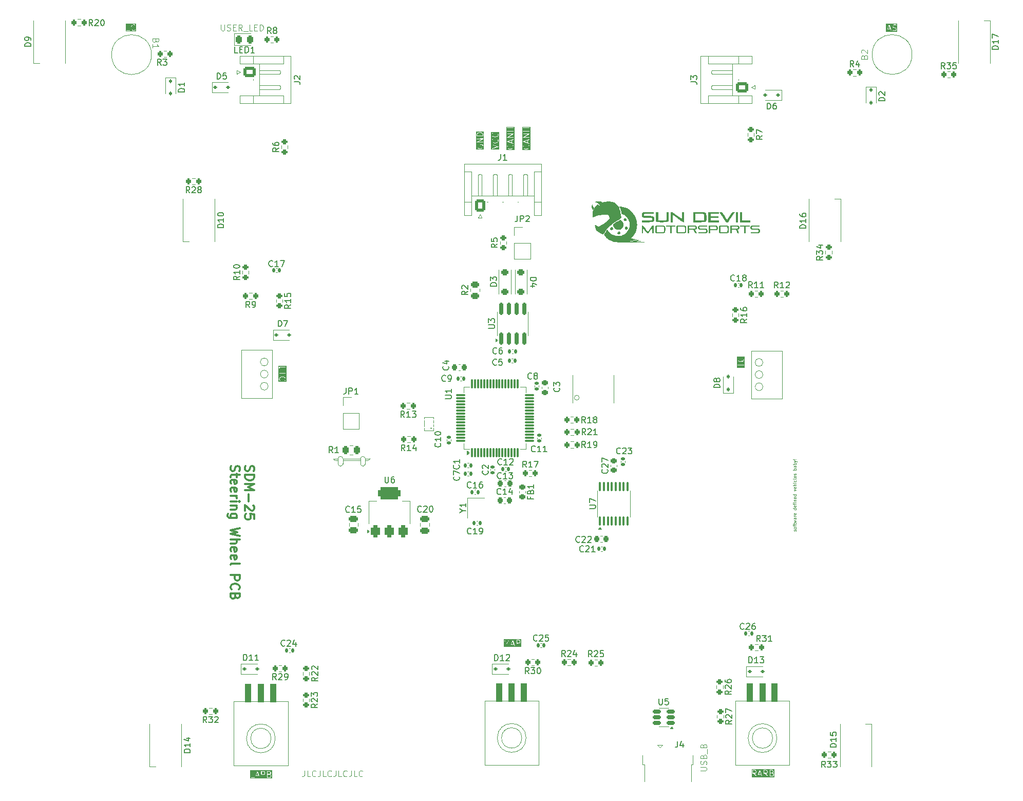
<source format=gto>
G04 #@! TF.GenerationSoftware,KiCad,Pcbnew,8.0.2*
G04 #@! TF.CreationDate,2025-02-01T23:04:15-07:00*
G04 #@! TF.ProjectId,steering wheel v4,73746565-7269-46e6-9720-776865656c20,rev?*
G04 #@! TF.SameCoordinates,Original*
G04 #@! TF.FileFunction,Legend,Top*
G04 #@! TF.FilePolarity,Positive*
%FSLAX46Y46*%
G04 Gerber Fmt 4.6, Leading zero omitted, Abs format (unit mm)*
G04 Created by KiCad (PCBNEW 8.0.2) date 2025-02-01 23:04:15*
%MOMM*%
%LPD*%
G01*
G04 APERTURE LIST*
G04 Aperture macros list*
%AMRoundRect*
0 Rectangle with rounded corners*
0 $1 Rounding radius*
0 $2 $3 $4 $5 $6 $7 $8 $9 X,Y pos of 4 corners*
0 Add a 4 corners polygon primitive as box body*
4,1,4,$2,$3,$4,$5,$6,$7,$8,$9,$2,$3,0*
0 Add four circle primitives for the rounded corners*
1,1,$1+$1,$2,$3*
1,1,$1+$1,$4,$5*
1,1,$1+$1,$6,$7*
1,1,$1+$1,$8,$9*
0 Add four rect primitives between the rounded corners*
20,1,$1+$1,$2,$3,$4,$5,0*
20,1,$1+$1,$4,$5,$6,$7,0*
20,1,$1+$1,$6,$7,$8,$9,0*
20,1,$1+$1,$8,$9,$2,$3,0*%
G04 Aperture macros list end*
%ADD10C,0.100000*%
%ADD11C,0.125000*%
%ADD12C,0.300000*%
%ADD13C,0.150000*%
%ADD14C,0.120000*%
%ADD15C,0.000000*%
%ADD16RoundRect,0.140000X-0.140000X-0.170000X0.140000X-0.170000X0.140000X0.170000X-0.140000X0.170000X0*%
%ADD17RoundRect,0.225000X-0.225000X-0.250000X0.225000X-0.250000X0.225000X0.250000X-0.225000X0.250000X0*%
%ADD18RoundRect,0.250000X0.475000X-0.250000X0.475000X0.250000X-0.475000X0.250000X-0.475000X-0.250000X0*%
%ADD19RoundRect,0.200000X-0.200000X-0.275000X0.200000X-0.275000X0.200000X0.275000X-0.200000X0.275000X0*%
%ADD20R,1.000000X1.150000*%
%ADD21C,3.200000*%
%ADD22R,1.700000X1.700000*%
%ADD23O,1.700000X1.700000*%
%ADD24RoundRect,0.112500X-0.112500X0.187500X-0.112500X-0.187500X0.112500X-0.187500X0.112500X0.187500X0*%
%ADD25RoundRect,0.200000X-0.275000X0.200000X-0.275000X-0.200000X0.275000X-0.200000X0.275000X0.200000X0*%
%ADD26RoundRect,0.140000X0.170000X-0.140000X0.170000X0.140000X-0.170000X0.140000X-0.170000X-0.140000X0*%
%ADD27RoundRect,0.200000X0.200000X0.275000X-0.200000X0.275000X-0.200000X-0.275000X0.200000X-0.275000X0*%
%ADD28R,1.000000X1.600000*%
%ADD29RoundRect,0.200000X0.275000X-0.200000X0.275000X0.200000X-0.275000X0.200000X-0.275000X-0.200000X0*%
%ADD30RoundRect,0.218750X-0.256250X0.218750X-0.256250X-0.218750X0.256250X-0.218750X0.256250X0.218750X0*%
%ADD31R,0.400000X1.650000*%
%ADD32R,1.825000X0.700000*%
%ADD33R,2.000000X1.500000*%
%ADD34R,1.350000X2.000000*%
%ADD35O,1.350000X1.700000*%
%ADD36O,1.100000X1.500000*%
%ADD37R,1.430000X2.500000*%
%ADD38C,1.100000*%
%ADD39RoundRect,0.100000X0.100000X-0.637500X0.100000X0.637500X-0.100000X0.637500X-0.100000X-0.637500X0*%
%ADD40RoundRect,0.245000X0.380000X-0.245000X0.380000X0.245000X-0.380000X0.245000X-0.380000X-0.245000X0*%
%ADD41RoundRect,0.112500X0.112500X-0.187500X0.112500X0.187500X-0.112500X0.187500X-0.112500X-0.187500X0*%
%ADD42RoundRect,0.250000X0.450000X-0.262500X0.450000X0.262500X-0.450000X0.262500X-0.450000X-0.262500X0*%
%ADD43RoundRect,0.225000X0.250000X-0.225000X0.250000X0.225000X-0.250000X0.225000X-0.250000X-0.225000X0*%
%ADD44RoundRect,0.112500X0.187500X0.112500X-0.187500X0.112500X-0.187500X-0.112500X0.187500X-0.112500X0*%
%ADD45RoundRect,0.140000X-0.170000X0.140000X-0.170000X-0.140000X0.170000X-0.140000X0.170000X0.140000X0*%
%ADD46RoundRect,0.112500X-0.187500X-0.112500X0.187500X-0.112500X0.187500X0.112500X-0.187500X0.112500X0*%
%ADD47RoundRect,0.375000X0.375000X-0.625000X0.375000X0.625000X-0.375000X0.625000X-0.375000X-0.625000X0*%
%ADD48RoundRect,0.500000X1.400000X-0.500000X1.400000X0.500000X-1.400000X0.500000X-1.400000X-0.500000X0*%
%ADD49RoundRect,0.150000X0.512500X0.150000X-0.512500X0.150000X-0.512500X-0.150000X0.512500X-0.150000X0*%
%ADD50R,0.450000X1.500000*%
%ADD51RoundRect,0.150000X0.150000X-0.825000X0.150000X0.825000X-0.150000X0.825000X-0.150000X-0.825000X0*%
%ADD52R,0.750000X2.630000*%
%ADD53RoundRect,0.250000X-0.600000X-0.725000X0.600000X-0.725000X0.600000X0.725000X-0.600000X0.725000X0*%
%ADD54O,1.700000X1.950000*%
%ADD55RoundRect,0.250000X-0.750000X0.600000X-0.750000X-0.600000X0.750000X-0.600000X0.750000X0.600000X0*%
%ADD56O,2.000000X1.700000*%
%ADD57RoundRect,0.500000X0.000010X1.500000X-0.000010X1.500000X-0.000010X-1.500000X0.000010X-1.500000X0*%
%ADD58RoundRect,0.075000X0.075000X-0.700000X0.075000X0.700000X-0.075000X0.700000X-0.075000X-0.700000X0*%
%ADD59RoundRect,0.075000X0.700000X-0.075000X0.700000X0.075000X-0.700000X0.075000X-0.700000X-0.075000X0*%
%ADD60RoundRect,0.250000X0.262500X0.450000X-0.262500X0.450000X-0.262500X-0.450000X0.262500X-0.450000X0*%
%ADD61RoundRect,0.140000X0.140000X0.170000X-0.140000X0.170000X-0.140000X-0.170000X0.140000X-0.170000X0*%
%ADD62R,0.425000X0.200000*%
%ADD63RoundRect,0.245000X-0.380000X0.245000X-0.380000X-0.245000X0.380000X-0.245000X0.380000X0.245000X0*%
%ADD64RoundRect,0.250000X0.750000X-0.600000X0.750000X0.600000X-0.750000X0.600000X-0.750000X-0.600000X0*%
%ADD65RoundRect,0.243750X-0.243750X-0.456250X0.243750X-0.456250X0.243750X0.456250X-0.243750X0.456250X0*%
%ADD66C,0.990600*%
G04 APERTURE END LIST*
D10*
X124130442Y-98690442D02*
X127025000Y-98690442D01*
X127025000Y-99000000D01*
X124130442Y-99000000D01*
X124130442Y-98690442D01*
X127385000Y-98330442D02*
X127440000Y-98330442D01*
X122540291Y-98688215D02*
X123330442Y-98690442D01*
X127440000Y-98330442D02*
G75*
G02*
X127799958Y-98690442I0J-359958D01*
G01*
X127800000Y-99545442D02*
G75*
G02*
X127440000Y-99905400I-360000J42D01*
G01*
X123330442Y-99545442D02*
X123330442Y-98690442D01*
X122930442Y-99000000D02*
G75*
G02*
X122540251Y-98688224I-42J400000D01*
G01*
X123690442Y-99905442D02*
G75*
G02*
X123330358Y-99545442I-42J360042D01*
G01*
X127385000Y-99905442D02*
G75*
G02*
X127024958Y-99545442I0J360042D01*
G01*
X128590151Y-98688215D02*
G75*
G02*
X128200000Y-99000000I-390151J88215D01*
G01*
X123745442Y-98330442D02*
G75*
G02*
X124105358Y-98690442I-42J-359958D01*
G01*
X127025000Y-98690442D02*
G75*
G02*
X127385000Y-98330400I360000J42D01*
G01*
X123745442Y-99905442D02*
X123690442Y-99905442D01*
X122930442Y-99000000D02*
X123330442Y-99000000D01*
X123690442Y-98330442D02*
X123745442Y-98330442D01*
X127800000Y-99000000D02*
X128200000Y-99000000D01*
X124105442Y-99545442D02*
G75*
G02*
X123745442Y-99905442I-360042J42D01*
G01*
X127025000Y-99545442D02*
X127025000Y-98690442D01*
X127440000Y-99905442D02*
X127385000Y-99905442D01*
X124105442Y-98690442D02*
X124105442Y-99545442D01*
X123330442Y-98690442D02*
G75*
G02*
X123690442Y-98330442I359958J42D01*
G01*
X127800000Y-98690442D02*
X128590151Y-98688215D01*
X127800000Y-98690442D02*
X127800000Y-99545442D01*
G36*
X154514848Y-46601782D02*
G01*
X153999626Y-46432069D01*
X154512216Y-46259184D01*
X154514848Y-46601782D01*
G37*
G36*
X155008530Y-47829845D02*
G01*
X153686308Y-47829845D01*
X153686308Y-47240163D01*
X153797419Y-47240163D01*
X153800287Y-47326371D01*
X153797545Y-47331857D01*
X153799985Y-47351212D01*
X153848844Y-47487523D01*
X153848844Y-47497392D01*
X153856474Y-47508811D01*
X153857265Y-47511017D01*
X153858291Y-47511530D01*
X153859683Y-47513613D01*
X153950401Y-47599950D01*
X153952503Y-47606256D01*
X153967915Y-47618217D01*
X154053727Y-47657921D01*
X154055748Y-47661289D01*
X154073387Y-47669622D01*
X154253126Y-47711198D01*
X154256856Y-47714928D01*
X154275990Y-47718734D01*
X154407256Y-47715649D01*
X154411488Y-47718189D01*
X154430974Y-47717241D01*
X154608466Y-47669521D01*
X154612868Y-47670989D01*
X154631684Y-47665836D01*
X154717384Y-47619690D01*
X154723695Y-47619690D01*
X154739916Y-47608852D01*
X154828898Y-47515355D01*
X154837573Y-47511018D01*
X154844363Y-47499105D01*
X154845994Y-47497392D01*
X154845994Y-47496244D01*
X154847234Y-47494069D01*
X154888813Y-47359334D01*
X154893613Y-47354535D01*
X154897419Y-47335401D01*
X154894550Y-47249192D01*
X154897293Y-47243707D01*
X154894853Y-47224351D01*
X154845994Y-47088039D01*
X154845994Y-47078171D01*
X154838363Y-47066751D01*
X154837573Y-47064546D01*
X154836546Y-47064032D01*
X154835155Y-47061950D01*
X154771314Y-47003493D01*
X154733045Y-47003493D01*
X154705986Y-47030553D01*
X154705986Y-47068822D01*
X154716825Y-47085043D01*
X154754750Y-47119770D01*
X154797592Y-47239292D01*
X154797419Y-47240163D01*
X154800057Y-47319462D01*
X154799985Y-47319590D01*
X154760724Y-47446811D01*
X154682900Y-47528583D01*
X154682200Y-47528775D01*
X154601152Y-47572415D01*
X154597196Y-47572608D01*
X154422745Y-47619509D01*
X154418847Y-47618734D01*
X154291300Y-47621730D01*
X154288117Y-47620227D01*
X154111804Y-47579443D01*
X154107874Y-47576393D01*
X154025823Y-47538429D01*
X154025631Y-47538141D01*
X153940595Y-47457212D01*
X153897246Y-47336270D01*
X153897419Y-47335401D01*
X153894780Y-47256101D01*
X153894853Y-47255974D01*
X153934185Y-47128518D01*
X153988851Y-47068822D01*
X153988851Y-47030553D01*
X153961791Y-47003493D01*
X153923522Y-47003493D01*
X153907301Y-47014332D01*
X153864744Y-47060807D01*
X153857265Y-47064547D01*
X153850577Y-47076279D01*
X153848844Y-47078172D01*
X153848844Y-47079319D01*
X153847604Y-47081495D01*
X153806024Y-47216229D01*
X153801225Y-47221029D01*
X153797419Y-47240163D01*
X153686308Y-47240163D01*
X153686308Y-46427095D01*
X153797545Y-46427095D01*
X153798726Y-46430639D01*
X153797545Y-46434183D01*
X153804632Y-46448359D01*
X153809646Y-46463399D01*
X153812988Y-46465069D01*
X153814659Y-46468412D01*
X153831608Y-46478073D01*
X154538594Y-46710952D01*
X154542570Y-46714928D01*
X154550663Y-46714928D01*
X154850963Y-46813846D01*
X154885191Y-46796732D01*
X154897293Y-46760428D01*
X154880178Y-46726199D01*
X154863230Y-46716538D01*
X154611434Y-46633597D01*
X154608308Y-46226774D01*
X154880178Y-46135079D01*
X154897293Y-46100850D01*
X154885191Y-46064546D01*
X154850963Y-46047432D01*
X154831607Y-46049872D01*
X154545558Y-46146350D01*
X154542570Y-46146350D01*
X154541049Y-46147870D01*
X153847245Y-46381875D01*
X153843875Y-46380765D01*
X153830064Y-46387670D01*
X153814659Y-46392866D01*
X153812988Y-46396208D01*
X153809646Y-46397879D01*
X153804632Y-46412918D01*
X153797545Y-46427095D01*
X153686308Y-46427095D01*
X153686308Y-45770278D01*
X153797818Y-45770278D01*
X153801225Y-45776240D01*
X153801225Y-45783106D01*
X153810378Y-45792259D01*
X153816804Y-45803504D01*
X153823430Y-45805311D01*
X153828285Y-45810166D01*
X153847419Y-45813972D01*
X154866553Y-45810166D01*
X154893613Y-45783106D01*
X154893613Y-45744838D01*
X154866553Y-45717778D01*
X154847419Y-45713972D01*
X154029163Y-45717027D01*
X154859847Y-45238763D01*
X154866553Y-45238738D01*
X154875594Y-45229696D01*
X154886951Y-45223158D01*
X154888757Y-45216533D01*
X154893613Y-45211678D01*
X154893613Y-45198730D01*
X154897020Y-45186238D01*
X154893613Y-45180275D01*
X154893613Y-45173410D01*
X154884459Y-45164256D01*
X154878034Y-45153012D01*
X154871407Y-45151204D01*
X154866553Y-45146350D01*
X154847419Y-45142544D01*
X153828285Y-45146350D01*
X153801225Y-45173410D01*
X153801225Y-45211678D01*
X153828285Y-45238738D01*
X153847419Y-45242544D01*
X154665674Y-45239488D01*
X153834989Y-45717752D01*
X153828285Y-45717778D01*
X153819245Y-45726817D01*
X153807887Y-45733357D01*
X153806079Y-45739983D01*
X153801225Y-45744838D01*
X153801225Y-45757785D01*
X153797818Y-45770278D01*
X153686308Y-45770278D01*
X153686308Y-44125791D01*
X153801225Y-44125791D01*
X153801225Y-44164059D01*
X153828285Y-44191119D01*
X153847419Y-44194925D01*
X154273920Y-44193332D01*
X154276983Y-44668483D01*
X153828285Y-44670159D01*
X153801225Y-44697219D01*
X153801225Y-44735487D01*
X153828285Y-44762547D01*
X153847419Y-44766353D01*
X154866553Y-44762547D01*
X154893613Y-44735487D01*
X154893613Y-44697219D01*
X154866553Y-44670159D01*
X154847419Y-44666353D01*
X154373298Y-44668123D01*
X154370235Y-44192972D01*
X154866553Y-44191119D01*
X154893613Y-44164059D01*
X154893613Y-44125791D01*
X154866553Y-44098731D01*
X154847419Y-44094925D01*
X153828285Y-44098731D01*
X153801225Y-44125791D01*
X153686308Y-44125791D01*
X153686308Y-43983814D01*
X155008530Y-43983814D01*
X155008530Y-47829845D01*
G37*
G36*
X146781720Y-44975575D02*
G01*
X146958032Y-45016358D01*
X146961962Y-45019408D01*
X147044012Y-45057372D01*
X147044206Y-45057662D01*
X147129242Y-45138591D01*
X147172592Y-45259530D01*
X147172419Y-45260401D01*
X147175204Y-45448672D01*
X146271731Y-45452046D01*
X146269148Y-45277448D01*
X146269853Y-45276212D01*
X146309114Y-45148988D01*
X146386935Y-45067219D01*
X146387637Y-45067027D01*
X146468683Y-45023386D01*
X146472641Y-45023194D01*
X146647091Y-44976292D01*
X146650990Y-44977068D01*
X146778536Y-44974071D01*
X146781720Y-44975575D01*
G37*
G36*
X147383530Y-47754845D02*
G01*
X146061308Y-47754845D01*
X146061308Y-47117544D01*
X146172419Y-47117544D01*
X146175550Y-47250844D01*
X146172545Y-47256857D01*
X146174985Y-47276212D01*
X146223844Y-47412523D01*
X146223844Y-47422392D01*
X146231474Y-47433811D01*
X146232265Y-47436017D01*
X146233291Y-47436530D01*
X146234683Y-47438613D01*
X146325401Y-47524950D01*
X146327503Y-47531256D01*
X146342915Y-47543217D01*
X146428727Y-47582921D01*
X146430748Y-47586289D01*
X146448387Y-47594622D01*
X146628126Y-47636198D01*
X146631856Y-47639928D01*
X146650990Y-47643734D01*
X146782256Y-47640649D01*
X146786488Y-47643189D01*
X146805974Y-47642241D01*
X146983466Y-47594521D01*
X146987868Y-47595989D01*
X147006684Y-47590836D01*
X147092384Y-47544690D01*
X147098695Y-47544690D01*
X147114916Y-47533852D01*
X147203898Y-47440355D01*
X147212573Y-47436018D01*
X147219363Y-47424105D01*
X147220994Y-47422392D01*
X147220994Y-47421244D01*
X147222234Y-47419069D01*
X147263813Y-47284334D01*
X147268613Y-47279535D01*
X147272419Y-47260401D01*
X147269550Y-47174192D01*
X147272293Y-47168707D01*
X147269853Y-47149351D01*
X147220994Y-47013039D01*
X147220994Y-47003171D01*
X147213363Y-46991751D01*
X147212573Y-46989546D01*
X147211546Y-46989032D01*
X147210155Y-46986950D01*
X147146314Y-46928493D01*
X147127180Y-46924687D01*
X146774713Y-46928493D01*
X146747653Y-46955553D01*
X146743847Y-46974687D01*
X146747653Y-47184297D01*
X146774713Y-47211357D01*
X146812981Y-47211357D01*
X146840041Y-47184297D01*
X146843847Y-47165163D01*
X146841287Y-47024174D01*
X147104158Y-47021336D01*
X147129750Y-47044770D01*
X147172592Y-47164292D01*
X147172419Y-47165163D01*
X147175057Y-47244462D01*
X147174985Y-47244590D01*
X147135724Y-47371811D01*
X147057900Y-47453583D01*
X147057200Y-47453775D01*
X146976152Y-47497415D01*
X146972196Y-47497608D01*
X146797745Y-47544509D01*
X146793847Y-47543734D01*
X146666300Y-47546730D01*
X146663117Y-47545227D01*
X146486804Y-47504443D01*
X146482874Y-47501393D01*
X146400823Y-47463429D01*
X146400631Y-47463141D01*
X146315595Y-47382212D01*
X146272246Y-47261270D01*
X146272419Y-47260401D01*
X146269469Y-47134870D01*
X146319912Y-47025851D01*
X146307810Y-46989546D01*
X146273582Y-46972432D01*
X146237278Y-46984534D01*
X146225316Y-46999946D01*
X146182800Y-47091834D01*
X146176225Y-47098410D01*
X146173560Y-47111803D01*
X146172545Y-47113999D01*
X146172907Y-47115087D01*
X146172419Y-47117544D01*
X146061308Y-47117544D01*
X146061308Y-46552421D01*
X146172818Y-46552421D01*
X146176225Y-46558383D01*
X146176225Y-46565249D01*
X146185378Y-46574402D01*
X146191804Y-46585647D01*
X146198430Y-46587454D01*
X146203285Y-46592309D01*
X146222419Y-46596115D01*
X147241553Y-46592309D01*
X147268613Y-46565249D01*
X147268613Y-46526981D01*
X147241553Y-46499921D01*
X147222419Y-46496115D01*
X146404163Y-46499170D01*
X147234847Y-46020906D01*
X147241553Y-46020881D01*
X147250594Y-46011839D01*
X147261951Y-46005301D01*
X147263757Y-45998676D01*
X147268613Y-45993821D01*
X147268613Y-45980873D01*
X147272020Y-45968381D01*
X147268613Y-45962418D01*
X147268613Y-45955553D01*
X147259459Y-45946399D01*
X147253034Y-45935155D01*
X147246407Y-45933347D01*
X147241553Y-45928493D01*
X147222419Y-45924687D01*
X146203285Y-45928493D01*
X146176225Y-45955553D01*
X146176225Y-45993821D01*
X146203285Y-46020881D01*
X146222419Y-46024687D01*
X147040674Y-46021631D01*
X146209989Y-46499895D01*
X146203285Y-46499921D01*
X146194245Y-46508960D01*
X146182887Y-46515500D01*
X146181079Y-46522126D01*
X146176225Y-46526981D01*
X146176225Y-46539928D01*
X146172818Y-46552421D01*
X146061308Y-46552421D01*
X146061308Y-45260401D01*
X146172419Y-45260401D01*
X146176225Y-45517630D01*
X146203285Y-45544690D01*
X146222419Y-45548496D01*
X147241553Y-45544690D01*
X147268613Y-45517630D01*
X147272419Y-45498496D01*
X147269044Y-45270441D01*
X147272293Y-45263945D01*
X147269853Y-45244589D01*
X147220994Y-45108277D01*
X147220994Y-45098410D01*
X147213364Y-45086992D01*
X147212573Y-45084784D01*
X147211545Y-45084270D01*
X147210155Y-45082189D01*
X147119434Y-44995849D01*
X147117333Y-44989546D01*
X147101921Y-44977584D01*
X147016109Y-44937879D01*
X147014089Y-44934513D01*
X146996450Y-44926180D01*
X146816710Y-44884603D01*
X146812981Y-44880874D01*
X146793847Y-44877068D01*
X146662580Y-44880152D01*
X146658349Y-44877613D01*
X146638863Y-44878561D01*
X146461370Y-44926280D01*
X146456969Y-44924813D01*
X146438153Y-44929966D01*
X146352452Y-44976112D01*
X146346142Y-44976112D01*
X146329921Y-44986951D01*
X146240938Y-45080448D01*
X146232265Y-45084785D01*
X146225475Y-45096695D01*
X146223844Y-45098410D01*
X146223844Y-45099557D01*
X146222604Y-45101733D01*
X146181024Y-45236467D01*
X146176225Y-45241267D01*
X146172419Y-45260401D01*
X146061308Y-45260401D01*
X146061308Y-44765957D01*
X147383530Y-44765957D01*
X147383530Y-47754845D01*
G37*
G36*
X214340814Y-27837216D02*
G01*
X213998216Y-27839848D01*
X214167929Y-27324626D01*
X214340814Y-27837216D01*
G37*
G36*
X215520947Y-28333530D02*
G01*
X213675042Y-28333530D01*
X213675042Y-28175963D01*
X213786153Y-28175963D01*
X213803267Y-28210192D01*
X213839571Y-28222293D01*
X213873800Y-28205179D01*
X213883461Y-28188230D01*
X213966401Y-27936434D01*
X214373224Y-27933308D01*
X214464920Y-28205178D01*
X214499149Y-28222293D01*
X214535453Y-28210191D01*
X214552567Y-28175963D01*
X214550127Y-28156607D01*
X214453649Y-27870557D01*
X214453649Y-27867570D01*
X214452128Y-27866049D01*
X214282425Y-27362895D01*
X214738408Y-27362895D01*
X214741408Y-27453054D01*
X214738534Y-27461678D01*
X214742132Y-27474817D01*
X214742214Y-27477267D01*
X214743025Y-27478078D01*
X214743687Y-27480494D01*
X214789833Y-27566194D01*
X214789833Y-27572505D01*
X214800672Y-27588726D01*
X214803223Y-27591062D01*
X214803267Y-27591143D01*
X214803336Y-27591166D01*
X214844130Y-27628521D01*
X214845873Y-27633750D01*
X214861285Y-27645711D01*
X214947097Y-27685415D01*
X214949118Y-27688783D01*
X214966757Y-27697116D01*
X215143069Y-27737899D01*
X215146999Y-27740949D01*
X215229050Y-27778913D01*
X215229243Y-27779202D01*
X215267924Y-27814623D01*
X215310040Y-27892837D01*
X215312452Y-27965334D01*
X215277150Y-28041631D01*
X215276861Y-28041825D01*
X215241440Y-28080507D01*
X215163441Y-28122506D01*
X214948312Y-28125689D01*
X214947076Y-28124985D01*
X214784864Y-28074926D01*
X214750635Y-28092040D01*
X214738534Y-28128344D01*
X214755648Y-28162573D01*
X214772597Y-28172234D01*
X214907331Y-28213813D01*
X214912131Y-28218613D01*
X214931265Y-28222419D01*
X215162996Y-28218990D01*
X215172905Y-28222293D01*
X215186219Y-28218646D01*
X215188494Y-28218613D01*
X215189305Y-28217801D01*
X215191721Y-28217140D01*
X215277421Y-28170994D01*
X215283733Y-28170994D01*
X215299954Y-28160155D01*
X215302291Y-28157602D01*
X215302370Y-28157560D01*
X215302392Y-28157491D01*
X215339747Y-28116695D01*
X215344977Y-28114953D01*
X215356938Y-28099541D01*
X215399454Y-28007651D01*
X215406030Y-28001076D01*
X215408694Y-27987682D01*
X215409710Y-27985487D01*
X215409347Y-27984398D01*
X215409836Y-27981942D01*
X215406835Y-27891781D01*
X215409710Y-27883159D01*
X215406111Y-27870019D01*
X215406030Y-27867570D01*
X215405218Y-27866758D01*
X215404557Y-27864343D01*
X215358411Y-27778642D01*
X215358411Y-27772331D01*
X215347572Y-27756110D01*
X215345020Y-27753773D01*
X215344977Y-27753693D01*
X215344906Y-27753669D01*
X215304112Y-27716315D01*
X215302370Y-27711087D01*
X215286958Y-27699125D01*
X215201146Y-27659420D01*
X215199126Y-27656054D01*
X215181487Y-27647721D01*
X215005174Y-27606937D01*
X215001244Y-27603887D01*
X214919194Y-27565923D01*
X214919001Y-27565634D01*
X214880319Y-27530214D01*
X214838203Y-27451998D01*
X214835791Y-27379501D01*
X214871093Y-27303204D01*
X214871382Y-27303012D01*
X214906803Y-27264330D01*
X214984801Y-27222331D01*
X215199931Y-27219148D01*
X215201168Y-27219853D01*
X215363380Y-27269912D01*
X215397608Y-27252798D01*
X215409710Y-27216494D01*
X215392595Y-27182265D01*
X215375647Y-27172604D01*
X215240912Y-27131024D01*
X215236113Y-27126225D01*
X215216979Y-27122419D01*
X214985246Y-27125847D01*
X214975339Y-27122545D01*
X214962024Y-27126191D01*
X214959750Y-27126225D01*
X214958938Y-27127036D01*
X214956523Y-27127698D01*
X214870822Y-27173844D01*
X214864511Y-27173844D01*
X214848290Y-27184683D01*
X214845953Y-27187234D01*
X214845873Y-27187278D01*
X214845849Y-27187348D01*
X214808495Y-27228142D01*
X214803267Y-27229885D01*
X214791305Y-27245297D01*
X214748789Y-27337185D01*
X214742214Y-27343761D01*
X214739549Y-27357154D01*
X214738534Y-27359350D01*
X214738896Y-27360438D01*
X214738408Y-27362895D01*
X214282425Y-27362895D01*
X214218123Y-27172245D01*
X214219234Y-27168875D01*
X214212329Y-27155065D01*
X214207133Y-27139659D01*
X214203790Y-27137987D01*
X214202120Y-27134647D01*
X214187083Y-27129634D01*
X214172904Y-27122545D01*
X214169359Y-27123726D01*
X214165816Y-27122545D01*
X214151642Y-27129632D01*
X214136600Y-27134646D01*
X214134928Y-27137989D01*
X214131587Y-27139660D01*
X214121926Y-27156608D01*
X213889046Y-27863594D01*
X213885071Y-27867570D01*
X213885071Y-27875663D01*
X213786153Y-28175963D01*
X213675042Y-28175963D01*
X213675042Y-27011308D01*
X215520947Y-27011308D01*
X215520947Y-28333530D01*
G37*
G36*
X112008073Y-150746043D02*
G01*
X112135528Y-150785375D01*
X112170067Y-150817004D01*
X112212120Y-150895102D01*
X112214928Y-151014614D01*
X112179293Y-151091631D01*
X112179004Y-151091825D01*
X112143583Y-151130507D01*
X112065644Y-151172474D01*
X111740376Y-151175568D01*
X111738779Y-150748088D01*
X112006587Y-150745196D01*
X112008073Y-150746043D01*
G37*
G36*
X112083574Y-150305104D02*
G01*
X112083767Y-150305393D01*
X112122448Y-150340814D01*
X112164564Y-150419028D01*
X112166976Y-150491525D01*
X112131674Y-150567822D01*
X112131385Y-150568016D01*
X112095965Y-150606697D01*
X112018010Y-150648672D01*
X111738419Y-150651691D01*
X111737001Y-150271917D01*
X112005580Y-150269017D01*
X112083574Y-150305104D01*
G37*
G36*
X110195338Y-150887216D02*
G01*
X109852740Y-150889848D01*
X110022453Y-150374626D01*
X110195338Y-150887216D01*
G37*
G36*
X111131193Y-150305104D02*
G01*
X111131386Y-150305393D01*
X111170067Y-150340814D01*
X111212120Y-150418912D01*
X111214928Y-150538424D01*
X111179293Y-150615441D01*
X111179004Y-150615635D01*
X111143584Y-150654316D01*
X111065644Y-150696283D01*
X110919325Y-150697675D01*
X110917831Y-150697412D01*
X110917428Y-150697693D01*
X110738597Y-150699394D01*
X110737001Y-150271977D01*
X111053097Y-150268970D01*
X111131193Y-150305104D01*
G37*
G36*
X112423090Y-151383530D02*
G01*
X108862773Y-151383530D01*
X108862773Y-150222419D01*
X108973884Y-150222419D01*
X108977690Y-151241553D01*
X109004750Y-151268613D01*
X109023884Y-151272419D01*
X109519208Y-151268613D01*
X109546268Y-151241553D01*
X109546268Y-151225963D01*
X109640677Y-151225963D01*
X109657791Y-151260192D01*
X109694095Y-151272293D01*
X109728324Y-151255179D01*
X109737985Y-151238230D01*
X109820925Y-150986434D01*
X110227748Y-150983308D01*
X110319444Y-151255178D01*
X110353673Y-151272293D01*
X110389977Y-151260191D01*
X110407091Y-151225963D01*
X110404651Y-151206607D01*
X110308173Y-150920557D01*
X110308173Y-150917570D01*
X110306652Y-150916049D01*
X110072706Y-150222419D01*
X110640551Y-150222419D01*
X110644357Y-151241553D01*
X110671417Y-151268613D01*
X110709685Y-151268613D01*
X110736745Y-151241553D01*
X110740551Y-151222419D01*
X110738957Y-150795767D01*
X110901392Y-150794222D01*
X111235108Y-151264585D01*
X111272794Y-151271235D01*
X111304145Y-151249290D01*
X111310795Y-151211604D01*
X111302941Y-151193746D01*
X111018692Y-150793106D01*
X111064746Y-150792668D01*
X111075048Y-150796102D01*
X111088407Y-150792443D01*
X111090637Y-150792422D01*
X111091448Y-150791610D01*
X111093864Y-150790949D01*
X111179564Y-150744803D01*
X111185875Y-150744803D01*
X111202096Y-150733964D01*
X111204432Y-150731412D01*
X111204513Y-150731369D01*
X111204536Y-150731299D01*
X111241891Y-150690505D01*
X111247120Y-150688763D01*
X111259081Y-150673351D01*
X111301597Y-150581461D01*
X111308173Y-150574886D01*
X111310837Y-150561492D01*
X111311853Y-150559297D01*
X111311490Y-150558208D01*
X111311979Y-150555752D01*
X111308757Y-150418636D01*
X111311853Y-150409350D01*
X111308228Y-150396114D01*
X111308173Y-150393761D01*
X111307361Y-150392949D01*
X111306700Y-150390534D01*
X111260554Y-150304833D01*
X111260554Y-150298522D01*
X111249715Y-150282301D01*
X111247163Y-150279964D01*
X111247120Y-150279884D01*
X111247049Y-150279860D01*
X111206255Y-150242506D01*
X111204513Y-150237278D01*
X111189101Y-150225316D01*
X111182840Y-150222419D01*
X111640551Y-150222419D01*
X111644357Y-151241553D01*
X111671417Y-151268613D01*
X111690551Y-151272419D01*
X112064746Y-151268859D01*
X112075048Y-151272293D01*
X112088407Y-151268634D01*
X112090637Y-151268613D01*
X112091448Y-151267801D01*
X112093864Y-151267140D01*
X112179564Y-151220994D01*
X112185876Y-151220994D01*
X112202097Y-151210155D01*
X112204434Y-151207602D01*
X112204513Y-151207560D01*
X112204535Y-151207491D01*
X112241890Y-151166695D01*
X112247120Y-151164953D01*
X112259081Y-151149541D01*
X112301597Y-151057651D01*
X112308173Y-151051076D01*
X112310837Y-151037682D01*
X112311853Y-151035487D01*
X112311490Y-151034398D01*
X112311979Y-151031942D01*
X112308757Y-150894826D01*
X112311853Y-150885540D01*
X112308228Y-150872304D01*
X112308173Y-150869951D01*
X112307361Y-150869139D01*
X112306700Y-150866724D01*
X112260554Y-150781023D01*
X112260554Y-150774712D01*
X112249715Y-150758491D01*
X112247163Y-150756154D01*
X112247120Y-150756074D01*
X112247049Y-150756050D01*
X112203239Y-150715934D01*
X112199500Y-150708455D01*
X112187767Y-150701767D01*
X112185875Y-150700034D01*
X112184727Y-150700034D01*
X112182552Y-150698794D01*
X112150602Y-150688934D01*
X112154477Y-150686345D01*
X112156813Y-150683793D01*
X112156894Y-150683750D01*
X112156917Y-150683680D01*
X112194272Y-150642886D01*
X112199501Y-150641144D01*
X112211462Y-150625732D01*
X112253978Y-150533842D01*
X112260554Y-150527267D01*
X112263218Y-150513873D01*
X112264234Y-150511678D01*
X112263871Y-150510589D01*
X112264360Y-150508133D01*
X112261359Y-150417972D01*
X112264234Y-150409350D01*
X112260635Y-150396210D01*
X112260554Y-150393761D01*
X112259742Y-150392949D01*
X112259081Y-150390534D01*
X112212935Y-150304833D01*
X112212935Y-150298522D01*
X112202096Y-150282301D01*
X112199544Y-150279964D01*
X112199501Y-150279884D01*
X112199430Y-150279860D01*
X112158636Y-150242506D01*
X112156894Y-150237278D01*
X112141482Y-150225316D01*
X112049593Y-150182800D01*
X112043018Y-150176225D01*
X112029624Y-150173560D01*
X112027429Y-150172545D01*
X112026340Y-150172907D01*
X112023884Y-150172419D01*
X111671417Y-150176225D01*
X111644357Y-150203285D01*
X111640551Y-150222419D01*
X111182840Y-150222419D01*
X111097212Y-150182800D01*
X111090637Y-150176225D01*
X111077243Y-150173560D01*
X111075048Y-150172545D01*
X111073959Y-150172907D01*
X111071503Y-150172419D01*
X110671417Y-150176225D01*
X110644357Y-150203285D01*
X110640551Y-150222419D01*
X110072706Y-150222419D01*
X110072647Y-150222245D01*
X110073758Y-150218875D01*
X110066853Y-150205065D01*
X110061657Y-150189659D01*
X110058314Y-150187987D01*
X110056644Y-150184647D01*
X110041607Y-150179634D01*
X110027428Y-150172545D01*
X110023883Y-150173726D01*
X110020340Y-150172545D01*
X110006166Y-150179632D01*
X109991124Y-150184646D01*
X109989452Y-150187989D01*
X109986111Y-150189660D01*
X109976450Y-150206608D01*
X109743570Y-150913594D01*
X109739595Y-150917570D01*
X109739595Y-150925663D01*
X109640677Y-151225963D01*
X109546268Y-151225963D01*
X109546268Y-151203285D01*
X109519208Y-151176225D01*
X109500074Y-151172419D01*
X109073709Y-151175695D01*
X109070078Y-150203285D01*
X109043018Y-150176225D01*
X109004750Y-150176225D01*
X108977690Y-150203285D01*
X108973884Y-150222419D01*
X108862773Y-150222419D01*
X108862773Y-150061308D01*
X112423090Y-150061308D01*
X112423090Y-151383530D01*
G37*
G36*
X114813691Y-85974284D02*
G01*
X113491469Y-85974284D01*
X113491469Y-85531265D01*
X113602580Y-85531265D01*
X113605448Y-85617473D01*
X113602706Y-85622959D01*
X113605146Y-85642315D01*
X113654006Y-85778626D01*
X113654006Y-85788494D01*
X113661635Y-85799911D01*
X113662427Y-85802120D01*
X113663454Y-85802633D01*
X113664845Y-85804715D01*
X113728684Y-85863173D01*
X113766953Y-85863173D01*
X113794013Y-85836113D01*
X113794013Y-85797844D01*
X113783174Y-85781623D01*
X113745249Y-85746896D01*
X113702407Y-85627372D01*
X113702580Y-85626503D01*
X113699941Y-85547204D01*
X113700014Y-85547077D01*
X113739276Y-85419853D01*
X113817097Y-85338083D01*
X113817799Y-85337891D01*
X113898845Y-85294250D01*
X113902803Y-85294058D01*
X114077253Y-85247156D01*
X114081152Y-85247932D01*
X114208698Y-85244935D01*
X114211882Y-85246439D01*
X114388194Y-85287222D01*
X114392124Y-85290272D01*
X114474175Y-85328236D01*
X114474368Y-85328525D01*
X114559403Y-85409454D01*
X114602753Y-85530394D01*
X114602580Y-85531265D01*
X114605218Y-85610564D01*
X114605146Y-85610692D01*
X114565813Y-85738145D01*
X114511148Y-85797845D01*
X114511148Y-85836113D01*
X114538208Y-85863173D01*
X114576476Y-85863173D01*
X114592697Y-85852334D01*
X114635253Y-85805860D01*
X114642734Y-85802120D01*
X114649420Y-85790388D01*
X114651155Y-85788495D01*
X114651155Y-85787346D01*
X114652395Y-85785171D01*
X114693974Y-85650436D01*
X114698774Y-85645637D01*
X114702580Y-85626503D01*
X114699711Y-85540294D01*
X114702454Y-85534809D01*
X114700014Y-85515453D01*
X114651155Y-85379141D01*
X114651155Y-85369274D01*
X114643525Y-85357856D01*
X114642734Y-85355648D01*
X114641706Y-85355134D01*
X114640316Y-85353053D01*
X114549596Y-85266714D01*
X114547495Y-85260410D01*
X114532083Y-85248448D01*
X114446271Y-85208743D01*
X114444251Y-85205377D01*
X114426612Y-85197044D01*
X114246872Y-85155467D01*
X114243143Y-85151738D01*
X114224009Y-85147932D01*
X114092742Y-85151016D01*
X114088511Y-85148477D01*
X114069025Y-85149425D01*
X113891532Y-85197144D01*
X113887131Y-85195677D01*
X113868315Y-85200830D01*
X113782614Y-85246976D01*
X113776304Y-85246976D01*
X113760083Y-85257815D01*
X113671101Y-85351310D01*
X113662427Y-85355648D01*
X113655635Y-85367561D01*
X113654006Y-85369274D01*
X113654006Y-85370420D01*
X113652766Y-85372596D01*
X113611185Y-85507331D01*
X113606386Y-85512131D01*
X113602580Y-85531265D01*
X113491469Y-85531265D01*
X113491469Y-84607369D01*
X113606386Y-84607369D01*
X113606386Y-84645637D01*
X113633446Y-84672697D01*
X113652580Y-84676503D01*
X114604720Y-84672947D01*
X114606386Y-84931351D01*
X114633446Y-84958411D01*
X114671714Y-84958411D01*
X114698774Y-84931351D01*
X114702580Y-84912217D01*
X114698774Y-84321655D01*
X114671714Y-84294595D01*
X114633446Y-84294595D01*
X114606386Y-84321655D01*
X114602580Y-84340789D01*
X114604100Y-84576684D01*
X113633446Y-84580309D01*
X113606386Y-84607369D01*
X113491469Y-84607369D01*
X113491469Y-83578884D01*
X113602580Y-83578884D01*
X113606386Y-84074208D01*
X113633446Y-84101268D01*
X113671714Y-84101268D01*
X113698774Y-84074208D01*
X113702580Y-84055074D01*
X113699303Y-83628709D01*
X114126910Y-83627112D01*
X114130196Y-83931351D01*
X114157256Y-83958411D01*
X114195524Y-83958411D01*
X114222584Y-83931351D01*
X114226390Y-83912217D01*
X114223307Y-83626752D01*
X114602936Y-83625334D01*
X114606386Y-84074208D01*
X114633446Y-84101268D01*
X114671714Y-84101268D01*
X114698774Y-84074208D01*
X114702580Y-84055074D01*
X114698774Y-83559750D01*
X114671714Y-83532690D01*
X114652580Y-83528884D01*
X113633446Y-83532690D01*
X113606386Y-83559750D01*
X113602580Y-83578884D01*
X113491469Y-83578884D01*
X113491469Y-83417773D01*
X114813691Y-83417773D01*
X114813691Y-85974284D01*
G37*
G36*
X151889848Y-46601782D02*
G01*
X151374626Y-46432069D01*
X151887216Y-46259184D01*
X151889848Y-46601782D01*
G37*
G36*
X152383530Y-47829845D02*
G01*
X151061308Y-47829845D01*
X151061308Y-47240163D01*
X151172419Y-47240163D01*
X151175287Y-47326371D01*
X151172545Y-47331857D01*
X151174985Y-47351212D01*
X151223844Y-47487523D01*
X151223844Y-47497392D01*
X151231474Y-47508811D01*
X151232265Y-47511017D01*
X151233291Y-47511530D01*
X151234683Y-47513613D01*
X151325401Y-47599950D01*
X151327503Y-47606256D01*
X151342915Y-47618217D01*
X151428727Y-47657921D01*
X151430748Y-47661289D01*
X151448387Y-47669622D01*
X151628126Y-47711198D01*
X151631856Y-47714928D01*
X151650990Y-47718734D01*
X151782256Y-47715649D01*
X151786488Y-47718189D01*
X151805974Y-47717241D01*
X151983466Y-47669521D01*
X151987868Y-47670989D01*
X152006684Y-47665836D01*
X152092384Y-47619690D01*
X152098695Y-47619690D01*
X152114916Y-47608852D01*
X152203898Y-47515355D01*
X152212573Y-47511018D01*
X152219363Y-47499105D01*
X152220994Y-47497392D01*
X152220994Y-47496244D01*
X152222234Y-47494069D01*
X152263813Y-47359334D01*
X152268613Y-47354535D01*
X152272419Y-47335401D01*
X152269550Y-47249192D01*
X152272293Y-47243707D01*
X152269853Y-47224351D01*
X152220994Y-47088039D01*
X152220994Y-47078171D01*
X152213363Y-47066751D01*
X152212573Y-47064546D01*
X152211546Y-47064032D01*
X152210155Y-47061950D01*
X152146314Y-47003493D01*
X152108045Y-47003493D01*
X152080986Y-47030553D01*
X152080986Y-47068822D01*
X152091825Y-47085043D01*
X152129750Y-47119770D01*
X152172592Y-47239292D01*
X152172419Y-47240163D01*
X152175057Y-47319462D01*
X152174985Y-47319590D01*
X152135724Y-47446811D01*
X152057900Y-47528583D01*
X152057200Y-47528775D01*
X151976152Y-47572415D01*
X151972196Y-47572608D01*
X151797745Y-47619509D01*
X151793847Y-47618734D01*
X151666300Y-47621730D01*
X151663117Y-47620227D01*
X151486804Y-47579443D01*
X151482874Y-47576393D01*
X151400823Y-47538429D01*
X151400631Y-47538141D01*
X151315595Y-47457212D01*
X151272246Y-47336270D01*
X151272419Y-47335401D01*
X151269780Y-47256101D01*
X151269853Y-47255974D01*
X151309185Y-47128518D01*
X151363851Y-47068822D01*
X151363851Y-47030553D01*
X151336791Y-47003493D01*
X151298522Y-47003493D01*
X151282301Y-47014332D01*
X151239744Y-47060807D01*
X151232265Y-47064547D01*
X151225577Y-47076279D01*
X151223844Y-47078172D01*
X151223844Y-47079319D01*
X151222604Y-47081495D01*
X151181024Y-47216229D01*
X151176225Y-47221029D01*
X151172419Y-47240163D01*
X151061308Y-47240163D01*
X151061308Y-46427095D01*
X151172545Y-46427095D01*
X151173726Y-46430639D01*
X151172545Y-46434183D01*
X151179632Y-46448359D01*
X151184646Y-46463399D01*
X151187988Y-46465069D01*
X151189659Y-46468412D01*
X151206608Y-46478073D01*
X151913594Y-46710952D01*
X151917570Y-46714928D01*
X151925663Y-46714928D01*
X152225963Y-46813846D01*
X152260191Y-46796732D01*
X152272293Y-46760428D01*
X152255178Y-46726199D01*
X152238230Y-46716538D01*
X151986434Y-46633597D01*
X151983308Y-46226774D01*
X152255178Y-46135079D01*
X152272293Y-46100850D01*
X152260191Y-46064546D01*
X152225963Y-46047432D01*
X152206607Y-46049872D01*
X151920558Y-46146350D01*
X151917570Y-46146350D01*
X151916049Y-46147870D01*
X151222245Y-46381875D01*
X151218875Y-46380765D01*
X151205064Y-46387670D01*
X151189659Y-46392866D01*
X151187988Y-46396208D01*
X151184646Y-46397879D01*
X151179632Y-46412918D01*
X151172545Y-46427095D01*
X151061308Y-46427095D01*
X151061308Y-45770278D01*
X151172818Y-45770278D01*
X151176225Y-45776240D01*
X151176225Y-45783106D01*
X151185378Y-45792259D01*
X151191804Y-45803504D01*
X151198430Y-45805311D01*
X151203285Y-45810166D01*
X151222419Y-45813972D01*
X152241553Y-45810166D01*
X152268613Y-45783106D01*
X152268613Y-45744838D01*
X152241553Y-45717778D01*
X152222419Y-45713972D01*
X151404163Y-45717027D01*
X152234847Y-45238763D01*
X152241553Y-45238738D01*
X152250594Y-45229696D01*
X152261951Y-45223158D01*
X152263757Y-45216533D01*
X152268613Y-45211678D01*
X152268613Y-45198730D01*
X152272020Y-45186238D01*
X152268613Y-45180275D01*
X152268613Y-45173410D01*
X152259459Y-45164256D01*
X152253034Y-45153012D01*
X152246407Y-45151204D01*
X152241553Y-45146350D01*
X152222419Y-45142544D01*
X151203285Y-45146350D01*
X151176225Y-45173410D01*
X151176225Y-45211678D01*
X151203285Y-45238738D01*
X151222419Y-45242544D01*
X152040674Y-45239488D01*
X151209989Y-45717752D01*
X151203285Y-45717778D01*
X151194245Y-45726817D01*
X151182887Y-45733357D01*
X151181079Y-45739983D01*
X151176225Y-45744838D01*
X151176225Y-45757785D01*
X151172818Y-45770278D01*
X151061308Y-45770278D01*
X151061308Y-44125791D01*
X151176225Y-44125791D01*
X151176225Y-44164059D01*
X151203285Y-44191119D01*
X151222419Y-44194925D01*
X151648920Y-44193332D01*
X151651983Y-44668483D01*
X151203285Y-44670159D01*
X151176225Y-44697219D01*
X151176225Y-44735487D01*
X151203285Y-44762547D01*
X151222419Y-44766353D01*
X152241553Y-44762547D01*
X152268613Y-44735487D01*
X152268613Y-44697219D01*
X152241553Y-44670159D01*
X152222419Y-44666353D01*
X151748298Y-44668123D01*
X151745235Y-44192972D01*
X152241553Y-44191119D01*
X152268613Y-44164059D01*
X152268613Y-44125791D01*
X152241553Y-44098731D01*
X152222419Y-44094925D01*
X151203285Y-44098731D01*
X151176225Y-44125791D01*
X151061308Y-44125791D01*
X151061308Y-43983814D01*
X152383530Y-43983814D01*
X152383530Y-47829845D01*
G37*
G36*
X190383530Y-83696277D02*
G01*
X189061308Y-83696277D01*
X189061308Y-82967544D01*
X189172419Y-82967544D01*
X189176225Y-83558106D01*
X189203285Y-83585166D01*
X189241553Y-83585166D01*
X189268613Y-83558106D01*
X189272419Y-83538972D01*
X189270898Y-83303076D01*
X190241553Y-83299452D01*
X190268613Y-83272392D01*
X190268613Y-83234124D01*
X190241553Y-83207064D01*
X190222419Y-83203258D01*
X189270278Y-83206813D01*
X189268613Y-82948410D01*
X189241553Y-82921350D01*
X189203285Y-82921350D01*
X189176225Y-82948410D01*
X189172419Y-82967544D01*
X189061308Y-82967544D01*
X189061308Y-82253258D01*
X189172419Y-82253258D01*
X189175287Y-82339466D01*
X189172545Y-82344952D01*
X189174985Y-82364307D01*
X189223844Y-82500618D01*
X189223844Y-82510487D01*
X189231474Y-82521906D01*
X189232265Y-82524112D01*
X189233291Y-82524625D01*
X189234683Y-82526708D01*
X189325401Y-82613045D01*
X189327503Y-82619351D01*
X189342915Y-82631312D01*
X189428727Y-82671016D01*
X189430748Y-82674384D01*
X189448387Y-82682717D01*
X189628126Y-82724293D01*
X189631856Y-82728023D01*
X189650990Y-82731829D01*
X189782256Y-82728744D01*
X189786488Y-82731284D01*
X189805974Y-82730336D01*
X189983466Y-82682616D01*
X189987868Y-82684084D01*
X190006684Y-82678931D01*
X190092384Y-82632785D01*
X190098695Y-82632785D01*
X190114916Y-82621947D01*
X190203898Y-82528450D01*
X190212573Y-82524113D01*
X190219363Y-82512200D01*
X190220994Y-82510487D01*
X190220994Y-82509339D01*
X190222234Y-82507164D01*
X190263813Y-82372429D01*
X190268613Y-82367630D01*
X190272419Y-82348496D01*
X190269550Y-82262287D01*
X190272293Y-82256802D01*
X190269853Y-82237446D01*
X190220994Y-82101134D01*
X190220994Y-82091266D01*
X190213363Y-82079846D01*
X190212573Y-82077641D01*
X190211546Y-82077127D01*
X190210155Y-82075045D01*
X190146314Y-82016588D01*
X190108045Y-82016588D01*
X190080986Y-82043648D01*
X190080986Y-82081917D01*
X190091825Y-82098138D01*
X190129750Y-82132865D01*
X190172592Y-82252387D01*
X190172419Y-82253258D01*
X190175057Y-82332557D01*
X190174985Y-82332685D01*
X190135724Y-82459906D01*
X190057900Y-82541678D01*
X190057200Y-82541870D01*
X189976152Y-82585510D01*
X189972196Y-82585703D01*
X189797745Y-82632604D01*
X189793847Y-82631829D01*
X189666300Y-82634825D01*
X189663117Y-82633322D01*
X189486804Y-82592538D01*
X189482874Y-82589488D01*
X189400823Y-82551524D01*
X189400631Y-82551236D01*
X189315595Y-82470307D01*
X189272246Y-82349365D01*
X189272419Y-82348496D01*
X189269780Y-82269196D01*
X189269853Y-82269069D01*
X189309185Y-82141613D01*
X189363851Y-82081917D01*
X189363851Y-82043648D01*
X189336791Y-82016588D01*
X189298522Y-82016588D01*
X189282301Y-82027427D01*
X189239744Y-82073902D01*
X189232265Y-82077642D01*
X189225577Y-82089374D01*
X189223844Y-82091267D01*
X189223844Y-82092414D01*
X189222604Y-82094590D01*
X189181024Y-82229324D01*
X189176225Y-82234124D01*
X189172419Y-82253258D01*
X189061308Y-82253258D01*
X189061308Y-81905477D01*
X190383530Y-81905477D01*
X190383530Y-83696277D01*
G37*
G36*
X152278671Y-129247216D02*
G01*
X151936073Y-129249848D01*
X152105786Y-128734626D01*
X152278671Y-129247216D01*
G37*
G36*
X153214526Y-128665104D02*
G01*
X153214719Y-128665393D01*
X153253400Y-128700814D01*
X153295453Y-128778912D01*
X153298261Y-128898424D01*
X153262626Y-128975441D01*
X153262337Y-128975635D01*
X153226917Y-129014316D01*
X153148977Y-129056283D01*
X152821930Y-129059394D01*
X152820334Y-128631977D01*
X153136430Y-128628970D01*
X153214526Y-128665104D01*
G37*
G36*
X153506423Y-129743404D02*
G01*
X150612773Y-129743404D01*
X150612773Y-128582419D01*
X150723884Y-128582419D01*
X150727690Y-129601553D01*
X150754750Y-129628613D01*
X150793018Y-129628613D01*
X150820078Y-129601553D01*
X150823884Y-129582419D01*
X150820958Y-128799117D01*
X151064867Y-129315414D01*
X151070343Y-129330473D01*
X151072444Y-129331453D01*
X151073448Y-129333578D01*
X151089520Y-129339422D01*
X151105021Y-129346656D01*
X151107217Y-129345857D01*
X151109413Y-129346656D01*
X151124913Y-129339422D01*
X151140986Y-129333578D01*
X151142833Y-129331059D01*
X151144091Y-129330473D01*
X151144903Y-129328237D01*
X151152526Y-129317848D01*
X151391361Y-128799698D01*
X151394356Y-129601553D01*
X151421416Y-129628613D01*
X151459684Y-129628613D01*
X151486744Y-129601553D01*
X151489845Y-129585963D01*
X151724010Y-129585963D01*
X151741124Y-129620192D01*
X151777428Y-129632293D01*
X151811657Y-129615179D01*
X151821318Y-129598230D01*
X151904258Y-129346434D01*
X152311081Y-129343308D01*
X152402777Y-129615178D01*
X152437006Y-129632293D01*
X152473310Y-129620191D01*
X152490424Y-129585963D01*
X152487984Y-129566607D01*
X152391506Y-129280557D01*
X152391506Y-129277570D01*
X152389985Y-129276049D01*
X152156039Y-128582419D01*
X152723884Y-128582419D01*
X152727690Y-129601553D01*
X152754750Y-129628613D01*
X152793018Y-129628613D01*
X152820078Y-129601553D01*
X152823884Y-129582419D01*
X152822290Y-129155767D01*
X153148079Y-129152668D01*
X153158381Y-129156102D01*
X153171740Y-129152443D01*
X153173970Y-129152422D01*
X153174781Y-129151610D01*
X153177197Y-129150949D01*
X153262897Y-129104803D01*
X153269208Y-129104803D01*
X153285429Y-129093964D01*
X153287765Y-129091412D01*
X153287846Y-129091369D01*
X153287869Y-129091299D01*
X153325224Y-129050505D01*
X153330453Y-129048763D01*
X153342414Y-129033351D01*
X153384930Y-128941461D01*
X153391506Y-128934886D01*
X153394170Y-128921492D01*
X153395186Y-128919297D01*
X153394823Y-128918208D01*
X153395312Y-128915752D01*
X153392090Y-128778636D01*
X153395186Y-128769350D01*
X153391561Y-128756114D01*
X153391506Y-128753761D01*
X153390694Y-128752949D01*
X153390033Y-128750534D01*
X153343887Y-128664833D01*
X153343887Y-128658522D01*
X153333048Y-128642301D01*
X153330496Y-128639964D01*
X153330453Y-128639884D01*
X153330382Y-128639860D01*
X153289588Y-128602506D01*
X153287846Y-128597278D01*
X153272434Y-128585316D01*
X153180545Y-128542800D01*
X153173970Y-128536225D01*
X153160576Y-128533560D01*
X153158381Y-128532545D01*
X153157292Y-128532907D01*
X153154836Y-128532419D01*
X152754750Y-128536225D01*
X152727690Y-128563285D01*
X152723884Y-128582419D01*
X152156039Y-128582419D01*
X152155980Y-128582245D01*
X152157091Y-128578875D01*
X152150186Y-128565065D01*
X152144990Y-128549659D01*
X152141647Y-128547987D01*
X152139977Y-128544647D01*
X152124940Y-128539634D01*
X152110761Y-128532545D01*
X152107216Y-128533726D01*
X152103673Y-128532545D01*
X152089499Y-128539632D01*
X152074457Y-128544646D01*
X152072785Y-128547989D01*
X152069444Y-128549660D01*
X152059783Y-128566608D01*
X151826903Y-129273594D01*
X151822928Y-129277570D01*
X151822928Y-129285663D01*
X151724010Y-129585963D01*
X151489845Y-129585963D01*
X151490550Y-129582419D01*
X151486853Y-128592530D01*
X151490502Y-128584615D01*
X151486785Y-128574394D01*
X151486744Y-128563285D01*
X151480461Y-128557002D01*
X151477424Y-128548650D01*
X151467458Y-128543999D01*
X151459684Y-128536225D01*
X151450799Y-128536225D01*
X151442746Y-128532467D01*
X151432411Y-128536225D01*
X151421416Y-128536225D01*
X151415133Y-128542507D01*
X151406781Y-128545545D01*
X151395241Y-128561274D01*
X151108730Y-129182854D01*
X150820110Y-128571914D01*
X150820078Y-128563285D01*
X150812412Y-128555619D01*
X150807653Y-128545545D01*
X150799300Y-128542507D01*
X150793018Y-128536225D01*
X150782023Y-128536225D01*
X150771688Y-128532467D01*
X150763635Y-128536225D01*
X150754750Y-128536225D01*
X150746975Y-128543999D01*
X150737010Y-128548650D01*
X150733972Y-128557002D01*
X150727690Y-128563285D01*
X150723884Y-128582419D01*
X150612773Y-128582419D01*
X150612773Y-128421308D01*
X153506423Y-128421308D01*
X153506423Y-129743404D01*
G37*
G36*
X149883530Y-47774957D02*
G01*
X148561308Y-47774957D01*
X148561308Y-46950850D01*
X148672545Y-46950850D01*
X148689659Y-46985079D01*
X148706608Y-46994740D01*
X149570210Y-47279208D01*
X148689659Y-47576199D01*
X148672545Y-47610428D01*
X148684646Y-47646732D01*
X148718875Y-47663846D01*
X148738230Y-47661406D01*
X149722591Y-47329402D01*
X149725963Y-47330513D01*
X149739774Y-47323607D01*
X149755178Y-47318412D01*
X149756849Y-47315069D01*
X149760191Y-47313399D01*
X149765204Y-47298360D01*
X149772293Y-47284183D01*
X149771111Y-47280639D01*
X149772293Y-47277095D01*
X149765204Y-47262917D01*
X149760191Y-47247879D01*
X149756849Y-47246208D01*
X149755178Y-47242866D01*
X149738230Y-47233205D01*
X148718875Y-46897432D01*
X148684646Y-46914546D01*
X148672545Y-46950850D01*
X148561308Y-46950850D01*
X148561308Y-46233020D01*
X148672419Y-46233020D01*
X148675287Y-46319228D01*
X148672545Y-46324714D01*
X148674985Y-46344069D01*
X148723844Y-46480380D01*
X148723844Y-46490249D01*
X148731474Y-46501668D01*
X148732265Y-46503874D01*
X148733291Y-46504387D01*
X148734683Y-46506470D01*
X148825401Y-46592807D01*
X148827503Y-46599113D01*
X148842915Y-46611074D01*
X148928727Y-46650778D01*
X148930748Y-46654146D01*
X148948387Y-46662479D01*
X149128126Y-46704055D01*
X149131856Y-46707785D01*
X149150990Y-46711591D01*
X149282256Y-46708506D01*
X149286488Y-46711046D01*
X149305974Y-46710098D01*
X149483466Y-46662378D01*
X149487868Y-46663846D01*
X149506684Y-46658693D01*
X149592384Y-46612547D01*
X149598695Y-46612547D01*
X149614916Y-46601709D01*
X149703898Y-46508212D01*
X149712573Y-46503875D01*
X149719363Y-46491962D01*
X149720994Y-46490249D01*
X149720994Y-46489101D01*
X149722234Y-46486926D01*
X149763813Y-46352191D01*
X149768613Y-46347392D01*
X149772419Y-46328258D01*
X149769550Y-46242049D01*
X149772293Y-46236564D01*
X149769853Y-46217208D01*
X149720994Y-46080896D01*
X149720994Y-46071028D01*
X149713363Y-46059608D01*
X149712573Y-46057403D01*
X149711546Y-46056889D01*
X149710155Y-46054807D01*
X149646314Y-45996350D01*
X149608045Y-45996350D01*
X149580986Y-46023410D01*
X149580986Y-46061679D01*
X149591825Y-46077900D01*
X149629750Y-46112627D01*
X149672592Y-46232149D01*
X149672419Y-46233020D01*
X149675057Y-46312319D01*
X149674985Y-46312447D01*
X149635724Y-46439668D01*
X149557900Y-46521440D01*
X149557200Y-46521632D01*
X149476152Y-46565272D01*
X149472196Y-46565465D01*
X149297745Y-46612366D01*
X149293847Y-46611591D01*
X149166300Y-46614587D01*
X149163117Y-46613084D01*
X148986804Y-46572300D01*
X148982874Y-46569250D01*
X148900823Y-46531286D01*
X148900631Y-46530998D01*
X148815595Y-46450069D01*
X148772246Y-46329127D01*
X148772419Y-46328258D01*
X148769780Y-46248958D01*
X148769853Y-46248831D01*
X148809185Y-46121375D01*
X148863851Y-46061679D01*
X148863851Y-46023410D01*
X148836791Y-45996350D01*
X148798522Y-45996350D01*
X148782301Y-46007189D01*
X148739744Y-46053664D01*
X148732265Y-46057404D01*
X148725577Y-46069136D01*
X148723844Y-46071029D01*
X148723844Y-46072176D01*
X148722604Y-46074352D01*
X148681024Y-46209086D01*
X148676225Y-46213886D01*
X148672419Y-46233020D01*
X148561308Y-46233020D01*
X148561308Y-45233020D01*
X148672419Y-45233020D01*
X148675287Y-45319228D01*
X148672545Y-45324714D01*
X148674985Y-45344069D01*
X148723844Y-45480380D01*
X148723844Y-45490249D01*
X148731474Y-45501668D01*
X148732265Y-45503874D01*
X148733291Y-45504387D01*
X148734683Y-45506470D01*
X148825401Y-45592807D01*
X148827503Y-45599113D01*
X148842915Y-45611074D01*
X148928727Y-45650778D01*
X148930748Y-45654146D01*
X148948387Y-45662479D01*
X149128126Y-45704055D01*
X149131856Y-45707785D01*
X149150990Y-45711591D01*
X149282256Y-45708506D01*
X149286488Y-45711046D01*
X149305974Y-45710098D01*
X149483466Y-45662378D01*
X149487868Y-45663846D01*
X149506684Y-45658693D01*
X149592384Y-45612547D01*
X149598695Y-45612547D01*
X149614916Y-45601709D01*
X149703898Y-45508212D01*
X149712573Y-45503875D01*
X149719363Y-45491962D01*
X149720994Y-45490249D01*
X149720994Y-45489101D01*
X149722234Y-45486926D01*
X149763813Y-45352191D01*
X149768613Y-45347392D01*
X149772419Y-45328258D01*
X149769550Y-45242049D01*
X149772293Y-45236564D01*
X149769853Y-45217208D01*
X149720994Y-45080896D01*
X149720994Y-45071028D01*
X149713363Y-45059608D01*
X149712573Y-45057403D01*
X149711546Y-45056889D01*
X149710155Y-45054807D01*
X149646314Y-44996350D01*
X149608045Y-44996350D01*
X149580986Y-45023410D01*
X149580986Y-45061679D01*
X149591825Y-45077900D01*
X149629750Y-45112627D01*
X149672592Y-45232149D01*
X149672419Y-45233020D01*
X149675057Y-45312319D01*
X149674985Y-45312447D01*
X149635724Y-45439668D01*
X149557900Y-45521440D01*
X149557200Y-45521632D01*
X149476152Y-45565272D01*
X149472196Y-45565465D01*
X149297745Y-45612366D01*
X149293847Y-45611591D01*
X149166300Y-45614587D01*
X149163117Y-45613084D01*
X148986804Y-45572300D01*
X148982874Y-45569250D01*
X148900823Y-45531286D01*
X148900631Y-45530998D01*
X148815595Y-45450069D01*
X148772246Y-45329127D01*
X148772419Y-45328258D01*
X148769780Y-45248958D01*
X148769853Y-45248831D01*
X148809185Y-45121375D01*
X148863851Y-45061679D01*
X148863851Y-45023410D01*
X148836791Y-44996350D01*
X148798522Y-44996350D01*
X148782301Y-45007189D01*
X148739744Y-45053664D01*
X148732265Y-45057404D01*
X148725577Y-45069136D01*
X148723844Y-45071029D01*
X148723844Y-45072176D01*
X148722604Y-45074352D01*
X148681024Y-45209086D01*
X148676225Y-45213886D01*
X148672419Y-45233020D01*
X148561308Y-45233020D01*
X148561308Y-44885239D01*
X149883530Y-44885239D01*
X149883530Y-47774957D01*
G37*
X104028884Y-27147419D02*
X104028884Y-27956942D01*
X104028884Y-27956942D02*
X104076503Y-28052180D01*
X104076503Y-28052180D02*
X104124122Y-28099800D01*
X104124122Y-28099800D02*
X104219360Y-28147419D01*
X104219360Y-28147419D02*
X104409836Y-28147419D01*
X104409836Y-28147419D02*
X104505074Y-28099800D01*
X104505074Y-28099800D02*
X104552693Y-28052180D01*
X104552693Y-28052180D02*
X104600312Y-27956942D01*
X104600312Y-27956942D02*
X104600312Y-27147419D01*
X105028884Y-28099800D02*
X105171741Y-28147419D01*
X105171741Y-28147419D02*
X105409836Y-28147419D01*
X105409836Y-28147419D02*
X105505074Y-28099800D01*
X105505074Y-28099800D02*
X105552693Y-28052180D01*
X105552693Y-28052180D02*
X105600312Y-27956942D01*
X105600312Y-27956942D02*
X105600312Y-27861704D01*
X105600312Y-27861704D02*
X105552693Y-27766466D01*
X105552693Y-27766466D02*
X105505074Y-27718847D01*
X105505074Y-27718847D02*
X105409836Y-27671228D01*
X105409836Y-27671228D02*
X105219360Y-27623609D01*
X105219360Y-27623609D02*
X105124122Y-27575990D01*
X105124122Y-27575990D02*
X105076503Y-27528371D01*
X105076503Y-27528371D02*
X105028884Y-27433133D01*
X105028884Y-27433133D02*
X105028884Y-27337895D01*
X105028884Y-27337895D02*
X105076503Y-27242657D01*
X105076503Y-27242657D02*
X105124122Y-27195038D01*
X105124122Y-27195038D02*
X105219360Y-27147419D01*
X105219360Y-27147419D02*
X105457455Y-27147419D01*
X105457455Y-27147419D02*
X105600312Y-27195038D01*
X106028884Y-27623609D02*
X106362217Y-27623609D01*
X106505074Y-28147419D02*
X106028884Y-28147419D01*
X106028884Y-28147419D02*
X106028884Y-27147419D01*
X106028884Y-27147419D02*
X106505074Y-27147419D01*
X107505074Y-28147419D02*
X107171741Y-27671228D01*
X106933646Y-28147419D02*
X106933646Y-27147419D01*
X106933646Y-27147419D02*
X107314598Y-27147419D01*
X107314598Y-27147419D02*
X107409836Y-27195038D01*
X107409836Y-27195038D02*
X107457455Y-27242657D01*
X107457455Y-27242657D02*
X107505074Y-27337895D01*
X107505074Y-27337895D02*
X107505074Y-27480752D01*
X107505074Y-27480752D02*
X107457455Y-27575990D01*
X107457455Y-27575990D02*
X107409836Y-27623609D01*
X107409836Y-27623609D02*
X107314598Y-27671228D01*
X107314598Y-27671228D02*
X106933646Y-27671228D01*
X107695551Y-28242657D02*
X108457455Y-28242657D01*
X109171741Y-28147419D02*
X108695551Y-28147419D01*
X108695551Y-28147419D02*
X108695551Y-27147419D01*
X109505075Y-27623609D02*
X109838408Y-27623609D01*
X109981265Y-28147419D02*
X109505075Y-28147419D01*
X109505075Y-28147419D02*
X109505075Y-27147419D01*
X109505075Y-27147419D02*
X109981265Y-27147419D01*
X110409837Y-28147419D02*
X110409837Y-27147419D01*
X110409837Y-27147419D02*
X110647932Y-27147419D01*
X110647932Y-27147419D02*
X110790789Y-27195038D01*
X110790789Y-27195038D02*
X110886027Y-27290276D01*
X110886027Y-27290276D02*
X110933646Y-27385514D01*
X110933646Y-27385514D02*
X110981265Y-27575990D01*
X110981265Y-27575990D02*
X110981265Y-27718847D01*
X110981265Y-27718847D02*
X110933646Y-27909323D01*
X110933646Y-27909323D02*
X110886027Y-28004561D01*
X110886027Y-28004561D02*
X110790789Y-28099800D01*
X110790789Y-28099800D02*
X110647932Y-28147419D01*
X110647932Y-28147419D02*
X110409837Y-28147419D01*
D11*
X198808500Y-110622525D02*
X198832309Y-110574906D01*
X198832309Y-110574906D02*
X198832309Y-110479668D01*
X198832309Y-110479668D02*
X198808500Y-110432049D01*
X198808500Y-110432049D02*
X198760880Y-110408240D01*
X198760880Y-110408240D02*
X198737071Y-110408240D01*
X198737071Y-110408240D02*
X198689452Y-110432049D01*
X198689452Y-110432049D02*
X198665642Y-110479668D01*
X198665642Y-110479668D02*
X198665642Y-110551097D01*
X198665642Y-110551097D02*
X198641833Y-110598716D01*
X198641833Y-110598716D02*
X198594214Y-110622525D01*
X198594214Y-110622525D02*
X198570404Y-110622525D01*
X198570404Y-110622525D02*
X198522785Y-110598716D01*
X198522785Y-110598716D02*
X198498976Y-110551097D01*
X198498976Y-110551097D02*
X198498976Y-110479668D01*
X198498976Y-110479668D02*
X198522785Y-110432049D01*
X198832309Y-110122525D02*
X198808500Y-110170144D01*
X198808500Y-110170144D02*
X198784690Y-110193954D01*
X198784690Y-110193954D02*
X198737071Y-110217763D01*
X198737071Y-110217763D02*
X198594214Y-110217763D01*
X198594214Y-110217763D02*
X198546595Y-110193954D01*
X198546595Y-110193954D02*
X198522785Y-110170144D01*
X198522785Y-110170144D02*
X198498976Y-110122525D01*
X198498976Y-110122525D02*
X198498976Y-110051097D01*
X198498976Y-110051097D02*
X198522785Y-110003478D01*
X198522785Y-110003478D02*
X198546595Y-109979668D01*
X198546595Y-109979668D02*
X198594214Y-109955859D01*
X198594214Y-109955859D02*
X198737071Y-109955859D01*
X198737071Y-109955859D02*
X198784690Y-109979668D01*
X198784690Y-109979668D02*
X198808500Y-110003478D01*
X198808500Y-110003478D02*
X198832309Y-110051097D01*
X198832309Y-110051097D02*
X198832309Y-110122525D01*
X198498976Y-109813001D02*
X198498976Y-109622525D01*
X198832309Y-109741573D02*
X198403738Y-109741573D01*
X198403738Y-109741573D02*
X198356119Y-109717763D01*
X198356119Y-109717763D02*
X198332309Y-109670144D01*
X198332309Y-109670144D02*
X198332309Y-109622525D01*
X198498976Y-109527287D02*
X198498976Y-109336811D01*
X198332309Y-109455859D02*
X198760880Y-109455859D01*
X198760880Y-109455859D02*
X198808500Y-109432049D01*
X198808500Y-109432049D02*
X198832309Y-109384430D01*
X198832309Y-109384430D02*
X198832309Y-109336811D01*
X198498976Y-109217764D02*
X198832309Y-109122526D01*
X198832309Y-109122526D02*
X198594214Y-109027288D01*
X198594214Y-109027288D02*
X198832309Y-108932050D01*
X198832309Y-108932050D02*
X198498976Y-108836812D01*
X198832309Y-108432049D02*
X198570404Y-108432049D01*
X198570404Y-108432049D02*
X198522785Y-108455859D01*
X198522785Y-108455859D02*
X198498976Y-108503478D01*
X198498976Y-108503478D02*
X198498976Y-108598716D01*
X198498976Y-108598716D02*
X198522785Y-108646335D01*
X198808500Y-108432049D02*
X198832309Y-108479668D01*
X198832309Y-108479668D02*
X198832309Y-108598716D01*
X198832309Y-108598716D02*
X198808500Y-108646335D01*
X198808500Y-108646335D02*
X198760880Y-108670144D01*
X198760880Y-108670144D02*
X198713261Y-108670144D01*
X198713261Y-108670144D02*
X198665642Y-108646335D01*
X198665642Y-108646335D02*
X198641833Y-108598716D01*
X198641833Y-108598716D02*
X198641833Y-108479668D01*
X198641833Y-108479668D02*
X198618023Y-108432049D01*
X198832309Y-108193954D02*
X198498976Y-108193954D01*
X198594214Y-108193954D02*
X198546595Y-108170144D01*
X198546595Y-108170144D02*
X198522785Y-108146335D01*
X198522785Y-108146335D02*
X198498976Y-108098716D01*
X198498976Y-108098716D02*
X198498976Y-108051097D01*
X198808500Y-107693954D02*
X198832309Y-107741573D01*
X198832309Y-107741573D02*
X198832309Y-107836811D01*
X198832309Y-107836811D02*
X198808500Y-107884430D01*
X198808500Y-107884430D02*
X198760880Y-107908239D01*
X198760880Y-107908239D02*
X198570404Y-107908239D01*
X198570404Y-107908239D02*
X198522785Y-107884430D01*
X198522785Y-107884430D02*
X198498976Y-107836811D01*
X198498976Y-107836811D02*
X198498976Y-107741573D01*
X198498976Y-107741573D02*
X198522785Y-107693954D01*
X198522785Y-107693954D02*
X198570404Y-107670144D01*
X198570404Y-107670144D02*
X198618023Y-107670144D01*
X198618023Y-107670144D02*
X198665642Y-107908239D01*
X198832309Y-106860621D02*
X198332309Y-106860621D01*
X198808500Y-106860621D02*
X198832309Y-106908240D01*
X198832309Y-106908240D02*
X198832309Y-107003478D01*
X198832309Y-107003478D02*
X198808500Y-107051097D01*
X198808500Y-107051097D02*
X198784690Y-107074907D01*
X198784690Y-107074907D02*
X198737071Y-107098716D01*
X198737071Y-107098716D02*
X198594214Y-107098716D01*
X198594214Y-107098716D02*
X198546595Y-107074907D01*
X198546595Y-107074907D02*
X198522785Y-107051097D01*
X198522785Y-107051097D02*
X198498976Y-107003478D01*
X198498976Y-107003478D02*
X198498976Y-106908240D01*
X198498976Y-106908240D02*
X198522785Y-106860621D01*
X198808500Y-106432050D02*
X198832309Y-106479669D01*
X198832309Y-106479669D02*
X198832309Y-106574907D01*
X198832309Y-106574907D02*
X198808500Y-106622526D01*
X198808500Y-106622526D02*
X198760880Y-106646335D01*
X198760880Y-106646335D02*
X198570404Y-106646335D01*
X198570404Y-106646335D02*
X198522785Y-106622526D01*
X198522785Y-106622526D02*
X198498976Y-106574907D01*
X198498976Y-106574907D02*
X198498976Y-106479669D01*
X198498976Y-106479669D02*
X198522785Y-106432050D01*
X198522785Y-106432050D02*
X198570404Y-106408240D01*
X198570404Y-106408240D02*
X198618023Y-106408240D01*
X198618023Y-106408240D02*
X198665642Y-106646335D01*
X198498976Y-106265383D02*
X198498976Y-106074907D01*
X198832309Y-106193955D02*
X198403738Y-106193955D01*
X198403738Y-106193955D02*
X198356119Y-106170145D01*
X198356119Y-106170145D02*
X198332309Y-106122526D01*
X198332309Y-106122526D02*
X198332309Y-106074907D01*
X198832309Y-105908241D02*
X198498976Y-105908241D01*
X198332309Y-105908241D02*
X198356119Y-105932050D01*
X198356119Y-105932050D02*
X198379928Y-105908241D01*
X198379928Y-105908241D02*
X198356119Y-105884431D01*
X198356119Y-105884431D02*
X198332309Y-105908241D01*
X198332309Y-105908241D02*
X198379928Y-105908241D01*
X198498976Y-105670146D02*
X198832309Y-105670146D01*
X198546595Y-105670146D02*
X198522785Y-105646336D01*
X198522785Y-105646336D02*
X198498976Y-105598717D01*
X198498976Y-105598717D02*
X198498976Y-105527289D01*
X198498976Y-105527289D02*
X198522785Y-105479670D01*
X198522785Y-105479670D02*
X198570404Y-105455860D01*
X198570404Y-105455860D02*
X198832309Y-105455860D01*
X198808500Y-105027289D02*
X198832309Y-105074908D01*
X198832309Y-105074908D02*
X198832309Y-105170146D01*
X198832309Y-105170146D02*
X198808500Y-105217765D01*
X198808500Y-105217765D02*
X198760880Y-105241574D01*
X198760880Y-105241574D02*
X198570404Y-105241574D01*
X198570404Y-105241574D02*
X198522785Y-105217765D01*
X198522785Y-105217765D02*
X198498976Y-105170146D01*
X198498976Y-105170146D02*
X198498976Y-105074908D01*
X198498976Y-105074908D02*
X198522785Y-105027289D01*
X198522785Y-105027289D02*
X198570404Y-105003479D01*
X198570404Y-105003479D02*
X198618023Y-105003479D01*
X198618023Y-105003479D02*
X198665642Y-105241574D01*
X198832309Y-104574908D02*
X198332309Y-104574908D01*
X198808500Y-104574908D02*
X198832309Y-104622527D01*
X198832309Y-104622527D02*
X198832309Y-104717765D01*
X198832309Y-104717765D02*
X198808500Y-104765384D01*
X198808500Y-104765384D02*
X198784690Y-104789194D01*
X198784690Y-104789194D02*
X198737071Y-104813003D01*
X198737071Y-104813003D02*
X198594214Y-104813003D01*
X198594214Y-104813003D02*
X198546595Y-104789194D01*
X198546595Y-104789194D02*
X198522785Y-104765384D01*
X198522785Y-104765384D02*
X198498976Y-104717765D01*
X198498976Y-104717765D02*
X198498976Y-104622527D01*
X198498976Y-104622527D02*
X198522785Y-104574908D01*
X198498976Y-104003480D02*
X198832309Y-103884432D01*
X198832309Y-103884432D02*
X198498976Y-103765385D01*
X198808500Y-103384433D02*
X198832309Y-103432052D01*
X198832309Y-103432052D02*
X198832309Y-103527290D01*
X198832309Y-103527290D02*
X198808500Y-103574909D01*
X198808500Y-103574909D02*
X198760880Y-103598718D01*
X198760880Y-103598718D02*
X198570404Y-103598718D01*
X198570404Y-103598718D02*
X198522785Y-103574909D01*
X198522785Y-103574909D02*
X198498976Y-103527290D01*
X198498976Y-103527290D02*
X198498976Y-103432052D01*
X198498976Y-103432052D02*
X198522785Y-103384433D01*
X198522785Y-103384433D02*
X198570404Y-103360623D01*
X198570404Y-103360623D02*
X198618023Y-103360623D01*
X198618023Y-103360623D02*
X198665642Y-103598718D01*
X198832309Y-103146338D02*
X198332309Y-103146338D01*
X198832309Y-102932052D02*
X198570404Y-102932052D01*
X198570404Y-102932052D02*
X198522785Y-102955862D01*
X198522785Y-102955862D02*
X198498976Y-103003481D01*
X198498976Y-103003481D02*
X198498976Y-103074909D01*
X198498976Y-103074909D02*
X198522785Y-103122528D01*
X198522785Y-103122528D02*
X198546595Y-103146338D01*
X198832309Y-102693957D02*
X198498976Y-102693957D01*
X198332309Y-102693957D02*
X198356119Y-102717766D01*
X198356119Y-102717766D02*
X198379928Y-102693957D01*
X198379928Y-102693957D02*
X198356119Y-102670147D01*
X198356119Y-102670147D02*
X198332309Y-102693957D01*
X198332309Y-102693957D02*
X198379928Y-102693957D01*
X198808500Y-102241576D02*
X198832309Y-102289195D01*
X198832309Y-102289195D02*
X198832309Y-102384433D01*
X198832309Y-102384433D02*
X198808500Y-102432052D01*
X198808500Y-102432052D02*
X198784690Y-102455862D01*
X198784690Y-102455862D02*
X198737071Y-102479671D01*
X198737071Y-102479671D02*
X198594214Y-102479671D01*
X198594214Y-102479671D02*
X198546595Y-102455862D01*
X198546595Y-102455862D02*
X198522785Y-102432052D01*
X198522785Y-102432052D02*
X198498976Y-102384433D01*
X198498976Y-102384433D02*
X198498976Y-102289195D01*
X198498976Y-102289195D02*
X198522785Y-102241576D01*
X198832309Y-101955862D02*
X198808500Y-102003481D01*
X198808500Y-102003481D02*
X198760880Y-102027291D01*
X198760880Y-102027291D02*
X198332309Y-102027291D01*
X198808500Y-101574910D02*
X198832309Y-101622529D01*
X198832309Y-101622529D02*
X198832309Y-101717767D01*
X198832309Y-101717767D02*
X198808500Y-101765386D01*
X198808500Y-101765386D02*
X198760880Y-101789195D01*
X198760880Y-101789195D02*
X198570404Y-101789195D01*
X198570404Y-101789195D02*
X198522785Y-101765386D01*
X198522785Y-101765386D02*
X198498976Y-101717767D01*
X198498976Y-101717767D02*
X198498976Y-101622529D01*
X198498976Y-101622529D02*
X198522785Y-101574910D01*
X198522785Y-101574910D02*
X198570404Y-101551100D01*
X198570404Y-101551100D02*
X198618023Y-101551100D01*
X198618023Y-101551100D02*
X198665642Y-101789195D01*
X198808500Y-101360624D02*
X198832309Y-101313005D01*
X198832309Y-101313005D02*
X198832309Y-101217767D01*
X198832309Y-101217767D02*
X198808500Y-101170148D01*
X198808500Y-101170148D02*
X198760880Y-101146339D01*
X198760880Y-101146339D02*
X198737071Y-101146339D01*
X198737071Y-101146339D02*
X198689452Y-101170148D01*
X198689452Y-101170148D02*
X198665642Y-101217767D01*
X198665642Y-101217767D02*
X198665642Y-101289196D01*
X198665642Y-101289196D02*
X198641833Y-101336815D01*
X198641833Y-101336815D02*
X198594214Y-101360624D01*
X198594214Y-101360624D02*
X198570404Y-101360624D01*
X198570404Y-101360624D02*
X198522785Y-101336815D01*
X198522785Y-101336815D02*
X198498976Y-101289196D01*
X198498976Y-101289196D02*
X198498976Y-101217767D01*
X198498976Y-101217767D02*
X198522785Y-101170148D01*
X198832309Y-100551101D02*
X198332309Y-100551101D01*
X198522785Y-100551101D02*
X198498976Y-100503482D01*
X198498976Y-100503482D02*
X198498976Y-100408244D01*
X198498976Y-100408244D02*
X198522785Y-100360625D01*
X198522785Y-100360625D02*
X198546595Y-100336815D01*
X198546595Y-100336815D02*
X198594214Y-100313006D01*
X198594214Y-100313006D02*
X198737071Y-100313006D01*
X198737071Y-100313006D02*
X198784690Y-100336815D01*
X198784690Y-100336815D02*
X198808500Y-100360625D01*
X198808500Y-100360625D02*
X198832309Y-100408244D01*
X198832309Y-100408244D02*
X198832309Y-100503482D01*
X198832309Y-100503482D02*
X198808500Y-100551101D01*
X198832309Y-99884434D02*
X198570404Y-99884434D01*
X198570404Y-99884434D02*
X198522785Y-99908244D01*
X198522785Y-99908244D02*
X198498976Y-99955863D01*
X198498976Y-99955863D02*
X198498976Y-100051101D01*
X198498976Y-100051101D02*
X198522785Y-100098720D01*
X198808500Y-99884434D02*
X198832309Y-99932053D01*
X198832309Y-99932053D02*
X198832309Y-100051101D01*
X198832309Y-100051101D02*
X198808500Y-100098720D01*
X198808500Y-100098720D02*
X198760880Y-100122529D01*
X198760880Y-100122529D02*
X198713261Y-100122529D01*
X198713261Y-100122529D02*
X198665642Y-100098720D01*
X198665642Y-100098720D02*
X198641833Y-100051101D01*
X198641833Y-100051101D02*
X198641833Y-99932053D01*
X198641833Y-99932053D02*
X198618023Y-99884434D01*
X198832309Y-99646339D02*
X198332309Y-99646339D01*
X198522785Y-99646339D02*
X198498976Y-99598720D01*
X198498976Y-99598720D02*
X198498976Y-99503482D01*
X198498976Y-99503482D02*
X198522785Y-99455863D01*
X198522785Y-99455863D02*
X198546595Y-99432053D01*
X198546595Y-99432053D02*
X198594214Y-99408244D01*
X198594214Y-99408244D02*
X198737071Y-99408244D01*
X198737071Y-99408244D02*
X198784690Y-99432053D01*
X198784690Y-99432053D02*
X198808500Y-99455863D01*
X198808500Y-99455863D02*
X198832309Y-99503482D01*
X198832309Y-99503482D02*
X198832309Y-99598720D01*
X198832309Y-99598720D02*
X198808500Y-99646339D01*
X198498976Y-99241577D02*
X198832309Y-99122529D01*
X198498976Y-99003482D02*
X198832309Y-99122529D01*
X198832309Y-99122529D02*
X198951357Y-99170148D01*
X198951357Y-99170148D02*
X198975166Y-99193958D01*
X198975166Y-99193958D02*
X198998976Y-99241577D01*
X198784690Y-98813006D02*
X198808500Y-98789196D01*
X198808500Y-98789196D02*
X198832309Y-98813006D01*
X198832309Y-98813006D02*
X198808500Y-98836815D01*
X198808500Y-98836815D02*
X198784690Y-98813006D01*
X198784690Y-98813006D02*
X198832309Y-98813006D01*
X198641833Y-98813006D02*
X198356119Y-98836815D01*
X198356119Y-98836815D02*
X198332309Y-98813006D01*
X198332309Y-98813006D02*
X198356119Y-98789196D01*
X198356119Y-98789196D02*
X198641833Y-98813006D01*
X198641833Y-98813006D02*
X198332309Y-98813006D01*
D10*
G36*
X194858549Y-150536043D02*
G01*
X194986004Y-150575375D01*
X195020543Y-150607004D01*
X195062596Y-150685102D01*
X195065404Y-150804614D01*
X195029769Y-150881631D01*
X195029480Y-150881825D01*
X194994059Y-150920507D01*
X194916120Y-150962474D01*
X194590852Y-150965568D01*
X194589255Y-150538088D01*
X194857063Y-150535196D01*
X194858549Y-150536043D01*
G37*
G36*
X194934050Y-150095104D02*
G01*
X194934243Y-150095393D01*
X194972924Y-150130814D01*
X195015040Y-150209028D01*
X195017452Y-150281525D01*
X194982150Y-150357822D01*
X194981861Y-150358016D01*
X194946441Y-150396697D01*
X194868486Y-150438672D01*
X194588895Y-150441691D01*
X194587477Y-150061917D01*
X194856056Y-150059017D01*
X194934050Y-150095104D01*
G37*
G36*
X193045814Y-150677216D02*
G01*
X192703216Y-150679848D01*
X192872929Y-150164626D01*
X193045814Y-150677216D01*
G37*
G36*
X192124526Y-150095104D02*
G01*
X192124719Y-150095393D01*
X192163400Y-150130814D01*
X192205453Y-150208912D01*
X192208261Y-150328424D01*
X192172626Y-150405441D01*
X192172337Y-150405635D01*
X192136917Y-150444316D01*
X192058977Y-150486283D01*
X191912658Y-150487675D01*
X191911164Y-150487412D01*
X191910761Y-150487693D01*
X191731930Y-150489394D01*
X191730334Y-150061977D01*
X192046430Y-150058970D01*
X192124526Y-150095104D01*
G37*
G36*
X193981669Y-150095104D02*
G01*
X193981862Y-150095393D01*
X194020543Y-150130814D01*
X194062596Y-150208912D01*
X194065404Y-150328424D01*
X194029769Y-150405441D01*
X194029480Y-150405635D01*
X193994060Y-150444316D01*
X193916120Y-150486283D01*
X193769801Y-150487675D01*
X193768307Y-150487412D01*
X193767904Y-150487693D01*
X193589073Y-150489394D01*
X193587477Y-150061977D01*
X193903573Y-150058970D01*
X193981669Y-150095104D01*
G37*
G36*
X195273566Y-151173530D02*
G01*
X191522773Y-151173530D01*
X191522773Y-150012419D01*
X191633884Y-150012419D01*
X191637690Y-151031553D01*
X191664750Y-151058613D01*
X191703018Y-151058613D01*
X191730078Y-151031553D01*
X191733884Y-151012419D01*
X191732290Y-150585767D01*
X191894725Y-150584222D01*
X192228441Y-151054585D01*
X192266127Y-151061235D01*
X192297478Y-151039290D01*
X192301594Y-151015963D01*
X192491153Y-151015963D01*
X192508267Y-151050192D01*
X192544571Y-151062293D01*
X192578800Y-151045179D01*
X192588461Y-151028230D01*
X192671401Y-150776434D01*
X193078224Y-150773308D01*
X193169920Y-151045178D01*
X193204149Y-151062293D01*
X193240453Y-151050191D01*
X193257567Y-151015963D01*
X193255127Y-150996607D01*
X193158649Y-150710557D01*
X193158649Y-150707570D01*
X193157128Y-150706049D01*
X192923182Y-150012419D01*
X193491027Y-150012419D01*
X193494833Y-151031553D01*
X193521893Y-151058613D01*
X193560161Y-151058613D01*
X193587221Y-151031553D01*
X193591027Y-151012419D01*
X193589433Y-150585767D01*
X193751868Y-150584222D01*
X194085584Y-151054585D01*
X194123270Y-151061235D01*
X194154621Y-151039290D01*
X194161271Y-151001604D01*
X194153417Y-150983746D01*
X193869168Y-150583106D01*
X193915222Y-150582668D01*
X193925524Y-150586102D01*
X193938883Y-150582443D01*
X193941113Y-150582422D01*
X193941924Y-150581610D01*
X193944340Y-150580949D01*
X194030040Y-150534803D01*
X194036351Y-150534803D01*
X194052572Y-150523964D01*
X194054908Y-150521412D01*
X194054989Y-150521369D01*
X194055012Y-150521299D01*
X194092367Y-150480505D01*
X194097596Y-150478763D01*
X194109557Y-150463351D01*
X194152073Y-150371461D01*
X194158649Y-150364886D01*
X194161313Y-150351492D01*
X194162329Y-150349297D01*
X194161966Y-150348208D01*
X194162455Y-150345752D01*
X194159233Y-150208636D01*
X194162329Y-150199350D01*
X194158704Y-150186114D01*
X194158649Y-150183761D01*
X194157837Y-150182949D01*
X194157176Y-150180534D01*
X194111030Y-150094833D01*
X194111030Y-150088522D01*
X194100191Y-150072301D01*
X194097639Y-150069964D01*
X194097596Y-150069884D01*
X194097525Y-150069860D01*
X194056731Y-150032506D01*
X194054989Y-150027278D01*
X194039577Y-150015316D01*
X194033316Y-150012419D01*
X194491027Y-150012419D01*
X194494833Y-151031553D01*
X194521893Y-151058613D01*
X194541027Y-151062419D01*
X194915222Y-151058859D01*
X194925524Y-151062293D01*
X194938883Y-151058634D01*
X194941113Y-151058613D01*
X194941924Y-151057801D01*
X194944340Y-151057140D01*
X195030040Y-151010994D01*
X195036352Y-151010994D01*
X195052573Y-151000155D01*
X195054910Y-150997602D01*
X195054989Y-150997560D01*
X195055011Y-150997491D01*
X195092366Y-150956695D01*
X195097596Y-150954953D01*
X195109557Y-150939541D01*
X195152073Y-150847651D01*
X195158649Y-150841076D01*
X195161313Y-150827682D01*
X195162329Y-150825487D01*
X195161966Y-150824398D01*
X195162455Y-150821942D01*
X195159233Y-150684826D01*
X195162329Y-150675540D01*
X195158704Y-150662304D01*
X195158649Y-150659951D01*
X195157837Y-150659139D01*
X195157176Y-150656724D01*
X195111030Y-150571023D01*
X195111030Y-150564712D01*
X195100191Y-150548491D01*
X195097639Y-150546154D01*
X195097596Y-150546074D01*
X195097525Y-150546050D01*
X195053715Y-150505934D01*
X195049976Y-150498455D01*
X195038243Y-150491767D01*
X195036351Y-150490034D01*
X195035203Y-150490034D01*
X195033028Y-150488794D01*
X195001078Y-150478934D01*
X195004953Y-150476345D01*
X195007289Y-150473793D01*
X195007370Y-150473750D01*
X195007393Y-150473680D01*
X195044748Y-150432886D01*
X195049977Y-150431144D01*
X195061938Y-150415732D01*
X195104454Y-150323842D01*
X195111030Y-150317267D01*
X195113694Y-150303873D01*
X195114710Y-150301678D01*
X195114347Y-150300589D01*
X195114836Y-150298133D01*
X195111835Y-150207972D01*
X195114710Y-150199350D01*
X195111111Y-150186210D01*
X195111030Y-150183761D01*
X195110218Y-150182949D01*
X195109557Y-150180534D01*
X195063411Y-150094833D01*
X195063411Y-150088522D01*
X195052572Y-150072301D01*
X195050020Y-150069964D01*
X195049977Y-150069884D01*
X195049906Y-150069860D01*
X195009112Y-150032506D01*
X195007370Y-150027278D01*
X194991958Y-150015316D01*
X194900069Y-149972800D01*
X194893494Y-149966225D01*
X194880100Y-149963560D01*
X194877905Y-149962545D01*
X194876816Y-149962907D01*
X194874360Y-149962419D01*
X194521893Y-149966225D01*
X194494833Y-149993285D01*
X194491027Y-150012419D01*
X194033316Y-150012419D01*
X193947688Y-149972800D01*
X193941113Y-149966225D01*
X193927719Y-149963560D01*
X193925524Y-149962545D01*
X193924435Y-149962907D01*
X193921979Y-149962419D01*
X193521893Y-149966225D01*
X193494833Y-149993285D01*
X193491027Y-150012419D01*
X192923182Y-150012419D01*
X192923123Y-150012245D01*
X192924234Y-150008875D01*
X192917329Y-149995065D01*
X192912133Y-149979659D01*
X192908790Y-149977987D01*
X192907120Y-149974647D01*
X192892083Y-149969634D01*
X192877904Y-149962545D01*
X192874359Y-149963726D01*
X192870816Y-149962545D01*
X192856642Y-149969632D01*
X192841600Y-149974646D01*
X192839928Y-149977989D01*
X192836587Y-149979660D01*
X192826926Y-149996608D01*
X192594046Y-150703594D01*
X192590071Y-150707570D01*
X192590071Y-150715663D01*
X192491153Y-151015963D01*
X192301594Y-151015963D01*
X192304128Y-151001604D01*
X192296274Y-150983746D01*
X192012025Y-150583106D01*
X192058079Y-150582668D01*
X192068381Y-150586102D01*
X192081740Y-150582443D01*
X192083970Y-150582422D01*
X192084781Y-150581610D01*
X192087197Y-150580949D01*
X192172897Y-150534803D01*
X192179208Y-150534803D01*
X192195429Y-150523964D01*
X192197765Y-150521412D01*
X192197846Y-150521369D01*
X192197869Y-150521299D01*
X192235224Y-150480505D01*
X192240453Y-150478763D01*
X192252414Y-150463351D01*
X192294930Y-150371461D01*
X192301506Y-150364886D01*
X192304170Y-150351492D01*
X192305186Y-150349297D01*
X192304823Y-150348208D01*
X192305312Y-150345752D01*
X192302090Y-150208636D01*
X192305186Y-150199350D01*
X192301561Y-150186114D01*
X192301506Y-150183761D01*
X192300694Y-150182949D01*
X192300033Y-150180534D01*
X192253887Y-150094833D01*
X192253887Y-150088522D01*
X192243048Y-150072301D01*
X192240496Y-150069964D01*
X192240453Y-150069884D01*
X192240382Y-150069860D01*
X192199588Y-150032506D01*
X192197846Y-150027278D01*
X192182434Y-150015316D01*
X192090545Y-149972800D01*
X192083970Y-149966225D01*
X192070576Y-149963560D01*
X192068381Y-149962545D01*
X192067292Y-149962907D01*
X192064836Y-149962419D01*
X191664750Y-149966225D01*
X191637690Y-149993285D01*
X191633884Y-150012419D01*
X191522773Y-150012419D01*
X191522773Y-149851308D01*
X195273566Y-149851308D01*
X195273566Y-151173530D01*
G37*
X183072419Y-150096115D02*
X183881942Y-150096115D01*
X183881942Y-150096115D02*
X183977180Y-150048496D01*
X183977180Y-150048496D02*
X184024800Y-150000877D01*
X184024800Y-150000877D02*
X184072419Y-149905639D01*
X184072419Y-149905639D02*
X184072419Y-149715163D01*
X184072419Y-149715163D02*
X184024800Y-149619925D01*
X184024800Y-149619925D02*
X183977180Y-149572306D01*
X183977180Y-149572306D02*
X183881942Y-149524687D01*
X183881942Y-149524687D02*
X183072419Y-149524687D01*
X184024800Y-149096115D02*
X184072419Y-148953258D01*
X184072419Y-148953258D02*
X184072419Y-148715163D01*
X184072419Y-148715163D02*
X184024800Y-148619925D01*
X184024800Y-148619925D02*
X183977180Y-148572306D01*
X183977180Y-148572306D02*
X183881942Y-148524687D01*
X183881942Y-148524687D02*
X183786704Y-148524687D01*
X183786704Y-148524687D02*
X183691466Y-148572306D01*
X183691466Y-148572306D02*
X183643847Y-148619925D01*
X183643847Y-148619925D02*
X183596228Y-148715163D01*
X183596228Y-148715163D02*
X183548609Y-148905639D01*
X183548609Y-148905639D02*
X183500990Y-149000877D01*
X183500990Y-149000877D02*
X183453371Y-149048496D01*
X183453371Y-149048496D02*
X183358133Y-149096115D01*
X183358133Y-149096115D02*
X183262895Y-149096115D01*
X183262895Y-149096115D02*
X183167657Y-149048496D01*
X183167657Y-149048496D02*
X183120038Y-149000877D01*
X183120038Y-149000877D02*
X183072419Y-148905639D01*
X183072419Y-148905639D02*
X183072419Y-148667544D01*
X183072419Y-148667544D02*
X183120038Y-148524687D01*
X183548609Y-147762782D02*
X183596228Y-147619925D01*
X183596228Y-147619925D02*
X183643847Y-147572306D01*
X183643847Y-147572306D02*
X183739085Y-147524687D01*
X183739085Y-147524687D02*
X183881942Y-147524687D01*
X183881942Y-147524687D02*
X183977180Y-147572306D01*
X183977180Y-147572306D02*
X184024800Y-147619925D01*
X184024800Y-147619925D02*
X184072419Y-147715163D01*
X184072419Y-147715163D02*
X184072419Y-148096115D01*
X184072419Y-148096115D02*
X183072419Y-148096115D01*
X183072419Y-148096115D02*
X183072419Y-147762782D01*
X183072419Y-147762782D02*
X183120038Y-147667544D01*
X183120038Y-147667544D02*
X183167657Y-147619925D01*
X183167657Y-147619925D02*
X183262895Y-147572306D01*
X183262895Y-147572306D02*
X183358133Y-147572306D01*
X183358133Y-147572306D02*
X183453371Y-147619925D01*
X183453371Y-147619925D02*
X183500990Y-147667544D01*
X183500990Y-147667544D02*
X183548609Y-147762782D01*
X183548609Y-147762782D02*
X183548609Y-148096115D01*
X184167657Y-147334211D02*
X184167657Y-146572306D01*
X183548609Y-146000877D02*
X183596228Y-145858020D01*
X183596228Y-145858020D02*
X183643847Y-145810401D01*
X183643847Y-145810401D02*
X183739085Y-145762782D01*
X183739085Y-145762782D02*
X183881942Y-145762782D01*
X183881942Y-145762782D02*
X183977180Y-145810401D01*
X183977180Y-145810401D02*
X184024800Y-145858020D01*
X184024800Y-145858020D02*
X184072419Y-145953258D01*
X184072419Y-145953258D02*
X184072419Y-146334210D01*
X184072419Y-146334210D02*
X183072419Y-146334210D01*
X183072419Y-146334210D02*
X183072419Y-146000877D01*
X183072419Y-146000877D02*
X183120038Y-145905639D01*
X183120038Y-145905639D02*
X183167657Y-145858020D01*
X183167657Y-145858020D02*
X183262895Y-145810401D01*
X183262895Y-145810401D02*
X183358133Y-145810401D01*
X183358133Y-145810401D02*
X183453371Y-145858020D01*
X183453371Y-145858020D02*
X183500990Y-145905639D01*
X183500990Y-145905639D02*
X183548609Y-146000877D01*
X183548609Y-146000877D02*
X183548609Y-146334210D01*
D12*
X108085516Y-99883082D02*
X108014087Y-100097368D01*
X108014087Y-100097368D02*
X108014087Y-100454510D01*
X108014087Y-100454510D02*
X108085516Y-100597368D01*
X108085516Y-100597368D02*
X108156944Y-100668796D01*
X108156944Y-100668796D02*
X108299801Y-100740225D01*
X108299801Y-100740225D02*
X108442658Y-100740225D01*
X108442658Y-100740225D02*
X108585516Y-100668796D01*
X108585516Y-100668796D02*
X108656944Y-100597368D01*
X108656944Y-100597368D02*
X108728373Y-100454510D01*
X108728373Y-100454510D02*
X108799801Y-100168796D01*
X108799801Y-100168796D02*
X108871230Y-100025939D01*
X108871230Y-100025939D02*
X108942658Y-99954510D01*
X108942658Y-99954510D02*
X109085516Y-99883082D01*
X109085516Y-99883082D02*
X109228373Y-99883082D01*
X109228373Y-99883082D02*
X109371230Y-99954510D01*
X109371230Y-99954510D02*
X109442658Y-100025939D01*
X109442658Y-100025939D02*
X109514087Y-100168796D01*
X109514087Y-100168796D02*
X109514087Y-100525939D01*
X109514087Y-100525939D02*
X109442658Y-100740225D01*
X108014087Y-101383081D02*
X109514087Y-101383081D01*
X109514087Y-101383081D02*
X109514087Y-101740224D01*
X109514087Y-101740224D02*
X109442658Y-101954510D01*
X109442658Y-101954510D02*
X109299801Y-102097367D01*
X109299801Y-102097367D02*
X109156944Y-102168796D01*
X109156944Y-102168796D02*
X108871230Y-102240224D01*
X108871230Y-102240224D02*
X108656944Y-102240224D01*
X108656944Y-102240224D02*
X108371230Y-102168796D01*
X108371230Y-102168796D02*
X108228373Y-102097367D01*
X108228373Y-102097367D02*
X108085516Y-101954510D01*
X108085516Y-101954510D02*
X108014087Y-101740224D01*
X108014087Y-101740224D02*
X108014087Y-101383081D01*
X108014087Y-102883081D02*
X109514087Y-102883081D01*
X109514087Y-102883081D02*
X108442658Y-103383081D01*
X108442658Y-103383081D02*
X109514087Y-103883081D01*
X109514087Y-103883081D02*
X108014087Y-103883081D01*
X108585516Y-104597367D02*
X108585516Y-105740225D01*
X109371230Y-106383082D02*
X109442658Y-106454510D01*
X109442658Y-106454510D02*
X109514087Y-106597368D01*
X109514087Y-106597368D02*
X109514087Y-106954510D01*
X109514087Y-106954510D02*
X109442658Y-107097368D01*
X109442658Y-107097368D02*
X109371230Y-107168796D01*
X109371230Y-107168796D02*
X109228373Y-107240225D01*
X109228373Y-107240225D02*
X109085516Y-107240225D01*
X109085516Y-107240225D02*
X108871230Y-107168796D01*
X108871230Y-107168796D02*
X108014087Y-106311653D01*
X108014087Y-106311653D02*
X108014087Y-107240225D01*
X109514087Y-108597367D02*
X109514087Y-107883081D01*
X109514087Y-107883081D02*
X108799801Y-107811653D01*
X108799801Y-107811653D02*
X108871230Y-107883081D01*
X108871230Y-107883081D02*
X108942658Y-108025939D01*
X108942658Y-108025939D02*
X108942658Y-108383081D01*
X108942658Y-108383081D02*
X108871230Y-108525939D01*
X108871230Y-108525939D02*
X108799801Y-108597367D01*
X108799801Y-108597367D02*
X108656944Y-108668796D01*
X108656944Y-108668796D02*
X108299801Y-108668796D01*
X108299801Y-108668796D02*
X108156944Y-108597367D01*
X108156944Y-108597367D02*
X108085516Y-108525939D01*
X108085516Y-108525939D02*
X108014087Y-108383081D01*
X108014087Y-108383081D02*
X108014087Y-108025939D01*
X108014087Y-108025939D02*
X108085516Y-107883081D01*
X108085516Y-107883081D02*
X108156944Y-107811653D01*
X105670600Y-99883082D02*
X105599171Y-100097368D01*
X105599171Y-100097368D02*
X105599171Y-100454510D01*
X105599171Y-100454510D02*
X105670600Y-100597368D01*
X105670600Y-100597368D02*
X105742028Y-100668796D01*
X105742028Y-100668796D02*
X105884885Y-100740225D01*
X105884885Y-100740225D02*
X106027742Y-100740225D01*
X106027742Y-100740225D02*
X106170600Y-100668796D01*
X106170600Y-100668796D02*
X106242028Y-100597368D01*
X106242028Y-100597368D02*
X106313457Y-100454510D01*
X106313457Y-100454510D02*
X106384885Y-100168796D01*
X106384885Y-100168796D02*
X106456314Y-100025939D01*
X106456314Y-100025939D02*
X106527742Y-99954510D01*
X106527742Y-99954510D02*
X106670600Y-99883082D01*
X106670600Y-99883082D02*
X106813457Y-99883082D01*
X106813457Y-99883082D02*
X106956314Y-99954510D01*
X106956314Y-99954510D02*
X107027742Y-100025939D01*
X107027742Y-100025939D02*
X107099171Y-100168796D01*
X107099171Y-100168796D02*
X107099171Y-100525939D01*
X107099171Y-100525939D02*
X107027742Y-100740225D01*
X106599171Y-101168796D02*
X106599171Y-101740224D01*
X107099171Y-101383081D02*
X105813457Y-101383081D01*
X105813457Y-101383081D02*
X105670600Y-101454510D01*
X105670600Y-101454510D02*
X105599171Y-101597367D01*
X105599171Y-101597367D02*
X105599171Y-101740224D01*
X105670600Y-102811653D02*
X105599171Y-102668796D01*
X105599171Y-102668796D02*
X105599171Y-102383082D01*
X105599171Y-102383082D02*
X105670600Y-102240224D01*
X105670600Y-102240224D02*
X105813457Y-102168796D01*
X105813457Y-102168796D02*
X106384885Y-102168796D01*
X106384885Y-102168796D02*
X106527742Y-102240224D01*
X106527742Y-102240224D02*
X106599171Y-102383082D01*
X106599171Y-102383082D02*
X106599171Y-102668796D01*
X106599171Y-102668796D02*
X106527742Y-102811653D01*
X106527742Y-102811653D02*
X106384885Y-102883082D01*
X106384885Y-102883082D02*
X106242028Y-102883082D01*
X106242028Y-102883082D02*
X106099171Y-102168796D01*
X105670600Y-104097367D02*
X105599171Y-103954510D01*
X105599171Y-103954510D02*
X105599171Y-103668796D01*
X105599171Y-103668796D02*
X105670600Y-103525938D01*
X105670600Y-103525938D02*
X105813457Y-103454510D01*
X105813457Y-103454510D02*
X106384885Y-103454510D01*
X106384885Y-103454510D02*
X106527742Y-103525938D01*
X106527742Y-103525938D02*
X106599171Y-103668796D01*
X106599171Y-103668796D02*
X106599171Y-103954510D01*
X106599171Y-103954510D02*
X106527742Y-104097367D01*
X106527742Y-104097367D02*
X106384885Y-104168796D01*
X106384885Y-104168796D02*
X106242028Y-104168796D01*
X106242028Y-104168796D02*
X106099171Y-103454510D01*
X105599171Y-104811652D02*
X106599171Y-104811652D01*
X106313457Y-104811652D02*
X106456314Y-104883081D01*
X106456314Y-104883081D02*
X106527742Y-104954510D01*
X106527742Y-104954510D02*
X106599171Y-105097367D01*
X106599171Y-105097367D02*
X106599171Y-105240224D01*
X105599171Y-105740223D02*
X106599171Y-105740223D01*
X107099171Y-105740223D02*
X107027742Y-105668795D01*
X107027742Y-105668795D02*
X106956314Y-105740223D01*
X106956314Y-105740223D02*
X107027742Y-105811652D01*
X107027742Y-105811652D02*
X107099171Y-105740223D01*
X107099171Y-105740223D02*
X106956314Y-105740223D01*
X106599171Y-106454509D02*
X105599171Y-106454509D01*
X106456314Y-106454509D02*
X106527742Y-106525938D01*
X106527742Y-106525938D02*
X106599171Y-106668795D01*
X106599171Y-106668795D02*
X106599171Y-106883081D01*
X106599171Y-106883081D02*
X106527742Y-107025938D01*
X106527742Y-107025938D02*
X106384885Y-107097367D01*
X106384885Y-107097367D02*
X105599171Y-107097367D01*
X106599171Y-108454510D02*
X105384885Y-108454510D01*
X105384885Y-108454510D02*
X105242028Y-108383081D01*
X105242028Y-108383081D02*
X105170600Y-108311652D01*
X105170600Y-108311652D02*
X105099171Y-108168795D01*
X105099171Y-108168795D02*
X105099171Y-107954510D01*
X105099171Y-107954510D02*
X105170600Y-107811652D01*
X105670600Y-108454510D02*
X105599171Y-108311652D01*
X105599171Y-108311652D02*
X105599171Y-108025938D01*
X105599171Y-108025938D02*
X105670600Y-107883081D01*
X105670600Y-107883081D02*
X105742028Y-107811652D01*
X105742028Y-107811652D02*
X105884885Y-107740224D01*
X105884885Y-107740224D02*
X106313457Y-107740224D01*
X106313457Y-107740224D02*
X106456314Y-107811652D01*
X106456314Y-107811652D02*
X106527742Y-107883081D01*
X106527742Y-107883081D02*
X106599171Y-108025938D01*
X106599171Y-108025938D02*
X106599171Y-108311652D01*
X106599171Y-108311652D02*
X106527742Y-108454510D01*
X107099171Y-110168795D02*
X105599171Y-110525938D01*
X105599171Y-110525938D02*
X106670600Y-110811652D01*
X106670600Y-110811652D02*
X105599171Y-111097367D01*
X105599171Y-111097367D02*
X107099171Y-111454510D01*
X105599171Y-112025938D02*
X107099171Y-112025938D01*
X105599171Y-112668796D02*
X106384885Y-112668796D01*
X106384885Y-112668796D02*
X106527742Y-112597367D01*
X106527742Y-112597367D02*
X106599171Y-112454510D01*
X106599171Y-112454510D02*
X106599171Y-112240224D01*
X106599171Y-112240224D02*
X106527742Y-112097367D01*
X106527742Y-112097367D02*
X106456314Y-112025938D01*
X105670600Y-113954510D02*
X105599171Y-113811653D01*
X105599171Y-113811653D02*
X105599171Y-113525939D01*
X105599171Y-113525939D02*
X105670600Y-113383081D01*
X105670600Y-113383081D02*
X105813457Y-113311653D01*
X105813457Y-113311653D02*
X106384885Y-113311653D01*
X106384885Y-113311653D02*
X106527742Y-113383081D01*
X106527742Y-113383081D02*
X106599171Y-113525939D01*
X106599171Y-113525939D02*
X106599171Y-113811653D01*
X106599171Y-113811653D02*
X106527742Y-113954510D01*
X106527742Y-113954510D02*
X106384885Y-114025939D01*
X106384885Y-114025939D02*
X106242028Y-114025939D01*
X106242028Y-114025939D02*
X106099171Y-113311653D01*
X105670600Y-115240224D02*
X105599171Y-115097367D01*
X105599171Y-115097367D02*
X105599171Y-114811653D01*
X105599171Y-114811653D02*
X105670600Y-114668795D01*
X105670600Y-114668795D02*
X105813457Y-114597367D01*
X105813457Y-114597367D02*
X106384885Y-114597367D01*
X106384885Y-114597367D02*
X106527742Y-114668795D01*
X106527742Y-114668795D02*
X106599171Y-114811653D01*
X106599171Y-114811653D02*
X106599171Y-115097367D01*
X106599171Y-115097367D02*
X106527742Y-115240224D01*
X106527742Y-115240224D02*
X106384885Y-115311653D01*
X106384885Y-115311653D02*
X106242028Y-115311653D01*
X106242028Y-115311653D02*
X106099171Y-114597367D01*
X105599171Y-116168795D02*
X105670600Y-116025938D01*
X105670600Y-116025938D02*
X105813457Y-115954509D01*
X105813457Y-115954509D02*
X107099171Y-115954509D01*
X105599171Y-117883080D02*
X107099171Y-117883080D01*
X107099171Y-117883080D02*
X107099171Y-118454509D01*
X107099171Y-118454509D02*
X107027742Y-118597366D01*
X107027742Y-118597366D02*
X106956314Y-118668795D01*
X106956314Y-118668795D02*
X106813457Y-118740223D01*
X106813457Y-118740223D02*
X106599171Y-118740223D01*
X106599171Y-118740223D02*
X106456314Y-118668795D01*
X106456314Y-118668795D02*
X106384885Y-118597366D01*
X106384885Y-118597366D02*
X106313457Y-118454509D01*
X106313457Y-118454509D02*
X106313457Y-117883080D01*
X105742028Y-120240223D02*
X105670600Y-120168795D01*
X105670600Y-120168795D02*
X105599171Y-119954509D01*
X105599171Y-119954509D02*
X105599171Y-119811652D01*
X105599171Y-119811652D02*
X105670600Y-119597366D01*
X105670600Y-119597366D02*
X105813457Y-119454509D01*
X105813457Y-119454509D02*
X105956314Y-119383080D01*
X105956314Y-119383080D02*
X106242028Y-119311652D01*
X106242028Y-119311652D02*
X106456314Y-119311652D01*
X106456314Y-119311652D02*
X106742028Y-119383080D01*
X106742028Y-119383080D02*
X106884885Y-119454509D01*
X106884885Y-119454509D02*
X107027742Y-119597366D01*
X107027742Y-119597366D02*
X107099171Y-119811652D01*
X107099171Y-119811652D02*
X107099171Y-119954509D01*
X107099171Y-119954509D02*
X107027742Y-120168795D01*
X107027742Y-120168795D02*
X106956314Y-120240223D01*
X106384885Y-121383080D02*
X106313457Y-121597366D01*
X106313457Y-121597366D02*
X106242028Y-121668795D01*
X106242028Y-121668795D02*
X106099171Y-121740223D01*
X106099171Y-121740223D02*
X105884885Y-121740223D01*
X105884885Y-121740223D02*
X105742028Y-121668795D01*
X105742028Y-121668795D02*
X105670600Y-121597366D01*
X105670600Y-121597366D02*
X105599171Y-121454509D01*
X105599171Y-121454509D02*
X105599171Y-120883080D01*
X105599171Y-120883080D02*
X107099171Y-120883080D01*
X107099171Y-120883080D02*
X107099171Y-121383080D01*
X107099171Y-121383080D02*
X107027742Y-121525938D01*
X107027742Y-121525938D02*
X106956314Y-121597366D01*
X106956314Y-121597366D02*
X106813457Y-121668795D01*
X106813457Y-121668795D02*
X106670600Y-121668795D01*
X106670600Y-121668795D02*
X106527742Y-121597366D01*
X106527742Y-121597366D02*
X106456314Y-121525938D01*
X106456314Y-121525938D02*
X106384885Y-121383080D01*
X106384885Y-121383080D02*
X106384885Y-120883080D01*
D10*
G36*
X90017141Y-28308530D02*
G01*
X88317773Y-28308530D01*
X88317773Y-27147419D01*
X88428884Y-27147419D01*
X88432690Y-28166553D01*
X88459750Y-28193613D01*
X88478884Y-28197419D01*
X88974208Y-28193613D01*
X89001268Y-28166553D01*
X89001268Y-28128285D01*
X88974208Y-28101225D01*
X88955074Y-28097419D01*
X88528709Y-28100695D01*
X88526750Y-27575990D01*
X89190789Y-27575990D01*
X89193873Y-27707256D01*
X89191334Y-27711488D01*
X89192282Y-27730974D01*
X89240001Y-27908466D01*
X89238534Y-27912868D01*
X89243687Y-27931684D01*
X89289833Y-28017384D01*
X89289833Y-28023695D01*
X89300671Y-28039916D01*
X89394167Y-28128898D01*
X89398505Y-28137573D01*
X89410417Y-28144363D01*
X89412131Y-28145994D01*
X89413279Y-28145994D01*
X89415454Y-28147234D01*
X89550188Y-28188813D01*
X89554988Y-28193613D01*
X89574122Y-28197419D01*
X89660330Y-28194550D01*
X89665816Y-28197293D01*
X89685171Y-28194853D01*
X89821482Y-28145994D01*
X89831352Y-28145994D01*
X89842772Y-28138362D01*
X89844976Y-28137573D01*
X89845488Y-28136547D01*
X89847573Y-28135155D01*
X89906030Y-28071314D01*
X89906030Y-28033045D01*
X89878970Y-28005986D01*
X89840701Y-28005986D01*
X89824480Y-28016825D01*
X89789753Y-28054750D01*
X89670229Y-28097591D01*
X89669360Y-28097419D01*
X89590060Y-28100057D01*
X89589933Y-28099985D01*
X89462711Y-28060724D01*
X89380939Y-27982900D01*
X89380748Y-27982200D01*
X89337107Y-27901152D01*
X89336915Y-27897196D01*
X89290013Y-27722745D01*
X89290789Y-27718847D01*
X89287792Y-27591300D01*
X89289296Y-27588117D01*
X89330079Y-27411804D01*
X89333129Y-27407875D01*
X89371093Y-27325823D01*
X89371382Y-27325631D01*
X89452311Y-27240595D01*
X89573251Y-27197245D01*
X89574122Y-27197419D01*
X89653421Y-27194780D01*
X89653549Y-27194853D01*
X89781004Y-27234185D01*
X89840701Y-27288851D01*
X89878970Y-27288851D01*
X89906030Y-27261791D01*
X89906030Y-27223522D01*
X89895191Y-27207301D01*
X89848715Y-27164744D01*
X89844976Y-27157265D01*
X89833243Y-27150577D01*
X89831351Y-27148844D01*
X89830203Y-27148844D01*
X89828028Y-27147604D01*
X89693293Y-27106024D01*
X89688494Y-27101225D01*
X89669360Y-27097419D01*
X89583151Y-27100287D01*
X89577666Y-27097545D01*
X89558310Y-27099985D01*
X89421999Y-27148844D01*
X89412131Y-27148844D01*
X89400713Y-27156473D01*
X89398505Y-27157265D01*
X89397991Y-27158292D01*
X89395910Y-27159683D01*
X89309571Y-27250402D01*
X89303267Y-27252504D01*
X89291305Y-27267916D01*
X89251600Y-27353727D01*
X89248234Y-27355748D01*
X89239901Y-27373387D01*
X89198324Y-27553126D01*
X89194595Y-27556856D01*
X89190789Y-27575990D01*
X88526750Y-27575990D01*
X88525078Y-27128285D01*
X88498018Y-27101225D01*
X88459750Y-27101225D01*
X88432690Y-27128285D01*
X88428884Y-27147419D01*
X88317773Y-27147419D01*
X88317773Y-26986308D01*
X90017141Y-26986308D01*
X90017141Y-28308530D01*
G37*
X117789598Y-150072419D02*
X117789598Y-150786704D01*
X117789598Y-150786704D02*
X117741979Y-150929561D01*
X117741979Y-150929561D02*
X117646741Y-151024800D01*
X117646741Y-151024800D02*
X117503884Y-151072419D01*
X117503884Y-151072419D02*
X117408646Y-151072419D01*
X118741979Y-151072419D02*
X118265789Y-151072419D01*
X118265789Y-151072419D02*
X118265789Y-150072419D01*
X119646741Y-150977180D02*
X119599122Y-151024800D01*
X119599122Y-151024800D02*
X119456265Y-151072419D01*
X119456265Y-151072419D02*
X119361027Y-151072419D01*
X119361027Y-151072419D02*
X119218170Y-151024800D01*
X119218170Y-151024800D02*
X119122932Y-150929561D01*
X119122932Y-150929561D02*
X119075313Y-150834323D01*
X119075313Y-150834323D02*
X119027694Y-150643847D01*
X119027694Y-150643847D02*
X119027694Y-150500990D01*
X119027694Y-150500990D02*
X119075313Y-150310514D01*
X119075313Y-150310514D02*
X119122932Y-150215276D01*
X119122932Y-150215276D02*
X119218170Y-150120038D01*
X119218170Y-150120038D02*
X119361027Y-150072419D01*
X119361027Y-150072419D02*
X119456265Y-150072419D01*
X119456265Y-150072419D02*
X119599122Y-150120038D01*
X119599122Y-150120038D02*
X119646741Y-150167657D01*
X120361027Y-150072419D02*
X120361027Y-150786704D01*
X120361027Y-150786704D02*
X120313408Y-150929561D01*
X120313408Y-150929561D02*
X120218170Y-151024800D01*
X120218170Y-151024800D02*
X120075313Y-151072419D01*
X120075313Y-151072419D02*
X119980075Y-151072419D01*
X121313408Y-151072419D02*
X120837218Y-151072419D01*
X120837218Y-151072419D02*
X120837218Y-150072419D01*
X122218170Y-150977180D02*
X122170551Y-151024800D01*
X122170551Y-151024800D02*
X122027694Y-151072419D01*
X122027694Y-151072419D02*
X121932456Y-151072419D01*
X121932456Y-151072419D02*
X121789599Y-151024800D01*
X121789599Y-151024800D02*
X121694361Y-150929561D01*
X121694361Y-150929561D02*
X121646742Y-150834323D01*
X121646742Y-150834323D02*
X121599123Y-150643847D01*
X121599123Y-150643847D02*
X121599123Y-150500990D01*
X121599123Y-150500990D02*
X121646742Y-150310514D01*
X121646742Y-150310514D02*
X121694361Y-150215276D01*
X121694361Y-150215276D02*
X121789599Y-150120038D01*
X121789599Y-150120038D02*
X121932456Y-150072419D01*
X121932456Y-150072419D02*
X122027694Y-150072419D01*
X122027694Y-150072419D02*
X122170551Y-150120038D01*
X122170551Y-150120038D02*
X122218170Y-150167657D01*
X122932456Y-150072419D02*
X122932456Y-150786704D01*
X122932456Y-150786704D02*
X122884837Y-150929561D01*
X122884837Y-150929561D02*
X122789599Y-151024800D01*
X122789599Y-151024800D02*
X122646742Y-151072419D01*
X122646742Y-151072419D02*
X122551504Y-151072419D01*
X123884837Y-151072419D02*
X123408647Y-151072419D01*
X123408647Y-151072419D02*
X123408647Y-150072419D01*
X124789599Y-150977180D02*
X124741980Y-151024800D01*
X124741980Y-151024800D02*
X124599123Y-151072419D01*
X124599123Y-151072419D02*
X124503885Y-151072419D01*
X124503885Y-151072419D02*
X124361028Y-151024800D01*
X124361028Y-151024800D02*
X124265790Y-150929561D01*
X124265790Y-150929561D02*
X124218171Y-150834323D01*
X124218171Y-150834323D02*
X124170552Y-150643847D01*
X124170552Y-150643847D02*
X124170552Y-150500990D01*
X124170552Y-150500990D02*
X124218171Y-150310514D01*
X124218171Y-150310514D02*
X124265790Y-150215276D01*
X124265790Y-150215276D02*
X124361028Y-150120038D01*
X124361028Y-150120038D02*
X124503885Y-150072419D01*
X124503885Y-150072419D02*
X124599123Y-150072419D01*
X124599123Y-150072419D02*
X124741980Y-150120038D01*
X124741980Y-150120038D02*
X124789599Y-150167657D01*
X125503885Y-150072419D02*
X125503885Y-150786704D01*
X125503885Y-150786704D02*
X125456266Y-150929561D01*
X125456266Y-150929561D02*
X125361028Y-151024800D01*
X125361028Y-151024800D02*
X125218171Y-151072419D01*
X125218171Y-151072419D02*
X125122933Y-151072419D01*
X126456266Y-151072419D02*
X125980076Y-151072419D01*
X125980076Y-151072419D02*
X125980076Y-150072419D01*
X127361028Y-150977180D02*
X127313409Y-151024800D01*
X127313409Y-151024800D02*
X127170552Y-151072419D01*
X127170552Y-151072419D02*
X127075314Y-151072419D01*
X127075314Y-151072419D02*
X126932457Y-151024800D01*
X126932457Y-151024800D02*
X126837219Y-150929561D01*
X126837219Y-150929561D02*
X126789600Y-150834323D01*
X126789600Y-150834323D02*
X126741981Y-150643847D01*
X126741981Y-150643847D02*
X126741981Y-150500990D01*
X126741981Y-150500990D02*
X126789600Y-150310514D01*
X126789600Y-150310514D02*
X126837219Y-150215276D01*
X126837219Y-150215276D02*
X126932457Y-150120038D01*
X126932457Y-150120038D02*
X127075314Y-150072419D01*
X127075314Y-150072419D02*
X127170552Y-150072419D01*
X127170552Y-150072419D02*
X127313409Y-150120038D01*
X127313409Y-150120038D02*
X127361028Y-150167657D01*
D13*
X163782142Y-113959580D02*
X163734523Y-114007200D01*
X163734523Y-114007200D02*
X163591666Y-114054819D01*
X163591666Y-114054819D02*
X163496428Y-114054819D01*
X163496428Y-114054819D02*
X163353571Y-114007200D01*
X163353571Y-114007200D02*
X163258333Y-113911961D01*
X163258333Y-113911961D02*
X163210714Y-113816723D01*
X163210714Y-113816723D02*
X163163095Y-113626247D01*
X163163095Y-113626247D02*
X163163095Y-113483390D01*
X163163095Y-113483390D02*
X163210714Y-113292914D01*
X163210714Y-113292914D02*
X163258333Y-113197676D01*
X163258333Y-113197676D02*
X163353571Y-113102438D01*
X163353571Y-113102438D02*
X163496428Y-113054819D01*
X163496428Y-113054819D02*
X163591666Y-113054819D01*
X163591666Y-113054819D02*
X163734523Y-113102438D01*
X163734523Y-113102438D02*
X163782142Y-113150057D01*
X164163095Y-113150057D02*
X164210714Y-113102438D01*
X164210714Y-113102438D02*
X164305952Y-113054819D01*
X164305952Y-113054819D02*
X164544047Y-113054819D01*
X164544047Y-113054819D02*
X164639285Y-113102438D01*
X164639285Y-113102438D02*
X164686904Y-113150057D01*
X164686904Y-113150057D02*
X164734523Y-113245295D01*
X164734523Y-113245295D02*
X164734523Y-113340533D01*
X164734523Y-113340533D02*
X164686904Y-113483390D01*
X164686904Y-113483390D02*
X164115476Y-114054819D01*
X164115476Y-114054819D02*
X164734523Y-114054819D01*
X165686904Y-114054819D02*
X165115476Y-114054819D01*
X165401190Y-114054819D02*
X165401190Y-113054819D01*
X165401190Y-113054819D02*
X165305952Y-113197676D01*
X165305952Y-113197676D02*
X165210714Y-113292914D01*
X165210714Y-113292914D02*
X165115476Y-113340533D01*
X150203264Y-101884580D02*
X150155645Y-101932200D01*
X150155645Y-101932200D02*
X150012788Y-101979819D01*
X150012788Y-101979819D02*
X149917550Y-101979819D01*
X149917550Y-101979819D02*
X149774693Y-101932200D01*
X149774693Y-101932200D02*
X149679455Y-101836961D01*
X149679455Y-101836961D02*
X149631836Y-101741723D01*
X149631836Y-101741723D02*
X149584217Y-101551247D01*
X149584217Y-101551247D02*
X149584217Y-101408390D01*
X149584217Y-101408390D02*
X149631836Y-101217914D01*
X149631836Y-101217914D02*
X149679455Y-101122676D01*
X149679455Y-101122676D02*
X149774693Y-101027438D01*
X149774693Y-101027438D02*
X149917550Y-100979819D01*
X149917550Y-100979819D02*
X150012788Y-100979819D01*
X150012788Y-100979819D02*
X150155645Y-101027438D01*
X150155645Y-101027438D02*
X150203264Y-101075057D01*
X151155645Y-101979819D02*
X150584217Y-101979819D01*
X150869931Y-101979819D02*
X150869931Y-100979819D01*
X150869931Y-100979819D02*
X150774693Y-101122676D01*
X150774693Y-101122676D02*
X150679455Y-101217914D01*
X150679455Y-101217914D02*
X150584217Y-101265533D01*
X151488979Y-100979819D02*
X152108026Y-100979819D01*
X152108026Y-100979819D02*
X151774693Y-101360771D01*
X151774693Y-101360771D02*
X151917550Y-101360771D01*
X151917550Y-101360771D02*
X152012788Y-101408390D01*
X152012788Y-101408390D02*
X152060407Y-101456009D01*
X152060407Y-101456009D02*
X152108026Y-101551247D01*
X152108026Y-101551247D02*
X152108026Y-101789342D01*
X152108026Y-101789342D02*
X152060407Y-101884580D01*
X152060407Y-101884580D02*
X152012788Y-101932200D01*
X152012788Y-101932200D02*
X151917550Y-101979819D01*
X151917550Y-101979819D02*
X151631836Y-101979819D01*
X151631836Y-101979819D02*
X151536598Y-101932200D01*
X151536598Y-101932200D02*
X151488979Y-101884580D01*
X125207142Y-107434580D02*
X125159523Y-107482200D01*
X125159523Y-107482200D02*
X125016666Y-107529819D01*
X125016666Y-107529819D02*
X124921428Y-107529819D01*
X124921428Y-107529819D02*
X124778571Y-107482200D01*
X124778571Y-107482200D02*
X124683333Y-107386961D01*
X124683333Y-107386961D02*
X124635714Y-107291723D01*
X124635714Y-107291723D02*
X124588095Y-107101247D01*
X124588095Y-107101247D02*
X124588095Y-106958390D01*
X124588095Y-106958390D02*
X124635714Y-106767914D01*
X124635714Y-106767914D02*
X124683333Y-106672676D01*
X124683333Y-106672676D02*
X124778571Y-106577438D01*
X124778571Y-106577438D02*
X124921428Y-106529819D01*
X124921428Y-106529819D02*
X125016666Y-106529819D01*
X125016666Y-106529819D02*
X125159523Y-106577438D01*
X125159523Y-106577438D02*
X125207142Y-106625057D01*
X126159523Y-107529819D02*
X125588095Y-107529819D01*
X125873809Y-107529819D02*
X125873809Y-106529819D01*
X125873809Y-106529819D02*
X125778571Y-106672676D01*
X125778571Y-106672676D02*
X125683333Y-106767914D01*
X125683333Y-106767914D02*
X125588095Y-106815533D01*
X127064285Y-106529819D02*
X126588095Y-106529819D01*
X126588095Y-106529819D02*
X126540476Y-107006009D01*
X126540476Y-107006009D02*
X126588095Y-106958390D01*
X126588095Y-106958390D02*
X126683333Y-106910771D01*
X126683333Y-106910771D02*
X126921428Y-106910771D01*
X126921428Y-106910771D02*
X127016666Y-106958390D01*
X127016666Y-106958390D02*
X127064285Y-107006009D01*
X127064285Y-107006009D02*
X127111904Y-107101247D01*
X127111904Y-107101247D02*
X127111904Y-107339342D01*
X127111904Y-107339342D02*
X127064285Y-107434580D01*
X127064285Y-107434580D02*
X127016666Y-107482200D01*
X127016666Y-107482200D02*
X126921428Y-107529819D01*
X126921428Y-107529819D02*
X126683333Y-107529819D01*
X126683333Y-107529819D02*
X126588095Y-107482200D01*
X126588095Y-107482200D02*
X126540476Y-107434580D01*
X150153264Y-104492493D02*
X150105645Y-104540113D01*
X150105645Y-104540113D02*
X149962788Y-104587732D01*
X149962788Y-104587732D02*
X149867550Y-104587732D01*
X149867550Y-104587732D02*
X149724693Y-104540113D01*
X149724693Y-104540113D02*
X149629455Y-104444874D01*
X149629455Y-104444874D02*
X149581836Y-104349636D01*
X149581836Y-104349636D02*
X149534217Y-104159160D01*
X149534217Y-104159160D02*
X149534217Y-104016303D01*
X149534217Y-104016303D02*
X149581836Y-103825827D01*
X149581836Y-103825827D02*
X149629455Y-103730589D01*
X149629455Y-103730589D02*
X149724693Y-103635351D01*
X149724693Y-103635351D02*
X149867550Y-103587732D01*
X149867550Y-103587732D02*
X149962788Y-103587732D01*
X149962788Y-103587732D02*
X150105645Y-103635351D01*
X150105645Y-103635351D02*
X150153264Y-103682970D01*
X151105645Y-104587732D02*
X150534217Y-104587732D01*
X150819931Y-104587732D02*
X150819931Y-103587732D01*
X150819931Y-103587732D02*
X150724693Y-103730589D01*
X150724693Y-103730589D02*
X150629455Y-103825827D01*
X150629455Y-103825827D02*
X150534217Y-103873446D01*
X151962788Y-103921065D02*
X151962788Y-104587732D01*
X151724693Y-103540113D02*
X151486598Y-104254398D01*
X151486598Y-104254398D02*
X152105645Y-104254398D01*
X154378264Y-100112732D02*
X154044931Y-99636541D01*
X153806836Y-100112732D02*
X153806836Y-99112732D01*
X153806836Y-99112732D02*
X154187788Y-99112732D01*
X154187788Y-99112732D02*
X154283026Y-99160351D01*
X154283026Y-99160351D02*
X154330645Y-99207970D01*
X154330645Y-99207970D02*
X154378264Y-99303208D01*
X154378264Y-99303208D02*
X154378264Y-99446065D01*
X154378264Y-99446065D02*
X154330645Y-99541303D01*
X154330645Y-99541303D02*
X154283026Y-99588922D01*
X154283026Y-99588922D02*
X154187788Y-99636541D01*
X154187788Y-99636541D02*
X153806836Y-99636541D01*
X155330645Y-100112732D02*
X154759217Y-100112732D01*
X155044931Y-100112732D02*
X155044931Y-99112732D01*
X155044931Y-99112732D02*
X154949693Y-99255589D01*
X154949693Y-99255589D02*
X154854455Y-99350827D01*
X154854455Y-99350827D02*
X154759217Y-99398446D01*
X155663979Y-99112732D02*
X156330645Y-99112732D01*
X156330645Y-99112732D02*
X155902074Y-100112732D01*
X143903628Y-107251190D02*
X144379819Y-107251190D01*
X143379819Y-107584523D02*
X143903628Y-107251190D01*
X143903628Y-107251190D02*
X143379819Y-106917857D01*
X144379819Y-106060714D02*
X144379819Y-106632142D01*
X144379819Y-106346428D02*
X143379819Y-106346428D01*
X143379819Y-106346428D02*
X143522676Y-106441666D01*
X143522676Y-106441666D02*
X143617914Y-106536904D01*
X143617914Y-106536904D02*
X143665533Y-106632142D01*
X195853264Y-70562732D02*
X195519931Y-70086541D01*
X195281836Y-70562732D02*
X195281836Y-69562732D01*
X195281836Y-69562732D02*
X195662788Y-69562732D01*
X195662788Y-69562732D02*
X195758026Y-69610351D01*
X195758026Y-69610351D02*
X195805645Y-69657970D01*
X195805645Y-69657970D02*
X195853264Y-69753208D01*
X195853264Y-69753208D02*
X195853264Y-69896065D01*
X195853264Y-69896065D02*
X195805645Y-69991303D01*
X195805645Y-69991303D02*
X195758026Y-70038922D01*
X195758026Y-70038922D02*
X195662788Y-70086541D01*
X195662788Y-70086541D02*
X195281836Y-70086541D01*
X196805645Y-70562732D02*
X196234217Y-70562732D01*
X196519931Y-70562732D02*
X196519931Y-69562732D01*
X196519931Y-69562732D02*
X196424693Y-69705589D01*
X196424693Y-69705589D02*
X196329455Y-69800827D01*
X196329455Y-69800827D02*
X196234217Y-69848446D01*
X197186598Y-69657970D02*
X197234217Y-69610351D01*
X197234217Y-69610351D02*
X197329455Y-69562732D01*
X197329455Y-69562732D02*
X197567550Y-69562732D01*
X197567550Y-69562732D02*
X197662788Y-69610351D01*
X197662788Y-69610351D02*
X197710407Y-69657970D01*
X197710407Y-69657970D02*
X197758026Y-69753208D01*
X197758026Y-69753208D02*
X197758026Y-69848446D01*
X197758026Y-69848446D02*
X197710407Y-69991303D01*
X197710407Y-69991303D02*
X197138979Y-70562732D01*
X197138979Y-70562732D02*
X197758026Y-70562732D01*
X124637788Y-87047732D02*
X124637788Y-87762017D01*
X124637788Y-87762017D02*
X124590169Y-87904874D01*
X124590169Y-87904874D02*
X124494931Y-88000113D01*
X124494931Y-88000113D02*
X124352074Y-88047732D01*
X124352074Y-88047732D02*
X124256836Y-88047732D01*
X125113979Y-88047732D02*
X125113979Y-87047732D01*
X125113979Y-87047732D02*
X125494931Y-87047732D01*
X125494931Y-87047732D02*
X125590169Y-87095351D01*
X125590169Y-87095351D02*
X125637788Y-87142970D01*
X125637788Y-87142970D02*
X125685407Y-87238208D01*
X125685407Y-87238208D02*
X125685407Y-87381065D01*
X125685407Y-87381065D02*
X125637788Y-87476303D01*
X125637788Y-87476303D02*
X125590169Y-87523922D01*
X125590169Y-87523922D02*
X125494931Y-87571541D01*
X125494931Y-87571541D02*
X125113979Y-87571541D01*
X126637788Y-88047732D02*
X126066360Y-88047732D01*
X126352074Y-88047732D02*
X126352074Y-87047732D01*
X126352074Y-87047732D02*
X126256836Y-87190589D01*
X126256836Y-87190589D02*
X126161598Y-87285827D01*
X126161598Y-87285827D02*
X126066360Y-87333446D01*
X223353264Y-34437732D02*
X223019931Y-33961541D01*
X222781836Y-34437732D02*
X222781836Y-33437732D01*
X222781836Y-33437732D02*
X223162788Y-33437732D01*
X223162788Y-33437732D02*
X223258026Y-33485351D01*
X223258026Y-33485351D02*
X223305645Y-33532970D01*
X223305645Y-33532970D02*
X223353264Y-33628208D01*
X223353264Y-33628208D02*
X223353264Y-33771065D01*
X223353264Y-33771065D02*
X223305645Y-33866303D01*
X223305645Y-33866303D02*
X223258026Y-33913922D01*
X223258026Y-33913922D02*
X223162788Y-33961541D01*
X223162788Y-33961541D02*
X222781836Y-33961541D01*
X223686598Y-33437732D02*
X224305645Y-33437732D01*
X224305645Y-33437732D02*
X223972312Y-33818684D01*
X223972312Y-33818684D02*
X224115169Y-33818684D01*
X224115169Y-33818684D02*
X224210407Y-33866303D01*
X224210407Y-33866303D02*
X224258026Y-33913922D01*
X224258026Y-33913922D02*
X224305645Y-34009160D01*
X224305645Y-34009160D02*
X224305645Y-34247255D01*
X224305645Y-34247255D02*
X224258026Y-34342493D01*
X224258026Y-34342493D02*
X224210407Y-34390113D01*
X224210407Y-34390113D02*
X224115169Y-34437732D01*
X224115169Y-34437732D02*
X223829455Y-34437732D01*
X223829455Y-34437732D02*
X223734217Y-34390113D01*
X223734217Y-34390113D02*
X223686598Y-34342493D01*
X225210407Y-33437732D02*
X224734217Y-33437732D01*
X224734217Y-33437732D02*
X224686598Y-33913922D01*
X224686598Y-33913922D02*
X224734217Y-33866303D01*
X224734217Y-33866303D02*
X224829455Y-33818684D01*
X224829455Y-33818684D02*
X225067550Y-33818684D01*
X225067550Y-33818684D02*
X225162788Y-33866303D01*
X225162788Y-33866303D02*
X225210407Y-33913922D01*
X225210407Y-33913922D02*
X225258026Y-34009160D01*
X225258026Y-34009160D02*
X225258026Y-34247255D01*
X225258026Y-34247255D02*
X225210407Y-34342493D01*
X225210407Y-34342493D02*
X225162788Y-34390113D01*
X225162788Y-34390113D02*
X225067550Y-34437732D01*
X225067550Y-34437732D02*
X224829455Y-34437732D01*
X224829455Y-34437732D02*
X224734217Y-34390113D01*
X224734217Y-34390113D02*
X224686598Y-34342493D01*
X98004819Y-38238094D02*
X97004819Y-38238094D01*
X97004819Y-38238094D02*
X97004819Y-37999999D01*
X97004819Y-37999999D02*
X97052438Y-37857142D01*
X97052438Y-37857142D02*
X97147676Y-37761904D01*
X97147676Y-37761904D02*
X97242914Y-37714285D01*
X97242914Y-37714285D02*
X97433390Y-37666666D01*
X97433390Y-37666666D02*
X97576247Y-37666666D01*
X97576247Y-37666666D02*
X97766723Y-37714285D01*
X97766723Y-37714285D02*
X97861961Y-37761904D01*
X97861961Y-37761904D02*
X97957200Y-37857142D01*
X97957200Y-37857142D02*
X98004819Y-37999999D01*
X98004819Y-37999999D02*
X98004819Y-38238094D01*
X98004819Y-36714285D02*
X98004819Y-37285713D01*
X98004819Y-36999999D02*
X97004819Y-36999999D01*
X97004819Y-36999999D02*
X97147676Y-37095237D01*
X97147676Y-37095237D02*
X97242914Y-37190475D01*
X97242914Y-37190475D02*
X97290533Y-37285713D01*
X188130941Y-136943270D02*
X187654750Y-137276603D01*
X188130941Y-137514698D02*
X187130941Y-137514698D01*
X187130941Y-137514698D02*
X187130941Y-137133746D01*
X187130941Y-137133746D02*
X187178560Y-137038508D01*
X187178560Y-137038508D02*
X187226179Y-136990889D01*
X187226179Y-136990889D02*
X187321417Y-136943270D01*
X187321417Y-136943270D02*
X187464274Y-136943270D01*
X187464274Y-136943270D02*
X187559512Y-136990889D01*
X187559512Y-136990889D02*
X187607131Y-137038508D01*
X187607131Y-137038508D02*
X187654750Y-137133746D01*
X187654750Y-137133746D02*
X187654750Y-137514698D01*
X187226179Y-136562317D02*
X187178560Y-136514698D01*
X187178560Y-136514698D02*
X187130941Y-136419460D01*
X187130941Y-136419460D02*
X187130941Y-136181365D01*
X187130941Y-136181365D02*
X187178560Y-136086127D01*
X187178560Y-136086127D02*
X187226179Y-136038508D01*
X187226179Y-136038508D02*
X187321417Y-135990889D01*
X187321417Y-135990889D02*
X187416655Y-135990889D01*
X187416655Y-135990889D02*
X187559512Y-136038508D01*
X187559512Y-136038508D02*
X188130941Y-136609936D01*
X188130941Y-136609936D02*
X188130941Y-135990889D01*
X187130941Y-135133746D02*
X187130941Y-135324222D01*
X187130941Y-135324222D02*
X187178560Y-135419460D01*
X187178560Y-135419460D02*
X187226179Y-135467079D01*
X187226179Y-135467079D02*
X187369036Y-135562317D01*
X187369036Y-135562317D02*
X187559512Y-135609936D01*
X187559512Y-135609936D02*
X187940464Y-135609936D01*
X187940464Y-135609936D02*
X188035702Y-135562317D01*
X188035702Y-135562317D02*
X188083322Y-135514698D01*
X188083322Y-135514698D02*
X188130941Y-135419460D01*
X188130941Y-135419460D02*
X188130941Y-135228984D01*
X188130941Y-135228984D02*
X188083322Y-135133746D01*
X188083322Y-135133746D02*
X188035702Y-135086127D01*
X188035702Y-135086127D02*
X187940464Y-135038508D01*
X187940464Y-135038508D02*
X187702369Y-135038508D01*
X187702369Y-135038508D02*
X187607131Y-135086127D01*
X187607131Y-135086127D02*
X187559512Y-135133746D01*
X187559512Y-135133746D02*
X187511893Y-135228984D01*
X187511893Y-135228984D02*
X187511893Y-135419460D01*
X187511893Y-135419460D02*
X187559512Y-135514698D01*
X187559512Y-135514698D02*
X187607131Y-135562317D01*
X187607131Y-135562317D02*
X187702369Y-135609936D01*
X147995702Y-100679579D02*
X148043322Y-100727198D01*
X148043322Y-100727198D02*
X148090941Y-100870055D01*
X148090941Y-100870055D02*
X148090941Y-100965293D01*
X148090941Y-100965293D02*
X148043322Y-101108150D01*
X148043322Y-101108150D02*
X147948083Y-101203388D01*
X147948083Y-101203388D02*
X147852845Y-101251007D01*
X147852845Y-101251007D02*
X147662369Y-101298626D01*
X147662369Y-101298626D02*
X147519512Y-101298626D01*
X147519512Y-101298626D02*
X147329036Y-101251007D01*
X147329036Y-101251007D02*
X147233798Y-101203388D01*
X147233798Y-101203388D02*
X147138560Y-101108150D01*
X147138560Y-101108150D02*
X147090941Y-100965293D01*
X147090941Y-100965293D02*
X147090941Y-100870055D01*
X147090941Y-100870055D02*
X147138560Y-100727198D01*
X147138560Y-100727198D02*
X147186179Y-100679579D01*
X147186179Y-100298626D02*
X147138560Y-100251007D01*
X147138560Y-100251007D02*
X147090941Y-100155769D01*
X147090941Y-100155769D02*
X147090941Y-99917674D01*
X147090941Y-99917674D02*
X147138560Y-99822436D01*
X147138560Y-99822436D02*
X147186179Y-99774817D01*
X147186179Y-99774817D02*
X147281417Y-99727198D01*
X147281417Y-99727198D02*
X147376655Y-99727198D01*
X147376655Y-99727198D02*
X147519512Y-99774817D01*
X147519512Y-99774817D02*
X148090941Y-100346245D01*
X148090941Y-100346245D02*
X148090941Y-99727198D01*
X101657142Y-142184819D02*
X101323809Y-141708628D01*
X101085714Y-142184819D02*
X101085714Y-141184819D01*
X101085714Y-141184819D02*
X101466666Y-141184819D01*
X101466666Y-141184819D02*
X101561904Y-141232438D01*
X101561904Y-141232438D02*
X101609523Y-141280057D01*
X101609523Y-141280057D02*
X101657142Y-141375295D01*
X101657142Y-141375295D02*
X101657142Y-141518152D01*
X101657142Y-141518152D02*
X101609523Y-141613390D01*
X101609523Y-141613390D02*
X101561904Y-141661009D01*
X101561904Y-141661009D02*
X101466666Y-141708628D01*
X101466666Y-141708628D02*
X101085714Y-141708628D01*
X101990476Y-141184819D02*
X102609523Y-141184819D01*
X102609523Y-141184819D02*
X102276190Y-141565771D01*
X102276190Y-141565771D02*
X102419047Y-141565771D01*
X102419047Y-141565771D02*
X102514285Y-141613390D01*
X102514285Y-141613390D02*
X102561904Y-141661009D01*
X102561904Y-141661009D02*
X102609523Y-141756247D01*
X102609523Y-141756247D02*
X102609523Y-141994342D01*
X102609523Y-141994342D02*
X102561904Y-142089580D01*
X102561904Y-142089580D02*
X102514285Y-142137200D01*
X102514285Y-142137200D02*
X102419047Y-142184819D01*
X102419047Y-142184819D02*
X102133333Y-142184819D01*
X102133333Y-142184819D02*
X102038095Y-142137200D01*
X102038095Y-142137200D02*
X101990476Y-142089580D01*
X102990476Y-141280057D02*
X103038095Y-141232438D01*
X103038095Y-141232438D02*
X103133333Y-141184819D01*
X103133333Y-141184819D02*
X103371428Y-141184819D01*
X103371428Y-141184819D02*
X103466666Y-141232438D01*
X103466666Y-141232438D02*
X103514285Y-141280057D01*
X103514285Y-141280057D02*
X103561904Y-141375295D01*
X103561904Y-141375295D02*
X103561904Y-141470533D01*
X103561904Y-141470533D02*
X103514285Y-141613390D01*
X103514285Y-141613390D02*
X102942857Y-142184819D01*
X102942857Y-142184819D02*
X103561904Y-142184819D01*
X98954819Y-147114285D02*
X97954819Y-147114285D01*
X97954819Y-147114285D02*
X97954819Y-146876190D01*
X97954819Y-146876190D02*
X98002438Y-146733333D01*
X98002438Y-146733333D02*
X98097676Y-146638095D01*
X98097676Y-146638095D02*
X98192914Y-146590476D01*
X98192914Y-146590476D02*
X98383390Y-146542857D01*
X98383390Y-146542857D02*
X98526247Y-146542857D01*
X98526247Y-146542857D02*
X98716723Y-146590476D01*
X98716723Y-146590476D02*
X98811961Y-146638095D01*
X98811961Y-146638095D02*
X98907200Y-146733333D01*
X98907200Y-146733333D02*
X98954819Y-146876190D01*
X98954819Y-146876190D02*
X98954819Y-147114285D01*
X98954819Y-145590476D02*
X98954819Y-146161904D01*
X98954819Y-145876190D02*
X97954819Y-145876190D01*
X97954819Y-145876190D02*
X98097676Y-145971428D01*
X98097676Y-145971428D02*
X98192914Y-146066666D01*
X98192914Y-146066666D02*
X98240533Y-146161904D01*
X98288152Y-144733333D02*
X98954819Y-144733333D01*
X97907200Y-144971428D02*
X98621485Y-145209523D01*
X98621485Y-145209523D02*
X98621485Y-144590476D01*
X141043333Y-85849580D02*
X140995714Y-85897200D01*
X140995714Y-85897200D02*
X140852857Y-85944819D01*
X140852857Y-85944819D02*
X140757619Y-85944819D01*
X140757619Y-85944819D02*
X140614762Y-85897200D01*
X140614762Y-85897200D02*
X140519524Y-85801961D01*
X140519524Y-85801961D02*
X140471905Y-85706723D01*
X140471905Y-85706723D02*
X140424286Y-85516247D01*
X140424286Y-85516247D02*
X140424286Y-85373390D01*
X140424286Y-85373390D02*
X140471905Y-85182914D01*
X140471905Y-85182914D02*
X140519524Y-85087676D01*
X140519524Y-85087676D02*
X140614762Y-84992438D01*
X140614762Y-84992438D02*
X140757619Y-84944819D01*
X140757619Y-84944819D02*
X140852857Y-84944819D01*
X140852857Y-84944819D02*
X140995714Y-84992438D01*
X140995714Y-84992438D02*
X141043333Y-85040057D01*
X141519524Y-85944819D02*
X141710000Y-85944819D01*
X141710000Y-85944819D02*
X141805238Y-85897200D01*
X141805238Y-85897200D02*
X141852857Y-85849580D01*
X141852857Y-85849580D02*
X141948095Y-85706723D01*
X141948095Y-85706723D02*
X141995714Y-85516247D01*
X141995714Y-85516247D02*
X141995714Y-85135295D01*
X141995714Y-85135295D02*
X141948095Y-85040057D01*
X141948095Y-85040057D02*
X141900476Y-84992438D01*
X141900476Y-84992438D02*
X141805238Y-84944819D01*
X141805238Y-84944819D02*
X141614762Y-84944819D01*
X141614762Y-84944819D02*
X141519524Y-84992438D01*
X141519524Y-84992438D02*
X141471905Y-85040057D01*
X141471905Y-85040057D02*
X141424286Y-85135295D01*
X141424286Y-85135295D02*
X141424286Y-85373390D01*
X141424286Y-85373390D02*
X141471905Y-85468628D01*
X141471905Y-85468628D02*
X141519524Y-85516247D01*
X141519524Y-85516247D02*
X141614762Y-85563866D01*
X141614762Y-85563866D02*
X141805238Y-85563866D01*
X141805238Y-85563866D02*
X141900476Y-85516247D01*
X141900476Y-85516247D02*
X141948095Y-85468628D01*
X141948095Y-85468628D02*
X141995714Y-85373390D01*
X188230941Y-141805770D02*
X187754750Y-142139103D01*
X188230941Y-142377198D02*
X187230941Y-142377198D01*
X187230941Y-142377198D02*
X187230941Y-141996246D01*
X187230941Y-141996246D02*
X187278560Y-141901008D01*
X187278560Y-141901008D02*
X187326179Y-141853389D01*
X187326179Y-141853389D02*
X187421417Y-141805770D01*
X187421417Y-141805770D02*
X187564274Y-141805770D01*
X187564274Y-141805770D02*
X187659512Y-141853389D01*
X187659512Y-141853389D02*
X187707131Y-141901008D01*
X187707131Y-141901008D02*
X187754750Y-141996246D01*
X187754750Y-141996246D02*
X187754750Y-142377198D01*
X187326179Y-141424817D02*
X187278560Y-141377198D01*
X187278560Y-141377198D02*
X187230941Y-141281960D01*
X187230941Y-141281960D02*
X187230941Y-141043865D01*
X187230941Y-141043865D02*
X187278560Y-140948627D01*
X187278560Y-140948627D02*
X187326179Y-140901008D01*
X187326179Y-140901008D02*
X187421417Y-140853389D01*
X187421417Y-140853389D02*
X187516655Y-140853389D01*
X187516655Y-140853389D02*
X187659512Y-140901008D01*
X187659512Y-140901008D02*
X188230941Y-141472436D01*
X188230941Y-141472436D02*
X188230941Y-140853389D01*
X187230941Y-140520055D02*
X187230941Y-139853389D01*
X187230941Y-139853389D02*
X188230941Y-140281960D01*
X107095941Y-68618270D02*
X106619750Y-68951603D01*
X107095941Y-69189698D02*
X106095941Y-69189698D01*
X106095941Y-69189698D02*
X106095941Y-68808746D01*
X106095941Y-68808746D02*
X106143560Y-68713508D01*
X106143560Y-68713508D02*
X106191179Y-68665889D01*
X106191179Y-68665889D02*
X106286417Y-68618270D01*
X106286417Y-68618270D02*
X106429274Y-68618270D01*
X106429274Y-68618270D02*
X106524512Y-68665889D01*
X106524512Y-68665889D02*
X106572131Y-68713508D01*
X106572131Y-68713508D02*
X106619750Y-68808746D01*
X106619750Y-68808746D02*
X106619750Y-69189698D01*
X107095941Y-67665889D02*
X107095941Y-68237317D01*
X107095941Y-67951603D02*
X106095941Y-67951603D01*
X106095941Y-67951603D02*
X106238798Y-68046841D01*
X106238798Y-68046841D02*
X106334036Y-68142079D01*
X106334036Y-68142079D02*
X106381655Y-68237317D01*
X106095941Y-67046841D02*
X106095941Y-66951603D01*
X106095941Y-66951603D02*
X106143560Y-66856365D01*
X106143560Y-66856365D02*
X106191179Y-66808746D01*
X106191179Y-66808746D02*
X106286417Y-66761127D01*
X106286417Y-66761127D02*
X106476893Y-66713508D01*
X106476893Y-66713508D02*
X106714988Y-66713508D01*
X106714988Y-66713508D02*
X106905464Y-66761127D01*
X106905464Y-66761127D02*
X107000702Y-66808746D01*
X107000702Y-66808746D02*
X107048322Y-66856365D01*
X107048322Y-66856365D02*
X107095941Y-66951603D01*
X107095941Y-66951603D02*
X107095941Y-67046841D01*
X107095941Y-67046841D02*
X107048322Y-67142079D01*
X107048322Y-67142079D02*
X107000702Y-67189698D01*
X107000702Y-67189698D02*
X106905464Y-67237317D01*
X106905464Y-67237317D02*
X106714988Y-67284936D01*
X106714988Y-67284936D02*
X106476893Y-67284936D01*
X106476893Y-67284936D02*
X106286417Y-67237317D01*
X106286417Y-67237317D02*
X106191179Y-67189698D01*
X106191179Y-67189698D02*
X106143560Y-67142079D01*
X106143560Y-67142079D02*
X106095941Y-67046841D01*
X203657142Y-149554819D02*
X203323809Y-149078628D01*
X203085714Y-149554819D02*
X203085714Y-148554819D01*
X203085714Y-148554819D02*
X203466666Y-148554819D01*
X203466666Y-148554819D02*
X203561904Y-148602438D01*
X203561904Y-148602438D02*
X203609523Y-148650057D01*
X203609523Y-148650057D02*
X203657142Y-148745295D01*
X203657142Y-148745295D02*
X203657142Y-148888152D01*
X203657142Y-148888152D02*
X203609523Y-148983390D01*
X203609523Y-148983390D02*
X203561904Y-149031009D01*
X203561904Y-149031009D02*
X203466666Y-149078628D01*
X203466666Y-149078628D02*
X203085714Y-149078628D01*
X203990476Y-148554819D02*
X204609523Y-148554819D01*
X204609523Y-148554819D02*
X204276190Y-148935771D01*
X204276190Y-148935771D02*
X204419047Y-148935771D01*
X204419047Y-148935771D02*
X204514285Y-148983390D01*
X204514285Y-148983390D02*
X204561904Y-149031009D01*
X204561904Y-149031009D02*
X204609523Y-149126247D01*
X204609523Y-149126247D02*
X204609523Y-149364342D01*
X204609523Y-149364342D02*
X204561904Y-149459580D01*
X204561904Y-149459580D02*
X204514285Y-149507200D01*
X204514285Y-149507200D02*
X204419047Y-149554819D01*
X204419047Y-149554819D02*
X204133333Y-149554819D01*
X204133333Y-149554819D02*
X204038095Y-149507200D01*
X204038095Y-149507200D02*
X203990476Y-149459580D01*
X204942857Y-148554819D02*
X205561904Y-148554819D01*
X205561904Y-148554819D02*
X205228571Y-148935771D01*
X205228571Y-148935771D02*
X205371428Y-148935771D01*
X205371428Y-148935771D02*
X205466666Y-148983390D01*
X205466666Y-148983390D02*
X205514285Y-149031009D01*
X205514285Y-149031009D02*
X205561904Y-149126247D01*
X205561904Y-149126247D02*
X205561904Y-149364342D01*
X205561904Y-149364342D02*
X205514285Y-149459580D01*
X205514285Y-149459580D02*
X205466666Y-149507200D01*
X205466666Y-149507200D02*
X205371428Y-149554819D01*
X205371428Y-149554819D02*
X205085714Y-149554819D01*
X205085714Y-149554819D02*
X204990476Y-149507200D01*
X204990476Y-149507200D02*
X204942857Y-149459580D01*
X134253264Y-91872732D02*
X133919931Y-91396541D01*
X133681836Y-91872732D02*
X133681836Y-90872732D01*
X133681836Y-90872732D02*
X134062788Y-90872732D01*
X134062788Y-90872732D02*
X134158026Y-90920351D01*
X134158026Y-90920351D02*
X134205645Y-90967970D01*
X134205645Y-90967970D02*
X134253264Y-91063208D01*
X134253264Y-91063208D02*
X134253264Y-91206065D01*
X134253264Y-91206065D02*
X134205645Y-91301303D01*
X134205645Y-91301303D02*
X134158026Y-91348922D01*
X134158026Y-91348922D02*
X134062788Y-91396541D01*
X134062788Y-91396541D02*
X133681836Y-91396541D01*
X135205645Y-91872732D02*
X134634217Y-91872732D01*
X134919931Y-91872732D02*
X134919931Y-90872732D01*
X134919931Y-90872732D02*
X134824693Y-91015589D01*
X134824693Y-91015589D02*
X134729455Y-91110827D01*
X134729455Y-91110827D02*
X134634217Y-91158446D01*
X135538979Y-90872732D02*
X136158026Y-90872732D01*
X136158026Y-90872732D02*
X135824693Y-91253684D01*
X135824693Y-91253684D02*
X135967550Y-91253684D01*
X135967550Y-91253684D02*
X136062788Y-91301303D01*
X136062788Y-91301303D02*
X136110407Y-91348922D01*
X136110407Y-91348922D02*
X136158026Y-91444160D01*
X136158026Y-91444160D02*
X136158026Y-91682255D01*
X136158026Y-91682255D02*
X136110407Y-91777493D01*
X136110407Y-91777493D02*
X136062788Y-91825113D01*
X136062788Y-91825113D02*
X135967550Y-91872732D01*
X135967550Y-91872732D02*
X135681836Y-91872732D01*
X135681836Y-91872732D02*
X135586598Y-91825113D01*
X135586598Y-91825113D02*
X135538979Y-91777493D01*
X155057131Y-105008746D02*
X155057131Y-105342079D01*
X155580941Y-105342079D02*
X154580941Y-105342079D01*
X154580941Y-105342079D02*
X154580941Y-104865889D01*
X155057131Y-104151603D02*
X155104750Y-104008746D01*
X155104750Y-104008746D02*
X155152369Y-103961127D01*
X155152369Y-103961127D02*
X155247607Y-103913508D01*
X155247607Y-103913508D02*
X155390464Y-103913508D01*
X155390464Y-103913508D02*
X155485702Y-103961127D01*
X155485702Y-103961127D02*
X155533322Y-104008746D01*
X155533322Y-104008746D02*
X155580941Y-104103984D01*
X155580941Y-104103984D02*
X155580941Y-104484936D01*
X155580941Y-104484936D02*
X154580941Y-104484936D01*
X154580941Y-104484936D02*
X154580941Y-104151603D01*
X154580941Y-104151603D02*
X154628560Y-104056365D01*
X154628560Y-104056365D02*
X154676179Y-104008746D01*
X154676179Y-104008746D02*
X154771417Y-103961127D01*
X154771417Y-103961127D02*
X154866655Y-103961127D01*
X154866655Y-103961127D02*
X154961893Y-104008746D01*
X154961893Y-104008746D02*
X155009512Y-104056365D01*
X155009512Y-104056365D02*
X155057131Y-104151603D01*
X155057131Y-104151603D02*
X155057131Y-104484936D01*
X155580941Y-102961127D02*
X155580941Y-103532555D01*
X155580941Y-103246841D02*
X154580941Y-103246841D01*
X154580941Y-103246841D02*
X154723798Y-103342079D01*
X154723798Y-103342079D02*
X154819036Y-103437317D01*
X154819036Y-103437317D02*
X154866655Y-103532555D01*
X179291666Y-145254819D02*
X179291666Y-145969104D01*
X179291666Y-145969104D02*
X179244047Y-146111961D01*
X179244047Y-146111961D02*
X179148809Y-146207200D01*
X179148809Y-146207200D02*
X179005952Y-146254819D01*
X179005952Y-146254819D02*
X178910714Y-146254819D01*
X180196428Y-145588152D02*
X180196428Y-146254819D01*
X179958333Y-145207200D02*
X179720238Y-145921485D01*
X179720238Y-145921485D02*
X180339285Y-145921485D01*
X152866666Y-58629819D02*
X152866666Y-59344104D01*
X152866666Y-59344104D02*
X152819047Y-59486961D01*
X152819047Y-59486961D02*
X152723809Y-59582200D01*
X152723809Y-59582200D02*
X152580952Y-59629819D01*
X152580952Y-59629819D02*
X152485714Y-59629819D01*
X153342857Y-59629819D02*
X153342857Y-58629819D01*
X153342857Y-58629819D02*
X153723809Y-58629819D01*
X153723809Y-58629819D02*
X153819047Y-58677438D01*
X153819047Y-58677438D02*
X153866666Y-58725057D01*
X153866666Y-58725057D02*
X153914285Y-58820295D01*
X153914285Y-58820295D02*
X153914285Y-58963152D01*
X153914285Y-58963152D02*
X153866666Y-59058390D01*
X153866666Y-59058390D02*
X153819047Y-59106009D01*
X153819047Y-59106009D02*
X153723809Y-59153628D01*
X153723809Y-59153628D02*
X153342857Y-59153628D01*
X154295238Y-58725057D02*
X154342857Y-58677438D01*
X154342857Y-58677438D02*
X154438095Y-58629819D01*
X154438095Y-58629819D02*
X154676190Y-58629819D01*
X154676190Y-58629819D02*
X154771428Y-58677438D01*
X154771428Y-58677438D02*
X154819047Y-58725057D01*
X154819047Y-58725057D02*
X154866666Y-58820295D01*
X154866666Y-58820295D02*
X154866666Y-58915533D01*
X154866666Y-58915533D02*
X154819047Y-59058390D01*
X154819047Y-59058390D02*
X154247619Y-59629819D01*
X154247619Y-59629819D02*
X154866666Y-59629819D01*
X208329455Y-34112732D02*
X207996122Y-33636541D01*
X207758027Y-34112732D02*
X207758027Y-33112732D01*
X207758027Y-33112732D02*
X208138979Y-33112732D01*
X208138979Y-33112732D02*
X208234217Y-33160351D01*
X208234217Y-33160351D02*
X208281836Y-33207970D01*
X208281836Y-33207970D02*
X208329455Y-33303208D01*
X208329455Y-33303208D02*
X208329455Y-33446065D01*
X208329455Y-33446065D02*
X208281836Y-33541303D01*
X208281836Y-33541303D02*
X208234217Y-33588922D01*
X208234217Y-33588922D02*
X208138979Y-33636541D01*
X208138979Y-33636541D02*
X207758027Y-33636541D01*
X209186598Y-33446065D02*
X209186598Y-34112732D01*
X208948503Y-33065113D02*
X208710408Y-33779398D01*
X208710408Y-33779398D02*
X209329455Y-33779398D01*
X200454819Y-60714285D02*
X199454819Y-60714285D01*
X199454819Y-60714285D02*
X199454819Y-60476190D01*
X199454819Y-60476190D02*
X199502438Y-60333333D01*
X199502438Y-60333333D02*
X199597676Y-60238095D01*
X199597676Y-60238095D02*
X199692914Y-60190476D01*
X199692914Y-60190476D02*
X199883390Y-60142857D01*
X199883390Y-60142857D02*
X200026247Y-60142857D01*
X200026247Y-60142857D02*
X200216723Y-60190476D01*
X200216723Y-60190476D02*
X200311961Y-60238095D01*
X200311961Y-60238095D02*
X200407200Y-60333333D01*
X200407200Y-60333333D02*
X200454819Y-60476190D01*
X200454819Y-60476190D02*
X200454819Y-60714285D01*
X200454819Y-59190476D02*
X200454819Y-59761904D01*
X200454819Y-59476190D02*
X199454819Y-59476190D01*
X199454819Y-59476190D02*
X199597676Y-59571428D01*
X199597676Y-59571428D02*
X199692914Y-59666666D01*
X199692914Y-59666666D02*
X199740533Y-59761904D01*
X199454819Y-58333333D02*
X199454819Y-58523809D01*
X199454819Y-58523809D02*
X199502438Y-58619047D01*
X199502438Y-58619047D02*
X199550057Y-58666666D01*
X199550057Y-58666666D02*
X199692914Y-58761904D01*
X199692914Y-58761904D02*
X199883390Y-58809523D01*
X199883390Y-58809523D02*
X200264342Y-58809523D01*
X200264342Y-58809523D02*
X200359580Y-58761904D01*
X200359580Y-58761904D02*
X200407200Y-58714285D01*
X200407200Y-58714285D02*
X200454819Y-58619047D01*
X200454819Y-58619047D02*
X200454819Y-58428571D01*
X200454819Y-58428571D02*
X200407200Y-58333333D01*
X200407200Y-58333333D02*
X200359580Y-58285714D01*
X200359580Y-58285714D02*
X200264342Y-58238095D01*
X200264342Y-58238095D02*
X200026247Y-58238095D01*
X200026247Y-58238095D02*
X199931009Y-58285714D01*
X199931009Y-58285714D02*
X199883390Y-58333333D01*
X199883390Y-58333333D02*
X199835771Y-58428571D01*
X199835771Y-58428571D02*
X199835771Y-58619047D01*
X199835771Y-58619047D02*
X199883390Y-58714285D01*
X199883390Y-58714285D02*
X199931009Y-58761904D01*
X199931009Y-58761904D02*
X200026247Y-58809523D01*
X164775941Y-106887317D02*
X165585464Y-106887317D01*
X165585464Y-106887317D02*
X165680702Y-106839698D01*
X165680702Y-106839698D02*
X165728322Y-106792079D01*
X165728322Y-106792079D02*
X165775941Y-106696841D01*
X165775941Y-106696841D02*
X165775941Y-106506365D01*
X165775941Y-106506365D02*
X165728322Y-106411127D01*
X165728322Y-106411127D02*
X165680702Y-106363508D01*
X165680702Y-106363508D02*
X165585464Y-106315889D01*
X165585464Y-106315889D02*
X164775941Y-106315889D01*
X164775941Y-105934936D02*
X164775941Y-105268270D01*
X164775941Y-105268270D02*
X165775941Y-105696841D01*
X203224819Y-65342857D02*
X202748628Y-65676190D01*
X203224819Y-65914285D02*
X202224819Y-65914285D01*
X202224819Y-65914285D02*
X202224819Y-65533333D01*
X202224819Y-65533333D02*
X202272438Y-65438095D01*
X202272438Y-65438095D02*
X202320057Y-65390476D01*
X202320057Y-65390476D02*
X202415295Y-65342857D01*
X202415295Y-65342857D02*
X202558152Y-65342857D01*
X202558152Y-65342857D02*
X202653390Y-65390476D01*
X202653390Y-65390476D02*
X202701009Y-65438095D01*
X202701009Y-65438095D02*
X202748628Y-65533333D01*
X202748628Y-65533333D02*
X202748628Y-65914285D01*
X202224819Y-65009523D02*
X202224819Y-64390476D01*
X202224819Y-64390476D02*
X202605771Y-64723809D01*
X202605771Y-64723809D02*
X202605771Y-64580952D01*
X202605771Y-64580952D02*
X202653390Y-64485714D01*
X202653390Y-64485714D02*
X202701009Y-64438095D01*
X202701009Y-64438095D02*
X202796247Y-64390476D01*
X202796247Y-64390476D02*
X203034342Y-64390476D01*
X203034342Y-64390476D02*
X203129580Y-64438095D01*
X203129580Y-64438095D02*
X203177200Y-64485714D01*
X203177200Y-64485714D02*
X203224819Y-64580952D01*
X203224819Y-64580952D02*
X203224819Y-64866666D01*
X203224819Y-64866666D02*
X203177200Y-64961904D01*
X203177200Y-64961904D02*
X203129580Y-65009523D01*
X202558152Y-63533333D02*
X203224819Y-63533333D01*
X202177200Y-63771428D02*
X202891485Y-64009523D01*
X202891485Y-64009523D02*
X202891485Y-63390476D01*
X149454819Y-70238094D02*
X148454819Y-70238094D01*
X148454819Y-70238094D02*
X148454819Y-69999999D01*
X148454819Y-69999999D02*
X148502438Y-69857142D01*
X148502438Y-69857142D02*
X148597676Y-69761904D01*
X148597676Y-69761904D02*
X148692914Y-69714285D01*
X148692914Y-69714285D02*
X148883390Y-69666666D01*
X148883390Y-69666666D02*
X149026247Y-69666666D01*
X149026247Y-69666666D02*
X149216723Y-69714285D01*
X149216723Y-69714285D02*
X149311961Y-69761904D01*
X149311961Y-69761904D02*
X149407200Y-69857142D01*
X149407200Y-69857142D02*
X149454819Y-69999999D01*
X149454819Y-69999999D02*
X149454819Y-70238094D01*
X148454819Y-69333332D02*
X148454819Y-68714285D01*
X148454819Y-68714285D02*
X148835771Y-69047618D01*
X148835771Y-69047618D02*
X148835771Y-68904761D01*
X148835771Y-68904761D02*
X148883390Y-68809523D01*
X148883390Y-68809523D02*
X148931009Y-68761904D01*
X148931009Y-68761904D02*
X149026247Y-68714285D01*
X149026247Y-68714285D02*
X149264342Y-68714285D01*
X149264342Y-68714285D02*
X149359580Y-68761904D01*
X149359580Y-68761904D02*
X149407200Y-68809523D01*
X149407200Y-68809523D02*
X149454819Y-68904761D01*
X149454819Y-68904761D02*
X149454819Y-69190475D01*
X149454819Y-69190475D02*
X149407200Y-69285713D01*
X149407200Y-69285713D02*
X149359580Y-69333332D01*
X186279819Y-86975594D02*
X185279819Y-86975594D01*
X185279819Y-86975594D02*
X185279819Y-86737499D01*
X185279819Y-86737499D02*
X185327438Y-86594642D01*
X185327438Y-86594642D02*
X185422676Y-86499404D01*
X185422676Y-86499404D02*
X185517914Y-86451785D01*
X185517914Y-86451785D02*
X185708390Y-86404166D01*
X185708390Y-86404166D02*
X185851247Y-86404166D01*
X185851247Y-86404166D02*
X186041723Y-86451785D01*
X186041723Y-86451785D02*
X186136961Y-86499404D01*
X186136961Y-86499404D02*
X186232200Y-86594642D01*
X186232200Y-86594642D02*
X186279819Y-86737499D01*
X186279819Y-86737499D02*
X186279819Y-86975594D01*
X185708390Y-85832737D02*
X185660771Y-85927975D01*
X185660771Y-85927975D02*
X185613152Y-85975594D01*
X185613152Y-85975594D02*
X185517914Y-86023213D01*
X185517914Y-86023213D02*
X185470295Y-86023213D01*
X185470295Y-86023213D02*
X185375057Y-85975594D01*
X185375057Y-85975594D02*
X185327438Y-85927975D01*
X185327438Y-85927975D02*
X185279819Y-85832737D01*
X185279819Y-85832737D02*
X185279819Y-85642261D01*
X185279819Y-85642261D02*
X185327438Y-85547023D01*
X185327438Y-85547023D02*
X185375057Y-85499404D01*
X185375057Y-85499404D02*
X185470295Y-85451785D01*
X185470295Y-85451785D02*
X185517914Y-85451785D01*
X185517914Y-85451785D02*
X185613152Y-85499404D01*
X185613152Y-85499404D02*
X185660771Y-85547023D01*
X185660771Y-85547023D02*
X185708390Y-85642261D01*
X185708390Y-85642261D02*
X185708390Y-85832737D01*
X185708390Y-85832737D02*
X185756009Y-85927975D01*
X185756009Y-85927975D02*
X185803628Y-85975594D01*
X185803628Y-85975594D02*
X185898866Y-86023213D01*
X185898866Y-86023213D02*
X186089342Y-86023213D01*
X186089342Y-86023213D02*
X186184580Y-85975594D01*
X186184580Y-85975594D02*
X186232200Y-85927975D01*
X186232200Y-85927975D02*
X186279819Y-85832737D01*
X186279819Y-85832737D02*
X186279819Y-85642261D01*
X186279819Y-85642261D02*
X186232200Y-85547023D01*
X186232200Y-85547023D02*
X186184580Y-85499404D01*
X186184580Y-85499404D02*
X186089342Y-85451785D01*
X186089342Y-85451785D02*
X185898866Y-85451785D01*
X185898866Y-85451785D02*
X185803628Y-85499404D01*
X185803628Y-85499404D02*
X185756009Y-85547023D01*
X185756009Y-85547023D02*
X185708390Y-85642261D01*
X144700941Y-71092079D02*
X144224750Y-71425412D01*
X144700941Y-71663507D02*
X143700941Y-71663507D01*
X143700941Y-71663507D02*
X143700941Y-71282555D01*
X143700941Y-71282555D02*
X143748560Y-71187317D01*
X143748560Y-71187317D02*
X143796179Y-71139698D01*
X143796179Y-71139698D02*
X143891417Y-71092079D01*
X143891417Y-71092079D02*
X144034274Y-71092079D01*
X144034274Y-71092079D02*
X144129512Y-71139698D01*
X144129512Y-71139698D02*
X144177131Y-71187317D01*
X144177131Y-71187317D02*
X144224750Y-71282555D01*
X144224750Y-71282555D02*
X144224750Y-71663507D01*
X143796179Y-70711126D02*
X143748560Y-70663507D01*
X143748560Y-70663507D02*
X143700941Y-70568269D01*
X143700941Y-70568269D02*
X143700941Y-70330174D01*
X143700941Y-70330174D02*
X143748560Y-70234936D01*
X143748560Y-70234936D02*
X143796179Y-70187317D01*
X143796179Y-70187317D02*
X143891417Y-70139698D01*
X143891417Y-70139698D02*
X143986655Y-70139698D01*
X143986655Y-70139698D02*
X144129512Y-70187317D01*
X144129512Y-70187317D02*
X144700941Y-70758745D01*
X144700941Y-70758745D02*
X144700941Y-70139698D01*
X159769580Y-87036666D02*
X159817200Y-87084285D01*
X159817200Y-87084285D02*
X159864819Y-87227142D01*
X159864819Y-87227142D02*
X159864819Y-87322380D01*
X159864819Y-87322380D02*
X159817200Y-87465237D01*
X159817200Y-87465237D02*
X159721961Y-87560475D01*
X159721961Y-87560475D02*
X159626723Y-87608094D01*
X159626723Y-87608094D02*
X159436247Y-87655713D01*
X159436247Y-87655713D02*
X159293390Y-87655713D01*
X159293390Y-87655713D02*
X159102914Y-87608094D01*
X159102914Y-87608094D02*
X159007676Y-87560475D01*
X159007676Y-87560475D02*
X158912438Y-87465237D01*
X158912438Y-87465237D02*
X158864819Y-87322380D01*
X158864819Y-87322380D02*
X158864819Y-87227142D01*
X158864819Y-87227142D02*
X158912438Y-87084285D01*
X158912438Y-87084285D02*
X158960057Y-87036666D01*
X158864819Y-86703332D02*
X158864819Y-86084285D01*
X158864819Y-86084285D02*
X159245771Y-86417618D01*
X159245771Y-86417618D02*
X159245771Y-86274761D01*
X159245771Y-86274761D02*
X159293390Y-86179523D01*
X159293390Y-86179523D02*
X159341009Y-86131904D01*
X159341009Y-86131904D02*
X159436247Y-86084285D01*
X159436247Y-86084285D02*
X159674342Y-86084285D01*
X159674342Y-86084285D02*
X159769580Y-86131904D01*
X159769580Y-86131904D02*
X159817200Y-86179523D01*
X159817200Y-86179523D02*
X159864819Y-86274761D01*
X159864819Y-86274761D02*
X159864819Y-86560475D01*
X159864819Y-86560475D02*
X159817200Y-86655713D01*
X159817200Y-86655713D02*
X159769580Y-86703332D01*
X194061905Y-41092732D02*
X194061905Y-40092732D01*
X194061905Y-40092732D02*
X194300000Y-40092732D01*
X194300000Y-40092732D02*
X194442857Y-40140351D01*
X194442857Y-40140351D02*
X194538095Y-40235589D01*
X194538095Y-40235589D02*
X194585714Y-40330827D01*
X194585714Y-40330827D02*
X194633333Y-40521303D01*
X194633333Y-40521303D02*
X194633333Y-40664160D01*
X194633333Y-40664160D02*
X194585714Y-40854636D01*
X194585714Y-40854636D02*
X194538095Y-40949874D01*
X194538095Y-40949874D02*
X194442857Y-41045113D01*
X194442857Y-41045113D02*
X194300000Y-41092732D01*
X194300000Y-41092732D02*
X194061905Y-41092732D01*
X195490476Y-40092732D02*
X195300000Y-40092732D01*
X195300000Y-40092732D02*
X195204762Y-40140351D01*
X195204762Y-40140351D02*
X195157143Y-40187970D01*
X195157143Y-40187970D02*
X195061905Y-40330827D01*
X195061905Y-40330827D02*
X195014286Y-40521303D01*
X195014286Y-40521303D02*
X195014286Y-40902255D01*
X195014286Y-40902255D02*
X195061905Y-40997493D01*
X195061905Y-40997493D02*
X195109524Y-41045113D01*
X195109524Y-41045113D02*
X195204762Y-41092732D01*
X195204762Y-41092732D02*
X195395238Y-41092732D01*
X195395238Y-41092732D02*
X195490476Y-41045113D01*
X195490476Y-41045113D02*
X195538095Y-40997493D01*
X195538095Y-40997493D02*
X195585714Y-40902255D01*
X195585714Y-40902255D02*
X195585714Y-40664160D01*
X195585714Y-40664160D02*
X195538095Y-40568922D01*
X195538095Y-40568922D02*
X195490476Y-40521303D01*
X195490476Y-40521303D02*
X195395238Y-40473684D01*
X195395238Y-40473684D02*
X195204762Y-40473684D01*
X195204762Y-40473684D02*
X195109524Y-40521303D01*
X195109524Y-40521303D02*
X195061905Y-40568922D01*
X195061905Y-40568922D02*
X195014286Y-40664160D01*
X98857142Y-54884819D02*
X98523809Y-54408628D01*
X98285714Y-54884819D02*
X98285714Y-53884819D01*
X98285714Y-53884819D02*
X98666666Y-53884819D01*
X98666666Y-53884819D02*
X98761904Y-53932438D01*
X98761904Y-53932438D02*
X98809523Y-53980057D01*
X98809523Y-53980057D02*
X98857142Y-54075295D01*
X98857142Y-54075295D02*
X98857142Y-54218152D01*
X98857142Y-54218152D02*
X98809523Y-54313390D01*
X98809523Y-54313390D02*
X98761904Y-54361009D01*
X98761904Y-54361009D02*
X98666666Y-54408628D01*
X98666666Y-54408628D02*
X98285714Y-54408628D01*
X99238095Y-53980057D02*
X99285714Y-53932438D01*
X99285714Y-53932438D02*
X99380952Y-53884819D01*
X99380952Y-53884819D02*
X99619047Y-53884819D01*
X99619047Y-53884819D02*
X99714285Y-53932438D01*
X99714285Y-53932438D02*
X99761904Y-53980057D01*
X99761904Y-53980057D02*
X99809523Y-54075295D01*
X99809523Y-54075295D02*
X99809523Y-54170533D01*
X99809523Y-54170533D02*
X99761904Y-54313390D01*
X99761904Y-54313390D02*
X99190476Y-54884819D01*
X99190476Y-54884819D02*
X99809523Y-54884819D01*
X100380952Y-54313390D02*
X100285714Y-54265771D01*
X100285714Y-54265771D02*
X100238095Y-54218152D01*
X100238095Y-54218152D02*
X100190476Y-54122914D01*
X100190476Y-54122914D02*
X100190476Y-54075295D01*
X100190476Y-54075295D02*
X100238095Y-53980057D01*
X100238095Y-53980057D02*
X100285714Y-53932438D01*
X100285714Y-53932438D02*
X100380952Y-53884819D01*
X100380952Y-53884819D02*
X100571428Y-53884819D01*
X100571428Y-53884819D02*
X100666666Y-53932438D01*
X100666666Y-53932438D02*
X100714285Y-53980057D01*
X100714285Y-53980057D02*
X100761904Y-54075295D01*
X100761904Y-54075295D02*
X100761904Y-54122914D01*
X100761904Y-54122914D02*
X100714285Y-54218152D01*
X100714285Y-54218152D02*
X100666666Y-54265771D01*
X100666666Y-54265771D02*
X100571428Y-54313390D01*
X100571428Y-54313390D02*
X100380952Y-54313390D01*
X100380952Y-54313390D02*
X100285714Y-54361009D01*
X100285714Y-54361009D02*
X100238095Y-54408628D01*
X100238095Y-54408628D02*
X100190476Y-54503866D01*
X100190476Y-54503866D02*
X100190476Y-54694342D01*
X100190476Y-54694342D02*
X100238095Y-54789580D01*
X100238095Y-54789580D02*
X100285714Y-54837200D01*
X100285714Y-54837200D02*
X100380952Y-54884819D01*
X100380952Y-54884819D02*
X100571428Y-54884819D01*
X100571428Y-54884819D02*
X100666666Y-54837200D01*
X100666666Y-54837200D02*
X100714285Y-54789580D01*
X100714285Y-54789580D02*
X100761904Y-54694342D01*
X100761904Y-54694342D02*
X100761904Y-54503866D01*
X100761904Y-54503866D02*
X100714285Y-54408628D01*
X100714285Y-54408628D02*
X100666666Y-54361009D01*
X100666666Y-54361009D02*
X100571428Y-54313390D01*
X140179580Y-96142857D02*
X140227200Y-96190476D01*
X140227200Y-96190476D02*
X140274819Y-96333333D01*
X140274819Y-96333333D02*
X140274819Y-96428571D01*
X140274819Y-96428571D02*
X140227200Y-96571428D01*
X140227200Y-96571428D02*
X140131961Y-96666666D01*
X140131961Y-96666666D02*
X140036723Y-96714285D01*
X140036723Y-96714285D02*
X139846247Y-96761904D01*
X139846247Y-96761904D02*
X139703390Y-96761904D01*
X139703390Y-96761904D02*
X139512914Y-96714285D01*
X139512914Y-96714285D02*
X139417676Y-96666666D01*
X139417676Y-96666666D02*
X139322438Y-96571428D01*
X139322438Y-96571428D02*
X139274819Y-96428571D01*
X139274819Y-96428571D02*
X139274819Y-96333333D01*
X139274819Y-96333333D02*
X139322438Y-96190476D01*
X139322438Y-96190476D02*
X139370057Y-96142857D01*
X140274819Y-95190476D02*
X140274819Y-95761904D01*
X140274819Y-95476190D02*
X139274819Y-95476190D01*
X139274819Y-95476190D02*
X139417676Y-95571428D01*
X139417676Y-95571428D02*
X139512914Y-95666666D01*
X139512914Y-95666666D02*
X139560533Y-95761904D01*
X139274819Y-94571428D02*
X139274819Y-94476190D01*
X139274819Y-94476190D02*
X139322438Y-94380952D01*
X139322438Y-94380952D02*
X139370057Y-94333333D01*
X139370057Y-94333333D02*
X139465295Y-94285714D01*
X139465295Y-94285714D02*
X139655771Y-94238095D01*
X139655771Y-94238095D02*
X139893866Y-94238095D01*
X139893866Y-94238095D02*
X140084342Y-94285714D01*
X140084342Y-94285714D02*
X140179580Y-94333333D01*
X140179580Y-94333333D02*
X140227200Y-94380952D01*
X140227200Y-94380952D02*
X140274819Y-94476190D01*
X140274819Y-94476190D02*
X140274819Y-94571428D01*
X140274819Y-94571428D02*
X140227200Y-94666666D01*
X140227200Y-94666666D02*
X140179580Y-94714285D01*
X140179580Y-94714285D02*
X140084342Y-94761904D01*
X140084342Y-94761904D02*
X139893866Y-94809523D01*
X139893866Y-94809523D02*
X139655771Y-94809523D01*
X139655771Y-94809523D02*
X139465295Y-94761904D01*
X139465295Y-94761904D02*
X139370057Y-94714285D01*
X139370057Y-94714285D02*
X139322438Y-94666666D01*
X139322438Y-94666666D02*
X139274819Y-94571428D01*
X134328264Y-97397732D02*
X133994931Y-96921541D01*
X133756836Y-97397732D02*
X133756836Y-96397732D01*
X133756836Y-96397732D02*
X134137788Y-96397732D01*
X134137788Y-96397732D02*
X134233026Y-96445351D01*
X134233026Y-96445351D02*
X134280645Y-96492970D01*
X134280645Y-96492970D02*
X134328264Y-96588208D01*
X134328264Y-96588208D02*
X134328264Y-96731065D01*
X134328264Y-96731065D02*
X134280645Y-96826303D01*
X134280645Y-96826303D02*
X134233026Y-96873922D01*
X134233026Y-96873922D02*
X134137788Y-96921541D01*
X134137788Y-96921541D02*
X133756836Y-96921541D01*
X135280645Y-97397732D02*
X134709217Y-97397732D01*
X134994931Y-97397732D02*
X134994931Y-96397732D01*
X134994931Y-96397732D02*
X134899693Y-96540589D01*
X134899693Y-96540589D02*
X134804455Y-96635827D01*
X134804455Y-96635827D02*
X134709217Y-96683446D01*
X136137788Y-96731065D02*
X136137788Y-97397732D01*
X135899693Y-96350113D02*
X135661598Y-97064398D01*
X135661598Y-97064398D02*
X136280645Y-97064398D01*
X113461905Y-76904819D02*
X113461905Y-75904819D01*
X113461905Y-75904819D02*
X113700000Y-75904819D01*
X113700000Y-75904819D02*
X113842857Y-75952438D01*
X113842857Y-75952438D02*
X113938095Y-76047676D01*
X113938095Y-76047676D02*
X113985714Y-76142914D01*
X113985714Y-76142914D02*
X114033333Y-76333390D01*
X114033333Y-76333390D02*
X114033333Y-76476247D01*
X114033333Y-76476247D02*
X113985714Y-76666723D01*
X113985714Y-76666723D02*
X113938095Y-76761961D01*
X113938095Y-76761961D02*
X113842857Y-76857200D01*
X113842857Y-76857200D02*
X113700000Y-76904819D01*
X113700000Y-76904819D02*
X113461905Y-76904819D01*
X114366667Y-75904819D02*
X115033333Y-75904819D01*
X115033333Y-75904819D02*
X114604762Y-76904819D01*
X104454819Y-60599285D02*
X103454819Y-60599285D01*
X103454819Y-60599285D02*
X103454819Y-60361190D01*
X103454819Y-60361190D02*
X103502438Y-60218333D01*
X103502438Y-60218333D02*
X103597676Y-60123095D01*
X103597676Y-60123095D02*
X103692914Y-60075476D01*
X103692914Y-60075476D02*
X103883390Y-60027857D01*
X103883390Y-60027857D02*
X104026247Y-60027857D01*
X104026247Y-60027857D02*
X104216723Y-60075476D01*
X104216723Y-60075476D02*
X104311961Y-60123095D01*
X104311961Y-60123095D02*
X104407200Y-60218333D01*
X104407200Y-60218333D02*
X104454819Y-60361190D01*
X104454819Y-60361190D02*
X104454819Y-60599285D01*
X104454819Y-59075476D02*
X104454819Y-59646904D01*
X104454819Y-59361190D02*
X103454819Y-59361190D01*
X103454819Y-59361190D02*
X103597676Y-59456428D01*
X103597676Y-59456428D02*
X103692914Y-59551666D01*
X103692914Y-59551666D02*
X103740533Y-59646904D01*
X103454819Y-58456428D02*
X103454819Y-58361190D01*
X103454819Y-58361190D02*
X103502438Y-58265952D01*
X103502438Y-58265952D02*
X103550057Y-58218333D01*
X103550057Y-58218333D02*
X103645295Y-58170714D01*
X103645295Y-58170714D02*
X103835771Y-58123095D01*
X103835771Y-58123095D02*
X104073866Y-58123095D01*
X104073866Y-58123095D02*
X104264342Y-58170714D01*
X104264342Y-58170714D02*
X104359580Y-58218333D01*
X104359580Y-58218333D02*
X104407200Y-58265952D01*
X104407200Y-58265952D02*
X104454819Y-58361190D01*
X104454819Y-58361190D02*
X104454819Y-58456428D01*
X104454819Y-58456428D02*
X104407200Y-58551666D01*
X104407200Y-58551666D02*
X104359580Y-58599285D01*
X104359580Y-58599285D02*
X104264342Y-58646904D01*
X104264342Y-58646904D02*
X104073866Y-58694523D01*
X104073866Y-58694523D02*
X103835771Y-58694523D01*
X103835771Y-58694523D02*
X103645295Y-58646904D01*
X103645295Y-58646904D02*
X103550057Y-58599285D01*
X103550057Y-58599285D02*
X103502438Y-58551666D01*
X103502438Y-58551666D02*
X103454819Y-58456428D01*
X131063095Y-101654819D02*
X131063095Y-102464342D01*
X131063095Y-102464342D02*
X131110714Y-102559580D01*
X131110714Y-102559580D02*
X131158333Y-102607200D01*
X131158333Y-102607200D02*
X131253571Y-102654819D01*
X131253571Y-102654819D02*
X131444047Y-102654819D01*
X131444047Y-102654819D02*
X131539285Y-102607200D01*
X131539285Y-102607200D02*
X131586904Y-102559580D01*
X131586904Y-102559580D02*
X131634523Y-102464342D01*
X131634523Y-102464342D02*
X131634523Y-101654819D01*
X132539285Y-101654819D02*
X132348809Y-101654819D01*
X132348809Y-101654819D02*
X132253571Y-101702438D01*
X132253571Y-101702438D02*
X132205952Y-101750057D01*
X132205952Y-101750057D02*
X132110714Y-101892914D01*
X132110714Y-101892914D02*
X132063095Y-102083390D01*
X132063095Y-102083390D02*
X132063095Y-102464342D01*
X132063095Y-102464342D02*
X132110714Y-102559580D01*
X132110714Y-102559580D02*
X132158333Y-102607200D01*
X132158333Y-102607200D02*
X132253571Y-102654819D01*
X132253571Y-102654819D02*
X132444047Y-102654819D01*
X132444047Y-102654819D02*
X132539285Y-102607200D01*
X132539285Y-102607200D02*
X132586904Y-102559580D01*
X132586904Y-102559580D02*
X132634523Y-102464342D01*
X132634523Y-102464342D02*
X132634523Y-102226247D01*
X132634523Y-102226247D02*
X132586904Y-102131009D01*
X132586904Y-102131009D02*
X132539285Y-102083390D01*
X132539285Y-102083390D02*
X132444047Y-102035771D01*
X132444047Y-102035771D02*
X132253571Y-102035771D01*
X132253571Y-102035771D02*
X132158333Y-102083390D01*
X132158333Y-102083390D02*
X132110714Y-102131009D01*
X132110714Y-102131009D02*
X132063095Y-102226247D01*
X154803264Y-134122732D02*
X154469931Y-133646541D01*
X154231836Y-134122732D02*
X154231836Y-133122732D01*
X154231836Y-133122732D02*
X154612788Y-133122732D01*
X154612788Y-133122732D02*
X154708026Y-133170351D01*
X154708026Y-133170351D02*
X154755645Y-133217970D01*
X154755645Y-133217970D02*
X154803264Y-133313208D01*
X154803264Y-133313208D02*
X154803264Y-133456065D01*
X154803264Y-133456065D02*
X154755645Y-133551303D01*
X154755645Y-133551303D02*
X154708026Y-133598922D01*
X154708026Y-133598922D02*
X154612788Y-133646541D01*
X154612788Y-133646541D02*
X154231836Y-133646541D01*
X155136598Y-133122732D02*
X155755645Y-133122732D01*
X155755645Y-133122732D02*
X155422312Y-133503684D01*
X155422312Y-133503684D02*
X155565169Y-133503684D01*
X155565169Y-133503684D02*
X155660407Y-133551303D01*
X155660407Y-133551303D02*
X155708026Y-133598922D01*
X155708026Y-133598922D02*
X155755645Y-133694160D01*
X155755645Y-133694160D02*
X155755645Y-133932255D01*
X155755645Y-133932255D02*
X155708026Y-134027493D01*
X155708026Y-134027493D02*
X155660407Y-134075113D01*
X155660407Y-134075113D02*
X155565169Y-134122732D01*
X155565169Y-134122732D02*
X155279455Y-134122732D01*
X155279455Y-134122732D02*
X155184217Y-134075113D01*
X155184217Y-134075113D02*
X155136598Y-134027493D01*
X156374693Y-133122732D02*
X156469931Y-133122732D01*
X156469931Y-133122732D02*
X156565169Y-133170351D01*
X156565169Y-133170351D02*
X156612788Y-133217970D01*
X156612788Y-133217970D02*
X156660407Y-133313208D01*
X156660407Y-133313208D02*
X156708026Y-133503684D01*
X156708026Y-133503684D02*
X156708026Y-133741779D01*
X156708026Y-133741779D02*
X156660407Y-133932255D01*
X156660407Y-133932255D02*
X156612788Y-134027493D01*
X156612788Y-134027493D02*
X156565169Y-134075113D01*
X156565169Y-134075113D02*
X156469931Y-134122732D01*
X156469931Y-134122732D02*
X156374693Y-134122732D01*
X156374693Y-134122732D02*
X156279455Y-134075113D01*
X156279455Y-134075113D02*
X156231836Y-134027493D01*
X156231836Y-134027493D02*
X156184217Y-133932255D01*
X156184217Y-133932255D02*
X156136598Y-133741779D01*
X156136598Y-133741779D02*
X156136598Y-133503684D01*
X156136598Y-133503684D02*
X156184217Y-133313208D01*
X156184217Y-133313208D02*
X156231836Y-133217970D01*
X156231836Y-133217970D02*
X156279455Y-133170351D01*
X156279455Y-133170351D02*
X156374693Y-133122732D01*
X149574819Y-63291666D02*
X149098628Y-63624999D01*
X149574819Y-63863094D02*
X148574819Y-63863094D01*
X148574819Y-63863094D02*
X148574819Y-63482142D01*
X148574819Y-63482142D02*
X148622438Y-63386904D01*
X148622438Y-63386904D02*
X148670057Y-63339285D01*
X148670057Y-63339285D02*
X148765295Y-63291666D01*
X148765295Y-63291666D02*
X148908152Y-63291666D01*
X148908152Y-63291666D02*
X149003390Y-63339285D01*
X149003390Y-63339285D02*
X149051009Y-63386904D01*
X149051009Y-63386904D02*
X149098628Y-63482142D01*
X149098628Y-63482142D02*
X149098628Y-63863094D01*
X148574819Y-62386904D02*
X148574819Y-62863094D01*
X148574819Y-62863094D02*
X149051009Y-62910713D01*
X149051009Y-62910713D02*
X149003390Y-62863094D01*
X149003390Y-62863094D02*
X148955771Y-62767856D01*
X148955771Y-62767856D02*
X148955771Y-62529761D01*
X148955771Y-62529761D02*
X149003390Y-62434523D01*
X149003390Y-62434523D02*
X149051009Y-62386904D01*
X149051009Y-62386904D02*
X149146247Y-62339285D01*
X149146247Y-62339285D02*
X149384342Y-62339285D01*
X149384342Y-62339285D02*
X149479580Y-62386904D01*
X149479580Y-62386904D02*
X149527200Y-62434523D01*
X149527200Y-62434523D02*
X149574819Y-62529761D01*
X149574819Y-62529761D02*
X149574819Y-62767856D01*
X149574819Y-62767856D02*
X149527200Y-62863094D01*
X149527200Y-62863094D02*
X149479580Y-62910713D01*
X145247142Y-103409580D02*
X145199523Y-103457200D01*
X145199523Y-103457200D02*
X145056666Y-103504819D01*
X145056666Y-103504819D02*
X144961428Y-103504819D01*
X144961428Y-103504819D02*
X144818571Y-103457200D01*
X144818571Y-103457200D02*
X144723333Y-103361961D01*
X144723333Y-103361961D02*
X144675714Y-103266723D01*
X144675714Y-103266723D02*
X144628095Y-103076247D01*
X144628095Y-103076247D02*
X144628095Y-102933390D01*
X144628095Y-102933390D02*
X144675714Y-102742914D01*
X144675714Y-102742914D02*
X144723333Y-102647676D01*
X144723333Y-102647676D02*
X144818571Y-102552438D01*
X144818571Y-102552438D02*
X144961428Y-102504819D01*
X144961428Y-102504819D02*
X145056666Y-102504819D01*
X145056666Y-102504819D02*
X145199523Y-102552438D01*
X145199523Y-102552438D02*
X145247142Y-102600057D01*
X146199523Y-103504819D02*
X145628095Y-103504819D01*
X145913809Y-103504819D02*
X145913809Y-102504819D01*
X145913809Y-102504819D02*
X145818571Y-102647676D01*
X145818571Y-102647676D02*
X145723333Y-102742914D01*
X145723333Y-102742914D02*
X145628095Y-102790533D01*
X147056666Y-102504819D02*
X146866190Y-102504819D01*
X146866190Y-102504819D02*
X146770952Y-102552438D01*
X146770952Y-102552438D02*
X146723333Y-102600057D01*
X146723333Y-102600057D02*
X146628095Y-102742914D01*
X146628095Y-102742914D02*
X146580476Y-102933390D01*
X146580476Y-102933390D02*
X146580476Y-103314342D01*
X146580476Y-103314342D02*
X146628095Y-103409580D01*
X146628095Y-103409580D02*
X146675714Y-103457200D01*
X146675714Y-103457200D02*
X146770952Y-103504819D01*
X146770952Y-103504819D02*
X146961428Y-103504819D01*
X146961428Y-103504819D02*
X147056666Y-103457200D01*
X147056666Y-103457200D02*
X147104285Y-103409580D01*
X147104285Y-103409580D02*
X147151904Y-103314342D01*
X147151904Y-103314342D02*
X147151904Y-103076247D01*
X147151904Y-103076247D02*
X147104285Y-102981009D01*
X147104285Y-102981009D02*
X147056666Y-102933390D01*
X147056666Y-102933390D02*
X146961428Y-102885771D01*
X146961428Y-102885771D02*
X146770952Y-102885771D01*
X146770952Y-102885771D02*
X146675714Y-102933390D01*
X146675714Y-102933390D02*
X146628095Y-102981009D01*
X146628095Y-102981009D02*
X146580476Y-103076247D01*
X176225595Y-138235862D02*
X176225595Y-139045385D01*
X176225595Y-139045385D02*
X176273214Y-139140623D01*
X176273214Y-139140623D02*
X176320833Y-139188243D01*
X176320833Y-139188243D02*
X176416071Y-139235862D01*
X176416071Y-139235862D02*
X176606547Y-139235862D01*
X176606547Y-139235862D02*
X176701785Y-139188243D01*
X176701785Y-139188243D02*
X176749404Y-139140623D01*
X176749404Y-139140623D02*
X176797023Y-139045385D01*
X176797023Y-139045385D02*
X176797023Y-138235862D01*
X177749404Y-138235862D02*
X177273214Y-138235862D01*
X177273214Y-138235862D02*
X177225595Y-138712052D01*
X177225595Y-138712052D02*
X177273214Y-138664433D01*
X177273214Y-138664433D02*
X177368452Y-138616814D01*
X177368452Y-138616814D02*
X177606547Y-138616814D01*
X177606547Y-138616814D02*
X177701785Y-138664433D01*
X177701785Y-138664433D02*
X177749404Y-138712052D01*
X177749404Y-138712052D02*
X177797023Y-138807290D01*
X177797023Y-138807290D02*
X177797023Y-139045385D01*
X177797023Y-139045385D02*
X177749404Y-139140623D01*
X177749404Y-139140623D02*
X177701785Y-139188243D01*
X177701785Y-139188243D02*
X177606547Y-139235862D01*
X177606547Y-139235862D02*
X177368452Y-139235862D01*
X177368452Y-139235862D02*
X177273214Y-139188243D01*
X177273214Y-139188243D02*
X177225595Y-139140623D01*
X143259580Y-101641666D02*
X143307200Y-101689285D01*
X143307200Y-101689285D02*
X143354819Y-101832142D01*
X143354819Y-101832142D02*
X143354819Y-101927380D01*
X143354819Y-101927380D02*
X143307200Y-102070237D01*
X143307200Y-102070237D02*
X143211961Y-102165475D01*
X143211961Y-102165475D02*
X143116723Y-102213094D01*
X143116723Y-102213094D02*
X142926247Y-102260713D01*
X142926247Y-102260713D02*
X142783390Y-102260713D01*
X142783390Y-102260713D02*
X142592914Y-102213094D01*
X142592914Y-102213094D02*
X142497676Y-102165475D01*
X142497676Y-102165475D02*
X142402438Y-102070237D01*
X142402438Y-102070237D02*
X142354819Y-101927380D01*
X142354819Y-101927380D02*
X142354819Y-101832142D01*
X142354819Y-101832142D02*
X142402438Y-101689285D01*
X142402438Y-101689285D02*
X142450057Y-101641666D01*
X142354819Y-101308332D02*
X142354819Y-100641666D01*
X142354819Y-100641666D02*
X143354819Y-101070237D01*
X169857142Y-97809580D02*
X169809523Y-97857200D01*
X169809523Y-97857200D02*
X169666666Y-97904819D01*
X169666666Y-97904819D02*
X169571428Y-97904819D01*
X169571428Y-97904819D02*
X169428571Y-97857200D01*
X169428571Y-97857200D02*
X169333333Y-97761961D01*
X169333333Y-97761961D02*
X169285714Y-97666723D01*
X169285714Y-97666723D02*
X169238095Y-97476247D01*
X169238095Y-97476247D02*
X169238095Y-97333390D01*
X169238095Y-97333390D02*
X169285714Y-97142914D01*
X169285714Y-97142914D02*
X169333333Y-97047676D01*
X169333333Y-97047676D02*
X169428571Y-96952438D01*
X169428571Y-96952438D02*
X169571428Y-96904819D01*
X169571428Y-96904819D02*
X169666666Y-96904819D01*
X169666666Y-96904819D02*
X169809523Y-96952438D01*
X169809523Y-96952438D02*
X169857142Y-97000057D01*
X170238095Y-97000057D02*
X170285714Y-96952438D01*
X170285714Y-96952438D02*
X170380952Y-96904819D01*
X170380952Y-96904819D02*
X170619047Y-96904819D01*
X170619047Y-96904819D02*
X170714285Y-96952438D01*
X170714285Y-96952438D02*
X170761904Y-97000057D01*
X170761904Y-97000057D02*
X170809523Y-97095295D01*
X170809523Y-97095295D02*
X170809523Y-97190533D01*
X170809523Y-97190533D02*
X170761904Y-97333390D01*
X170761904Y-97333390D02*
X170190476Y-97904819D01*
X170190476Y-97904819D02*
X170809523Y-97904819D01*
X171142857Y-96904819D02*
X171761904Y-96904819D01*
X171761904Y-96904819D02*
X171428571Y-97285771D01*
X171428571Y-97285771D02*
X171571428Y-97285771D01*
X171571428Y-97285771D02*
X171666666Y-97333390D01*
X171666666Y-97333390D02*
X171714285Y-97381009D01*
X171714285Y-97381009D02*
X171761904Y-97476247D01*
X171761904Y-97476247D02*
X171761904Y-97714342D01*
X171761904Y-97714342D02*
X171714285Y-97809580D01*
X171714285Y-97809580D02*
X171666666Y-97857200D01*
X171666666Y-97857200D02*
X171571428Y-97904819D01*
X171571428Y-97904819D02*
X171285714Y-97904819D01*
X171285714Y-97904819D02*
X171190476Y-97857200D01*
X171190476Y-97857200D02*
X171142857Y-97809580D01*
X112266955Y-28637732D02*
X111933622Y-28161541D01*
X111695527Y-28637732D02*
X111695527Y-27637732D01*
X111695527Y-27637732D02*
X112076479Y-27637732D01*
X112076479Y-27637732D02*
X112171717Y-27685351D01*
X112171717Y-27685351D02*
X112219336Y-27732970D01*
X112219336Y-27732970D02*
X112266955Y-27828208D01*
X112266955Y-27828208D02*
X112266955Y-27971065D01*
X112266955Y-27971065D02*
X112219336Y-28066303D01*
X112219336Y-28066303D02*
X112171717Y-28113922D01*
X112171717Y-28113922D02*
X112076479Y-28161541D01*
X112076479Y-28161541D02*
X111695527Y-28161541D01*
X112838384Y-28066303D02*
X112743146Y-28018684D01*
X112743146Y-28018684D02*
X112695527Y-27971065D01*
X112695527Y-27971065D02*
X112647908Y-27875827D01*
X112647908Y-27875827D02*
X112647908Y-27828208D01*
X112647908Y-27828208D02*
X112695527Y-27732970D01*
X112695527Y-27732970D02*
X112743146Y-27685351D01*
X112743146Y-27685351D02*
X112838384Y-27637732D01*
X112838384Y-27637732D02*
X113028860Y-27637732D01*
X113028860Y-27637732D02*
X113124098Y-27685351D01*
X113124098Y-27685351D02*
X113171717Y-27732970D01*
X113171717Y-27732970D02*
X113219336Y-27828208D01*
X113219336Y-27828208D02*
X113219336Y-27875827D01*
X113219336Y-27875827D02*
X113171717Y-27971065D01*
X113171717Y-27971065D02*
X113124098Y-28018684D01*
X113124098Y-28018684D02*
X113028860Y-28066303D01*
X113028860Y-28066303D02*
X112838384Y-28066303D01*
X112838384Y-28066303D02*
X112743146Y-28113922D01*
X112743146Y-28113922D02*
X112695527Y-28161541D01*
X112695527Y-28161541D02*
X112647908Y-28256779D01*
X112647908Y-28256779D02*
X112647908Y-28447255D01*
X112647908Y-28447255D02*
X112695527Y-28542493D01*
X112695527Y-28542493D02*
X112743146Y-28590113D01*
X112743146Y-28590113D02*
X112838384Y-28637732D01*
X112838384Y-28637732D02*
X113028860Y-28637732D01*
X113028860Y-28637732D02*
X113124098Y-28590113D01*
X113124098Y-28590113D02*
X113171717Y-28542493D01*
X113171717Y-28542493D02*
X113219336Y-28447255D01*
X113219336Y-28447255D02*
X113219336Y-28256779D01*
X113219336Y-28256779D02*
X113171717Y-28161541D01*
X113171717Y-28161541D02*
X113124098Y-28113922D01*
X113124098Y-28113922D02*
X113028860Y-28066303D01*
X148145941Y-77199817D02*
X148955464Y-77199817D01*
X148955464Y-77199817D02*
X149050702Y-77152198D01*
X149050702Y-77152198D02*
X149098322Y-77104579D01*
X149098322Y-77104579D02*
X149145941Y-77009341D01*
X149145941Y-77009341D02*
X149145941Y-76818865D01*
X149145941Y-76818865D02*
X149098322Y-76723627D01*
X149098322Y-76723627D02*
X149050702Y-76676008D01*
X149050702Y-76676008D02*
X148955464Y-76628389D01*
X148955464Y-76628389D02*
X148145941Y-76628389D01*
X148145941Y-76247436D02*
X148145941Y-75628389D01*
X148145941Y-75628389D02*
X148526893Y-75961722D01*
X148526893Y-75961722D02*
X148526893Y-75818865D01*
X148526893Y-75818865D02*
X148574512Y-75723627D01*
X148574512Y-75723627D02*
X148622131Y-75676008D01*
X148622131Y-75676008D02*
X148717369Y-75628389D01*
X148717369Y-75628389D02*
X148955464Y-75628389D01*
X148955464Y-75628389D02*
X149050702Y-75676008D01*
X149050702Y-75676008D02*
X149098322Y-75723627D01*
X149098322Y-75723627D02*
X149145941Y-75818865D01*
X149145941Y-75818865D02*
X149145941Y-76104579D01*
X149145941Y-76104579D02*
X149098322Y-76199817D01*
X149098322Y-76199817D02*
X149050702Y-76247436D01*
X232154819Y-31214285D02*
X231154819Y-31214285D01*
X231154819Y-31214285D02*
X231154819Y-30976190D01*
X231154819Y-30976190D02*
X231202438Y-30833333D01*
X231202438Y-30833333D02*
X231297676Y-30738095D01*
X231297676Y-30738095D02*
X231392914Y-30690476D01*
X231392914Y-30690476D02*
X231583390Y-30642857D01*
X231583390Y-30642857D02*
X231726247Y-30642857D01*
X231726247Y-30642857D02*
X231916723Y-30690476D01*
X231916723Y-30690476D02*
X232011961Y-30738095D01*
X232011961Y-30738095D02*
X232107200Y-30833333D01*
X232107200Y-30833333D02*
X232154819Y-30976190D01*
X232154819Y-30976190D02*
X232154819Y-31214285D01*
X232154819Y-29690476D02*
X232154819Y-30261904D01*
X232154819Y-29976190D02*
X231154819Y-29976190D01*
X231154819Y-29976190D02*
X231297676Y-30071428D01*
X231297676Y-30071428D02*
X231392914Y-30166666D01*
X231392914Y-30166666D02*
X231440533Y-30261904D01*
X231154819Y-29357142D02*
X231154819Y-28690476D01*
X231154819Y-28690476D02*
X232154819Y-29119047D01*
D10*
X210072231Y-32475174D02*
X210119850Y-32332317D01*
X210119850Y-32332317D02*
X210167469Y-32284698D01*
X210167469Y-32284698D02*
X210262707Y-32237079D01*
X210262707Y-32237079D02*
X210405564Y-32237079D01*
X210405564Y-32237079D02*
X210500802Y-32284698D01*
X210500802Y-32284698D02*
X210548422Y-32332317D01*
X210548422Y-32332317D02*
X210596041Y-32427555D01*
X210596041Y-32427555D02*
X210596041Y-32808507D01*
X210596041Y-32808507D02*
X209596041Y-32808507D01*
X209596041Y-32808507D02*
X209596041Y-32475174D01*
X209596041Y-32475174D02*
X209643660Y-32379936D01*
X209643660Y-32379936D02*
X209691279Y-32332317D01*
X209691279Y-32332317D02*
X209786517Y-32284698D01*
X209786517Y-32284698D02*
X209881755Y-32284698D01*
X209881755Y-32284698D02*
X209976993Y-32332317D01*
X209976993Y-32332317D02*
X210024612Y-32379936D01*
X210024612Y-32379936D02*
X210072231Y-32475174D01*
X210072231Y-32475174D02*
X210072231Y-32808507D01*
X209691279Y-31856126D02*
X209643660Y-31808507D01*
X209643660Y-31808507D02*
X209596041Y-31713269D01*
X209596041Y-31713269D02*
X209596041Y-31475174D01*
X209596041Y-31475174D02*
X209643660Y-31379936D01*
X209643660Y-31379936D02*
X209691279Y-31332317D01*
X209691279Y-31332317D02*
X209786517Y-31284698D01*
X209786517Y-31284698D02*
X209881755Y-31284698D01*
X209881755Y-31284698D02*
X210024612Y-31332317D01*
X210024612Y-31332317D02*
X210596041Y-31903745D01*
X210596041Y-31903745D02*
X210596041Y-31284698D01*
D13*
X150137788Y-48492732D02*
X150137788Y-49207017D01*
X150137788Y-49207017D02*
X150090169Y-49349874D01*
X150090169Y-49349874D02*
X149994931Y-49445113D01*
X149994931Y-49445113D02*
X149852074Y-49492732D01*
X149852074Y-49492732D02*
X149756836Y-49492732D01*
X151137788Y-49492732D02*
X150566360Y-49492732D01*
X150852074Y-49492732D02*
X150852074Y-48492732D01*
X150852074Y-48492732D02*
X150756836Y-48635589D01*
X150756836Y-48635589D02*
X150661598Y-48730827D01*
X150661598Y-48730827D02*
X150566360Y-48778446D01*
X94133333Y-33854819D02*
X93800000Y-33378628D01*
X93561905Y-33854819D02*
X93561905Y-32854819D01*
X93561905Y-32854819D02*
X93942857Y-32854819D01*
X93942857Y-32854819D02*
X94038095Y-32902438D01*
X94038095Y-32902438D02*
X94085714Y-32950057D01*
X94085714Y-32950057D02*
X94133333Y-33045295D01*
X94133333Y-33045295D02*
X94133333Y-33188152D01*
X94133333Y-33188152D02*
X94085714Y-33283390D01*
X94085714Y-33283390D02*
X94038095Y-33331009D01*
X94038095Y-33331009D02*
X93942857Y-33378628D01*
X93942857Y-33378628D02*
X93561905Y-33378628D01*
X94466667Y-32854819D02*
X95085714Y-32854819D01*
X95085714Y-32854819D02*
X94752381Y-33235771D01*
X94752381Y-33235771D02*
X94895238Y-33235771D01*
X94895238Y-33235771D02*
X94990476Y-33283390D01*
X94990476Y-33283390D02*
X95038095Y-33331009D01*
X95038095Y-33331009D02*
X95085714Y-33426247D01*
X95085714Y-33426247D02*
X95085714Y-33664342D01*
X95085714Y-33664342D02*
X95038095Y-33759580D01*
X95038095Y-33759580D02*
X94990476Y-33807200D01*
X94990476Y-33807200D02*
X94895238Y-33854819D01*
X94895238Y-33854819D02*
X94609524Y-33854819D01*
X94609524Y-33854819D02*
X94514286Y-33807200D01*
X94514286Y-33807200D02*
X94466667Y-33759580D01*
X213475941Y-39738094D02*
X212475941Y-39738094D01*
X212475941Y-39738094D02*
X212475941Y-39499999D01*
X212475941Y-39499999D02*
X212523560Y-39357142D01*
X212523560Y-39357142D02*
X212618798Y-39261904D01*
X212618798Y-39261904D02*
X212714036Y-39214285D01*
X212714036Y-39214285D02*
X212904512Y-39166666D01*
X212904512Y-39166666D02*
X213047369Y-39166666D01*
X213047369Y-39166666D02*
X213237845Y-39214285D01*
X213237845Y-39214285D02*
X213333083Y-39261904D01*
X213333083Y-39261904D02*
X213428322Y-39357142D01*
X213428322Y-39357142D02*
X213475941Y-39499999D01*
X213475941Y-39499999D02*
X213475941Y-39738094D01*
X212571179Y-38785713D02*
X212523560Y-38738094D01*
X212523560Y-38738094D02*
X212475941Y-38642856D01*
X212475941Y-38642856D02*
X212475941Y-38404761D01*
X212475941Y-38404761D02*
X212523560Y-38309523D01*
X212523560Y-38309523D02*
X212571179Y-38261904D01*
X212571179Y-38261904D02*
X212666417Y-38214285D01*
X212666417Y-38214285D02*
X212761655Y-38214285D01*
X212761655Y-38214285D02*
X212904512Y-38261904D01*
X212904512Y-38261904D02*
X213475941Y-38833332D01*
X213475941Y-38833332D02*
X213475941Y-38214285D01*
X116075941Y-36571246D02*
X116790226Y-36571246D01*
X116790226Y-36571246D02*
X116933083Y-36618865D01*
X116933083Y-36618865D02*
X117028322Y-36714103D01*
X117028322Y-36714103D02*
X117075941Y-36856960D01*
X117075941Y-36856960D02*
X117075941Y-36952198D01*
X116171179Y-36142674D02*
X116123560Y-36095055D01*
X116123560Y-36095055D02*
X116075941Y-35999817D01*
X116075941Y-35999817D02*
X116075941Y-35761722D01*
X116075941Y-35761722D02*
X116123560Y-35666484D01*
X116123560Y-35666484D02*
X116171179Y-35618865D01*
X116171179Y-35618865D02*
X116266417Y-35571246D01*
X116266417Y-35571246D02*
X116361655Y-35571246D01*
X116361655Y-35571246D02*
X116504512Y-35618865D01*
X116504512Y-35618865D02*
X117075941Y-36190293D01*
X117075941Y-36190293D02*
X117075941Y-35571246D01*
X119955941Y-134743270D02*
X119479750Y-135076603D01*
X119955941Y-135314698D02*
X118955941Y-135314698D01*
X118955941Y-135314698D02*
X118955941Y-134933746D01*
X118955941Y-134933746D02*
X119003560Y-134838508D01*
X119003560Y-134838508D02*
X119051179Y-134790889D01*
X119051179Y-134790889D02*
X119146417Y-134743270D01*
X119146417Y-134743270D02*
X119289274Y-134743270D01*
X119289274Y-134743270D02*
X119384512Y-134790889D01*
X119384512Y-134790889D02*
X119432131Y-134838508D01*
X119432131Y-134838508D02*
X119479750Y-134933746D01*
X119479750Y-134933746D02*
X119479750Y-135314698D01*
X119051179Y-134362317D02*
X119003560Y-134314698D01*
X119003560Y-134314698D02*
X118955941Y-134219460D01*
X118955941Y-134219460D02*
X118955941Y-133981365D01*
X118955941Y-133981365D02*
X119003560Y-133886127D01*
X119003560Y-133886127D02*
X119051179Y-133838508D01*
X119051179Y-133838508D02*
X119146417Y-133790889D01*
X119146417Y-133790889D02*
X119241655Y-133790889D01*
X119241655Y-133790889D02*
X119384512Y-133838508D01*
X119384512Y-133838508D02*
X119955941Y-134409936D01*
X119955941Y-134409936D02*
X119955941Y-133790889D01*
X119051179Y-133409936D02*
X119003560Y-133362317D01*
X119003560Y-133362317D02*
X118955941Y-133267079D01*
X118955941Y-133267079D02*
X118955941Y-133028984D01*
X118955941Y-133028984D02*
X119003560Y-132933746D01*
X119003560Y-132933746D02*
X119051179Y-132886127D01*
X119051179Y-132886127D02*
X119146417Y-132838508D01*
X119146417Y-132838508D02*
X119241655Y-132838508D01*
X119241655Y-132838508D02*
X119384512Y-132886127D01*
X119384512Y-132886127D02*
X119955941Y-133457555D01*
X119955941Y-133457555D02*
X119955941Y-132838508D01*
X137057142Y-107384580D02*
X137009523Y-107432200D01*
X137009523Y-107432200D02*
X136866666Y-107479819D01*
X136866666Y-107479819D02*
X136771428Y-107479819D01*
X136771428Y-107479819D02*
X136628571Y-107432200D01*
X136628571Y-107432200D02*
X136533333Y-107336961D01*
X136533333Y-107336961D02*
X136485714Y-107241723D01*
X136485714Y-107241723D02*
X136438095Y-107051247D01*
X136438095Y-107051247D02*
X136438095Y-106908390D01*
X136438095Y-106908390D02*
X136485714Y-106717914D01*
X136485714Y-106717914D02*
X136533333Y-106622676D01*
X136533333Y-106622676D02*
X136628571Y-106527438D01*
X136628571Y-106527438D02*
X136771428Y-106479819D01*
X136771428Y-106479819D02*
X136866666Y-106479819D01*
X136866666Y-106479819D02*
X137009523Y-106527438D01*
X137009523Y-106527438D02*
X137057142Y-106575057D01*
X137438095Y-106575057D02*
X137485714Y-106527438D01*
X137485714Y-106527438D02*
X137580952Y-106479819D01*
X137580952Y-106479819D02*
X137819047Y-106479819D01*
X137819047Y-106479819D02*
X137914285Y-106527438D01*
X137914285Y-106527438D02*
X137961904Y-106575057D01*
X137961904Y-106575057D02*
X138009523Y-106670295D01*
X138009523Y-106670295D02*
X138009523Y-106765533D01*
X138009523Y-106765533D02*
X137961904Y-106908390D01*
X137961904Y-106908390D02*
X137390476Y-107479819D01*
X137390476Y-107479819D02*
X138009523Y-107479819D01*
X138628571Y-106479819D02*
X138723809Y-106479819D01*
X138723809Y-106479819D02*
X138819047Y-106527438D01*
X138819047Y-106527438D02*
X138866666Y-106575057D01*
X138866666Y-106575057D02*
X138914285Y-106670295D01*
X138914285Y-106670295D02*
X138961904Y-106860771D01*
X138961904Y-106860771D02*
X138961904Y-107098866D01*
X138961904Y-107098866D02*
X138914285Y-107289342D01*
X138914285Y-107289342D02*
X138866666Y-107384580D01*
X138866666Y-107384580D02*
X138819047Y-107432200D01*
X138819047Y-107432200D02*
X138723809Y-107479819D01*
X138723809Y-107479819D02*
X138628571Y-107479819D01*
X138628571Y-107479819D02*
X138533333Y-107432200D01*
X138533333Y-107432200D02*
X138485714Y-107384580D01*
X138485714Y-107384580D02*
X138438095Y-107289342D01*
X138438095Y-107289342D02*
X138390476Y-107098866D01*
X138390476Y-107098866D02*
X138390476Y-106860771D01*
X138390476Y-106860771D02*
X138438095Y-106670295D01*
X138438095Y-106670295D02*
X138485714Y-106575057D01*
X138485714Y-106575057D02*
X138533333Y-106527438D01*
X138533333Y-106527438D02*
X138628571Y-106479819D01*
X150283264Y-99612493D02*
X150235645Y-99660113D01*
X150235645Y-99660113D02*
X150092788Y-99707732D01*
X150092788Y-99707732D02*
X149997550Y-99707732D01*
X149997550Y-99707732D02*
X149854693Y-99660113D01*
X149854693Y-99660113D02*
X149759455Y-99564874D01*
X149759455Y-99564874D02*
X149711836Y-99469636D01*
X149711836Y-99469636D02*
X149664217Y-99279160D01*
X149664217Y-99279160D02*
X149664217Y-99136303D01*
X149664217Y-99136303D02*
X149711836Y-98945827D01*
X149711836Y-98945827D02*
X149759455Y-98850589D01*
X149759455Y-98850589D02*
X149854693Y-98755351D01*
X149854693Y-98755351D02*
X149997550Y-98707732D01*
X149997550Y-98707732D02*
X150092788Y-98707732D01*
X150092788Y-98707732D02*
X150235645Y-98755351D01*
X150235645Y-98755351D02*
X150283264Y-98802970D01*
X151235645Y-99707732D02*
X150664217Y-99707732D01*
X150949931Y-99707732D02*
X150949931Y-98707732D01*
X150949931Y-98707732D02*
X150854693Y-98850589D01*
X150854693Y-98850589D02*
X150759455Y-98945827D01*
X150759455Y-98945827D02*
X150664217Y-98993446D01*
X151616598Y-98802970D02*
X151664217Y-98755351D01*
X151664217Y-98755351D02*
X151759455Y-98707732D01*
X151759455Y-98707732D02*
X151997550Y-98707732D01*
X151997550Y-98707732D02*
X152092788Y-98755351D01*
X152092788Y-98755351D02*
X152140407Y-98802970D01*
X152140407Y-98802970D02*
X152188026Y-98898208D01*
X152188026Y-98898208D02*
X152188026Y-98993446D01*
X152188026Y-98993446D02*
X152140407Y-99136303D01*
X152140407Y-99136303D02*
X151568979Y-99707732D01*
X151568979Y-99707732D02*
X152188026Y-99707732D01*
X141489580Y-83466666D02*
X141537200Y-83514285D01*
X141537200Y-83514285D02*
X141584819Y-83657142D01*
X141584819Y-83657142D02*
X141584819Y-83752380D01*
X141584819Y-83752380D02*
X141537200Y-83895237D01*
X141537200Y-83895237D02*
X141441961Y-83990475D01*
X141441961Y-83990475D02*
X141346723Y-84038094D01*
X141346723Y-84038094D02*
X141156247Y-84085713D01*
X141156247Y-84085713D02*
X141013390Y-84085713D01*
X141013390Y-84085713D02*
X140822914Y-84038094D01*
X140822914Y-84038094D02*
X140727676Y-83990475D01*
X140727676Y-83990475D02*
X140632438Y-83895237D01*
X140632438Y-83895237D02*
X140584819Y-83752380D01*
X140584819Y-83752380D02*
X140584819Y-83657142D01*
X140584819Y-83657142D02*
X140632438Y-83514285D01*
X140632438Y-83514285D02*
X140680057Y-83466666D01*
X140918152Y-82609523D02*
X141584819Y-82609523D01*
X140537200Y-82847618D02*
X141251485Y-83085713D01*
X141251485Y-83085713D02*
X141251485Y-82466666D01*
D10*
X93266390Y-29795238D02*
X93218771Y-29938095D01*
X93218771Y-29938095D02*
X93171152Y-29985714D01*
X93171152Y-29985714D02*
X93075914Y-30033333D01*
X93075914Y-30033333D02*
X92933057Y-30033333D01*
X92933057Y-30033333D02*
X92837819Y-29985714D01*
X92837819Y-29985714D02*
X92790200Y-29938095D01*
X92790200Y-29938095D02*
X92742580Y-29842857D01*
X92742580Y-29842857D02*
X92742580Y-29461905D01*
X92742580Y-29461905D02*
X93742580Y-29461905D01*
X93742580Y-29461905D02*
X93742580Y-29795238D01*
X93742580Y-29795238D02*
X93694961Y-29890476D01*
X93694961Y-29890476D02*
X93647342Y-29938095D01*
X93647342Y-29938095D02*
X93552104Y-29985714D01*
X93552104Y-29985714D02*
X93456866Y-29985714D01*
X93456866Y-29985714D02*
X93361628Y-29938095D01*
X93361628Y-29938095D02*
X93314009Y-29890476D01*
X93314009Y-29890476D02*
X93266390Y-29795238D01*
X93266390Y-29795238D02*
X93266390Y-29461905D01*
X92742580Y-30985714D02*
X92742580Y-30414286D01*
X92742580Y-30700000D02*
X93742580Y-30700000D01*
X93742580Y-30700000D02*
X93599723Y-30604762D01*
X93599723Y-30604762D02*
X93504485Y-30509524D01*
X93504485Y-30509524D02*
X93456866Y-30414286D01*
D13*
X164107142Y-96854819D02*
X163773809Y-96378628D01*
X163535714Y-96854819D02*
X163535714Y-95854819D01*
X163535714Y-95854819D02*
X163916666Y-95854819D01*
X163916666Y-95854819D02*
X164011904Y-95902438D01*
X164011904Y-95902438D02*
X164059523Y-95950057D01*
X164059523Y-95950057D02*
X164107142Y-96045295D01*
X164107142Y-96045295D02*
X164107142Y-96188152D01*
X164107142Y-96188152D02*
X164059523Y-96283390D01*
X164059523Y-96283390D02*
X164011904Y-96331009D01*
X164011904Y-96331009D02*
X163916666Y-96378628D01*
X163916666Y-96378628D02*
X163535714Y-96378628D01*
X165059523Y-96854819D02*
X164488095Y-96854819D01*
X164773809Y-96854819D02*
X164773809Y-95854819D01*
X164773809Y-95854819D02*
X164678571Y-95997676D01*
X164678571Y-95997676D02*
X164583333Y-96092914D01*
X164583333Y-96092914D02*
X164488095Y-96140533D01*
X165535714Y-96854819D02*
X165726190Y-96854819D01*
X165726190Y-96854819D02*
X165821428Y-96807200D01*
X165821428Y-96807200D02*
X165869047Y-96759580D01*
X165869047Y-96759580D02*
X165964285Y-96616723D01*
X165964285Y-96616723D02*
X166011904Y-96426247D01*
X166011904Y-96426247D02*
X166011904Y-96045295D01*
X166011904Y-96045295D02*
X165964285Y-95950057D01*
X165964285Y-95950057D02*
X165916666Y-95902438D01*
X165916666Y-95902438D02*
X165821428Y-95854819D01*
X165821428Y-95854819D02*
X165630952Y-95854819D01*
X165630952Y-95854819D02*
X165535714Y-95902438D01*
X165535714Y-95902438D02*
X165488095Y-95950057D01*
X165488095Y-95950057D02*
X165440476Y-96045295D01*
X165440476Y-96045295D02*
X165440476Y-96283390D01*
X165440476Y-96283390D02*
X165488095Y-96378628D01*
X165488095Y-96378628D02*
X165535714Y-96426247D01*
X165535714Y-96426247D02*
X165630952Y-96473866D01*
X165630952Y-96473866D02*
X165821428Y-96473866D01*
X165821428Y-96473866D02*
X165916666Y-96426247D01*
X165916666Y-96426247D02*
X165964285Y-96378628D01*
X165964285Y-96378628D02*
X166011904Y-96283390D01*
X141000941Y-88799817D02*
X141810464Y-88799817D01*
X141810464Y-88799817D02*
X141905702Y-88752198D01*
X141905702Y-88752198D02*
X141953322Y-88704579D01*
X141953322Y-88704579D02*
X142000941Y-88609341D01*
X142000941Y-88609341D02*
X142000941Y-88418865D01*
X142000941Y-88418865D02*
X141953322Y-88323627D01*
X141953322Y-88323627D02*
X141905702Y-88276008D01*
X141905702Y-88276008D02*
X141810464Y-88228389D01*
X141810464Y-88228389D02*
X141000941Y-88228389D01*
X142000941Y-87228389D02*
X142000941Y-87799817D01*
X142000941Y-87514103D02*
X141000941Y-87514103D01*
X141000941Y-87514103D02*
X141143798Y-87609341D01*
X141143798Y-87609341D02*
X141239036Y-87704579D01*
X141239036Y-87704579D02*
X141286655Y-87799817D01*
X164132142Y-94754819D02*
X163798809Y-94278628D01*
X163560714Y-94754819D02*
X163560714Y-93754819D01*
X163560714Y-93754819D02*
X163941666Y-93754819D01*
X163941666Y-93754819D02*
X164036904Y-93802438D01*
X164036904Y-93802438D02*
X164084523Y-93850057D01*
X164084523Y-93850057D02*
X164132142Y-93945295D01*
X164132142Y-93945295D02*
X164132142Y-94088152D01*
X164132142Y-94088152D02*
X164084523Y-94183390D01*
X164084523Y-94183390D02*
X164036904Y-94231009D01*
X164036904Y-94231009D02*
X163941666Y-94278628D01*
X163941666Y-94278628D02*
X163560714Y-94278628D01*
X164513095Y-93850057D02*
X164560714Y-93802438D01*
X164560714Y-93802438D02*
X164655952Y-93754819D01*
X164655952Y-93754819D02*
X164894047Y-93754819D01*
X164894047Y-93754819D02*
X164989285Y-93802438D01*
X164989285Y-93802438D02*
X165036904Y-93850057D01*
X165036904Y-93850057D02*
X165084523Y-93945295D01*
X165084523Y-93945295D02*
X165084523Y-94040533D01*
X165084523Y-94040533D02*
X165036904Y-94183390D01*
X165036904Y-94183390D02*
X164465476Y-94754819D01*
X164465476Y-94754819D02*
X165084523Y-94754819D01*
X166036904Y-94754819D02*
X165465476Y-94754819D01*
X165751190Y-94754819D02*
X165751190Y-93754819D01*
X165751190Y-93754819D02*
X165655952Y-93897676D01*
X165655952Y-93897676D02*
X165560714Y-93992914D01*
X165560714Y-93992914D02*
X165465476Y-94040533D01*
X149131836Y-131967732D02*
X149131836Y-130967732D01*
X149131836Y-130967732D02*
X149369931Y-130967732D01*
X149369931Y-130967732D02*
X149512788Y-131015351D01*
X149512788Y-131015351D02*
X149608026Y-131110589D01*
X149608026Y-131110589D02*
X149655645Y-131205827D01*
X149655645Y-131205827D02*
X149703264Y-131396303D01*
X149703264Y-131396303D02*
X149703264Y-131539160D01*
X149703264Y-131539160D02*
X149655645Y-131729636D01*
X149655645Y-131729636D02*
X149608026Y-131824874D01*
X149608026Y-131824874D02*
X149512788Y-131920113D01*
X149512788Y-131920113D02*
X149369931Y-131967732D01*
X149369931Y-131967732D02*
X149131836Y-131967732D01*
X150655645Y-131967732D02*
X150084217Y-131967732D01*
X150369931Y-131967732D02*
X150369931Y-130967732D01*
X150369931Y-130967732D02*
X150274693Y-131110589D01*
X150274693Y-131110589D02*
X150179455Y-131205827D01*
X150179455Y-131205827D02*
X150084217Y-131253446D01*
X151036598Y-131062970D02*
X151084217Y-131015351D01*
X151084217Y-131015351D02*
X151179455Y-130967732D01*
X151179455Y-130967732D02*
X151417550Y-130967732D01*
X151417550Y-130967732D02*
X151512788Y-131015351D01*
X151512788Y-131015351D02*
X151560407Y-131062970D01*
X151560407Y-131062970D02*
X151608026Y-131158208D01*
X151608026Y-131158208D02*
X151608026Y-131253446D01*
X151608026Y-131253446D02*
X151560407Y-131396303D01*
X151560407Y-131396303D02*
X150988979Y-131967732D01*
X150988979Y-131967732D02*
X151608026Y-131967732D01*
X149463333Y-81309580D02*
X149415714Y-81357200D01*
X149415714Y-81357200D02*
X149272857Y-81404819D01*
X149272857Y-81404819D02*
X149177619Y-81404819D01*
X149177619Y-81404819D02*
X149034762Y-81357200D01*
X149034762Y-81357200D02*
X148939524Y-81261961D01*
X148939524Y-81261961D02*
X148891905Y-81166723D01*
X148891905Y-81166723D02*
X148844286Y-80976247D01*
X148844286Y-80976247D02*
X148844286Y-80833390D01*
X148844286Y-80833390D02*
X148891905Y-80642914D01*
X148891905Y-80642914D02*
X148939524Y-80547676D01*
X148939524Y-80547676D02*
X149034762Y-80452438D01*
X149034762Y-80452438D02*
X149177619Y-80404819D01*
X149177619Y-80404819D02*
X149272857Y-80404819D01*
X149272857Y-80404819D02*
X149415714Y-80452438D01*
X149415714Y-80452438D02*
X149463333Y-80500057D01*
X150320476Y-80404819D02*
X150130000Y-80404819D01*
X150130000Y-80404819D02*
X150034762Y-80452438D01*
X150034762Y-80452438D02*
X149987143Y-80500057D01*
X149987143Y-80500057D02*
X149891905Y-80642914D01*
X149891905Y-80642914D02*
X149844286Y-80833390D01*
X149844286Y-80833390D02*
X149844286Y-81214342D01*
X149844286Y-81214342D02*
X149891905Y-81309580D01*
X149891905Y-81309580D02*
X149939524Y-81357200D01*
X149939524Y-81357200D02*
X150034762Y-81404819D01*
X150034762Y-81404819D02*
X150225238Y-81404819D01*
X150225238Y-81404819D02*
X150320476Y-81357200D01*
X150320476Y-81357200D02*
X150368095Y-81309580D01*
X150368095Y-81309580D02*
X150415714Y-81214342D01*
X150415714Y-81214342D02*
X150415714Y-80976247D01*
X150415714Y-80976247D02*
X150368095Y-80881009D01*
X150368095Y-80881009D02*
X150320476Y-80833390D01*
X150320476Y-80833390D02*
X150225238Y-80785771D01*
X150225238Y-80785771D02*
X150034762Y-80785771D01*
X150034762Y-80785771D02*
X149939524Y-80833390D01*
X149939524Y-80833390D02*
X149891905Y-80881009D01*
X149891905Y-80881009D02*
X149844286Y-80976247D01*
X160777142Y-131284819D02*
X160443809Y-130808628D01*
X160205714Y-131284819D02*
X160205714Y-130284819D01*
X160205714Y-130284819D02*
X160586666Y-130284819D01*
X160586666Y-130284819D02*
X160681904Y-130332438D01*
X160681904Y-130332438D02*
X160729523Y-130380057D01*
X160729523Y-130380057D02*
X160777142Y-130475295D01*
X160777142Y-130475295D02*
X160777142Y-130618152D01*
X160777142Y-130618152D02*
X160729523Y-130713390D01*
X160729523Y-130713390D02*
X160681904Y-130761009D01*
X160681904Y-130761009D02*
X160586666Y-130808628D01*
X160586666Y-130808628D02*
X160205714Y-130808628D01*
X161158095Y-130380057D02*
X161205714Y-130332438D01*
X161205714Y-130332438D02*
X161300952Y-130284819D01*
X161300952Y-130284819D02*
X161539047Y-130284819D01*
X161539047Y-130284819D02*
X161634285Y-130332438D01*
X161634285Y-130332438D02*
X161681904Y-130380057D01*
X161681904Y-130380057D02*
X161729523Y-130475295D01*
X161729523Y-130475295D02*
X161729523Y-130570533D01*
X161729523Y-130570533D02*
X161681904Y-130713390D01*
X161681904Y-130713390D02*
X161110476Y-131284819D01*
X161110476Y-131284819D02*
X161729523Y-131284819D01*
X162586666Y-130618152D02*
X162586666Y-131284819D01*
X162348571Y-130237200D02*
X162110476Y-130951485D01*
X162110476Y-130951485D02*
X162729523Y-130951485D01*
X163157142Y-112384580D02*
X163109523Y-112432200D01*
X163109523Y-112432200D02*
X162966666Y-112479819D01*
X162966666Y-112479819D02*
X162871428Y-112479819D01*
X162871428Y-112479819D02*
X162728571Y-112432200D01*
X162728571Y-112432200D02*
X162633333Y-112336961D01*
X162633333Y-112336961D02*
X162585714Y-112241723D01*
X162585714Y-112241723D02*
X162538095Y-112051247D01*
X162538095Y-112051247D02*
X162538095Y-111908390D01*
X162538095Y-111908390D02*
X162585714Y-111717914D01*
X162585714Y-111717914D02*
X162633333Y-111622676D01*
X162633333Y-111622676D02*
X162728571Y-111527438D01*
X162728571Y-111527438D02*
X162871428Y-111479819D01*
X162871428Y-111479819D02*
X162966666Y-111479819D01*
X162966666Y-111479819D02*
X163109523Y-111527438D01*
X163109523Y-111527438D02*
X163157142Y-111575057D01*
X163538095Y-111575057D02*
X163585714Y-111527438D01*
X163585714Y-111527438D02*
X163680952Y-111479819D01*
X163680952Y-111479819D02*
X163919047Y-111479819D01*
X163919047Y-111479819D02*
X164014285Y-111527438D01*
X164014285Y-111527438D02*
X164061904Y-111575057D01*
X164061904Y-111575057D02*
X164109523Y-111670295D01*
X164109523Y-111670295D02*
X164109523Y-111765533D01*
X164109523Y-111765533D02*
X164061904Y-111908390D01*
X164061904Y-111908390D02*
X163490476Y-112479819D01*
X163490476Y-112479819D02*
X164109523Y-112479819D01*
X164490476Y-111575057D02*
X164538095Y-111527438D01*
X164538095Y-111527438D02*
X164633333Y-111479819D01*
X164633333Y-111479819D02*
X164871428Y-111479819D01*
X164871428Y-111479819D02*
X164966666Y-111527438D01*
X164966666Y-111527438D02*
X165014285Y-111575057D01*
X165014285Y-111575057D02*
X165061904Y-111670295D01*
X165061904Y-111670295D02*
X165061904Y-111765533D01*
X165061904Y-111765533D02*
X165014285Y-111908390D01*
X165014285Y-111908390D02*
X164442857Y-112479819D01*
X164442857Y-112479819D02*
X165061904Y-112479819D01*
X115530941Y-73318270D02*
X115054750Y-73651603D01*
X115530941Y-73889698D02*
X114530941Y-73889698D01*
X114530941Y-73889698D02*
X114530941Y-73508746D01*
X114530941Y-73508746D02*
X114578560Y-73413508D01*
X114578560Y-73413508D02*
X114626179Y-73365889D01*
X114626179Y-73365889D02*
X114721417Y-73318270D01*
X114721417Y-73318270D02*
X114864274Y-73318270D01*
X114864274Y-73318270D02*
X114959512Y-73365889D01*
X114959512Y-73365889D02*
X115007131Y-73413508D01*
X115007131Y-73413508D02*
X115054750Y-73508746D01*
X115054750Y-73508746D02*
X115054750Y-73889698D01*
X115530941Y-72365889D02*
X115530941Y-72937317D01*
X115530941Y-72651603D02*
X114530941Y-72651603D01*
X114530941Y-72651603D02*
X114673798Y-72746841D01*
X114673798Y-72746841D02*
X114769036Y-72842079D01*
X114769036Y-72842079D02*
X114816655Y-72937317D01*
X114530941Y-71461127D02*
X114530941Y-71937317D01*
X114530941Y-71937317D02*
X115007131Y-71984936D01*
X115007131Y-71984936D02*
X114959512Y-71937317D01*
X114959512Y-71937317D02*
X114911893Y-71842079D01*
X114911893Y-71842079D02*
X114911893Y-71603984D01*
X114911893Y-71603984D02*
X114959512Y-71508746D01*
X114959512Y-71508746D02*
X115007131Y-71461127D01*
X115007131Y-71461127D02*
X115102369Y-71413508D01*
X115102369Y-71413508D02*
X115340464Y-71413508D01*
X115340464Y-71413508D02*
X115435702Y-71461127D01*
X115435702Y-71461127D02*
X115483322Y-71508746D01*
X115483322Y-71508746D02*
X115530941Y-71603984D01*
X115530941Y-71603984D02*
X115530941Y-71842079D01*
X115530941Y-71842079D02*
X115483322Y-71937317D01*
X115483322Y-71937317D02*
X115435702Y-71984936D01*
X72679819Y-30738094D02*
X71679819Y-30738094D01*
X71679819Y-30738094D02*
X71679819Y-30499999D01*
X71679819Y-30499999D02*
X71727438Y-30357142D01*
X71727438Y-30357142D02*
X71822676Y-30261904D01*
X71822676Y-30261904D02*
X71917914Y-30214285D01*
X71917914Y-30214285D02*
X72108390Y-30166666D01*
X72108390Y-30166666D02*
X72251247Y-30166666D01*
X72251247Y-30166666D02*
X72441723Y-30214285D01*
X72441723Y-30214285D02*
X72536961Y-30261904D01*
X72536961Y-30261904D02*
X72632200Y-30357142D01*
X72632200Y-30357142D02*
X72679819Y-30499999D01*
X72679819Y-30499999D02*
X72679819Y-30738094D01*
X72679819Y-29690475D02*
X72679819Y-29499999D01*
X72679819Y-29499999D02*
X72632200Y-29404761D01*
X72632200Y-29404761D02*
X72584580Y-29357142D01*
X72584580Y-29357142D02*
X72441723Y-29261904D01*
X72441723Y-29261904D02*
X72251247Y-29214285D01*
X72251247Y-29214285D02*
X71870295Y-29214285D01*
X71870295Y-29214285D02*
X71775057Y-29261904D01*
X71775057Y-29261904D02*
X71727438Y-29309523D01*
X71727438Y-29309523D02*
X71679819Y-29404761D01*
X71679819Y-29404761D02*
X71679819Y-29595237D01*
X71679819Y-29595237D02*
X71727438Y-29690475D01*
X71727438Y-29690475D02*
X71775057Y-29738094D01*
X71775057Y-29738094D02*
X71870295Y-29785713D01*
X71870295Y-29785713D02*
X72108390Y-29785713D01*
X72108390Y-29785713D02*
X72203628Y-29738094D01*
X72203628Y-29738094D02*
X72251247Y-29690475D01*
X72251247Y-29690475D02*
X72298866Y-29595237D01*
X72298866Y-29595237D02*
X72298866Y-29404761D01*
X72298866Y-29404761D02*
X72251247Y-29309523D01*
X72251247Y-29309523D02*
X72203628Y-29261904D01*
X72203628Y-29261904D02*
X72108390Y-29214285D01*
X191603264Y-70537732D02*
X191269931Y-70061541D01*
X191031836Y-70537732D02*
X191031836Y-69537732D01*
X191031836Y-69537732D02*
X191412788Y-69537732D01*
X191412788Y-69537732D02*
X191508026Y-69585351D01*
X191508026Y-69585351D02*
X191555645Y-69632970D01*
X191555645Y-69632970D02*
X191603264Y-69728208D01*
X191603264Y-69728208D02*
X191603264Y-69871065D01*
X191603264Y-69871065D02*
X191555645Y-69966303D01*
X191555645Y-69966303D02*
X191508026Y-70013922D01*
X191508026Y-70013922D02*
X191412788Y-70061541D01*
X191412788Y-70061541D02*
X191031836Y-70061541D01*
X192555645Y-70537732D02*
X191984217Y-70537732D01*
X192269931Y-70537732D02*
X192269931Y-69537732D01*
X192269931Y-69537732D02*
X192174693Y-69680589D01*
X192174693Y-69680589D02*
X192079455Y-69775827D01*
X192079455Y-69775827D02*
X191984217Y-69823446D01*
X193508026Y-70537732D02*
X192936598Y-70537732D01*
X193222312Y-70537732D02*
X193222312Y-69537732D01*
X193222312Y-69537732D02*
X193127074Y-69680589D01*
X193127074Y-69680589D02*
X193031836Y-69775827D01*
X193031836Y-69775827D02*
X192936598Y-69823446D01*
X149443333Y-83189580D02*
X149395714Y-83237200D01*
X149395714Y-83237200D02*
X149252857Y-83284819D01*
X149252857Y-83284819D02*
X149157619Y-83284819D01*
X149157619Y-83284819D02*
X149014762Y-83237200D01*
X149014762Y-83237200D02*
X148919524Y-83141961D01*
X148919524Y-83141961D02*
X148871905Y-83046723D01*
X148871905Y-83046723D02*
X148824286Y-82856247D01*
X148824286Y-82856247D02*
X148824286Y-82713390D01*
X148824286Y-82713390D02*
X148871905Y-82522914D01*
X148871905Y-82522914D02*
X148919524Y-82427676D01*
X148919524Y-82427676D02*
X149014762Y-82332438D01*
X149014762Y-82332438D02*
X149157619Y-82284819D01*
X149157619Y-82284819D02*
X149252857Y-82284819D01*
X149252857Y-82284819D02*
X149395714Y-82332438D01*
X149395714Y-82332438D02*
X149443333Y-82380057D01*
X150348095Y-82284819D02*
X149871905Y-82284819D01*
X149871905Y-82284819D02*
X149824286Y-82761009D01*
X149824286Y-82761009D02*
X149871905Y-82713390D01*
X149871905Y-82713390D02*
X149967143Y-82665771D01*
X149967143Y-82665771D02*
X150205238Y-82665771D01*
X150205238Y-82665771D02*
X150300476Y-82713390D01*
X150300476Y-82713390D02*
X150348095Y-82761009D01*
X150348095Y-82761009D02*
X150395714Y-82856247D01*
X150395714Y-82856247D02*
X150395714Y-83094342D01*
X150395714Y-83094342D02*
X150348095Y-83189580D01*
X150348095Y-83189580D02*
X150300476Y-83237200D01*
X150300476Y-83237200D02*
X150205238Y-83284819D01*
X150205238Y-83284819D02*
X149967143Y-83284819D01*
X149967143Y-83284819D02*
X149871905Y-83237200D01*
X149871905Y-83237200D02*
X149824286Y-83189580D01*
X188678264Y-69312493D02*
X188630645Y-69360113D01*
X188630645Y-69360113D02*
X188487788Y-69407732D01*
X188487788Y-69407732D02*
X188392550Y-69407732D01*
X188392550Y-69407732D02*
X188249693Y-69360113D01*
X188249693Y-69360113D02*
X188154455Y-69264874D01*
X188154455Y-69264874D02*
X188106836Y-69169636D01*
X188106836Y-69169636D02*
X188059217Y-68979160D01*
X188059217Y-68979160D02*
X188059217Y-68836303D01*
X188059217Y-68836303D02*
X188106836Y-68645827D01*
X188106836Y-68645827D02*
X188154455Y-68550589D01*
X188154455Y-68550589D02*
X188249693Y-68455351D01*
X188249693Y-68455351D02*
X188392550Y-68407732D01*
X188392550Y-68407732D02*
X188487788Y-68407732D01*
X188487788Y-68407732D02*
X188630645Y-68455351D01*
X188630645Y-68455351D02*
X188678264Y-68502970D01*
X189630645Y-69407732D02*
X189059217Y-69407732D01*
X189344931Y-69407732D02*
X189344931Y-68407732D01*
X189344931Y-68407732D02*
X189249693Y-68550589D01*
X189249693Y-68550589D02*
X189154455Y-68645827D01*
X189154455Y-68645827D02*
X189059217Y-68693446D01*
X190202074Y-68836303D02*
X190106836Y-68788684D01*
X190106836Y-68788684D02*
X190059217Y-68741065D01*
X190059217Y-68741065D02*
X190011598Y-68645827D01*
X190011598Y-68645827D02*
X190011598Y-68598208D01*
X190011598Y-68598208D02*
X190059217Y-68502970D01*
X190059217Y-68502970D02*
X190106836Y-68455351D01*
X190106836Y-68455351D02*
X190202074Y-68407732D01*
X190202074Y-68407732D02*
X190392550Y-68407732D01*
X190392550Y-68407732D02*
X190487788Y-68455351D01*
X190487788Y-68455351D02*
X190535407Y-68502970D01*
X190535407Y-68502970D02*
X190583026Y-68598208D01*
X190583026Y-68598208D02*
X190583026Y-68645827D01*
X190583026Y-68645827D02*
X190535407Y-68741065D01*
X190535407Y-68741065D02*
X190487788Y-68788684D01*
X190487788Y-68788684D02*
X190392550Y-68836303D01*
X190392550Y-68836303D02*
X190202074Y-68836303D01*
X190202074Y-68836303D02*
X190106836Y-68883922D01*
X190106836Y-68883922D02*
X190059217Y-68931541D01*
X190059217Y-68931541D02*
X190011598Y-69026779D01*
X190011598Y-69026779D02*
X190011598Y-69217255D01*
X190011598Y-69217255D02*
X190059217Y-69312493D01*
X190059217Y-69312493D02*
X190106836Y-69360113D01*
X190106836Y-69360113D02*
X190202074Y-69407732D01*
X190202074Y-69407732D02*
X190392550Y-69407732D01*
X190392550Y-69407732D02*
X190487788Y-69360113D01*
X190487788Y-69360113D02*
X190535407Y-69312493D01*
X190535407Y-69312493D02*
X190583026Y-69217255D01*
X190583026Y-69217255D02*
X190583026Y-69026779D01*
X190583026Y-69026779D02*
X190535407Y-68931541D01*
X190535407Y-68931541D02*
X190487788Y-68883922D01*
X190487788Y-68883922D02*
X190392550Y-68836303D01*
X108741955Y-73772732D02*
X108408622Y-73296541D01*
X108170527Y-73772732D02*
X108170527Y-72772732D01*
X108170527Y-72772732D02*
X108551479Y-72772732D01*
X108551479Y-72772732D02*
X108646717Y-72820351D01*
X108646717Y-72820351D02*
X108694336Y-72867970D01*
X108694336Y-72867970D02*
X108741955Y-72963208D01*
X108741955Y-72963208D02*
X108741955Y-73106065D01*
X108741955Y-73106065D02*
X108694336Y-73201303D01*
X108694336Y-73201303D02*
X108646717Y-73248922D01*
X108646717Y-73248922D02*
X108551479Y-73296541D01*
X108551479Y-73296541D02*
X108170527Y-73296541D01*
X109218146Y-73772732D02*
X109408622Y-73772732D01*
X109408622Y-73772732D02*
X109503860Y-73725113D01*
X109503860Y-73725113D02*
X109551479Y-73677493D01*
X109551479Y-73677493D02*
X109646717Y-73534636D01*
X109646717Y-73534636D02*
X109694336Y-73344160D01*
X109694336Y-73344160D02*
X109694336Y-72963208D01*
X109694336Y-72963208D02*
X109646717Y-72867970D01*
X109646717Y-72867970D02*
X109599098Y-72820351D01*
X109599098Y-72820351D02*
X109503860Y-72772732D01*
X109503860Y-72772732D02*
X109313384Y-72772732D01*
X109313384Y-72772732D02*
X109218146Y-72820351D01*
X109218146Y-72820351D02*
X109170527Y-72867970D01*
X109170527Y-72867970D02*
X109122908Y-72963208D01*
X109122908Y-72963208D02*
X109122908Y-73201303D01*
X109122908Y-73201303D02*
X109170527Y-73296541D01*
X109170527Y-73296541D02*
X109218146Y-73344160D01*
X109218146Y-73344160D02*
X109313384Y-73391779D01*
X109313384Y-73391779D02*
X109503860Y-73391779D01*
X109503860Y-73391779D02*
X109599098Y-73344160D01*
X109599098Y-73344160D02*
X109646717Y-73296541D01*
X109646717Y-73296541D02*
X109694336Y-73201303D01*
X122433333Y-97717732D02*
X122100000Y-97241541D01*
X121861905Y-97717732D02*
X121861905Y-96717732D01*
X121861905Y-96717732D02*
X122242857Y-96717732D01*
X122242857Y-96717732D02*
X122338095Y-96765351D01*
X122338095Y-96765351D02*
X122385714Y-96812970D01*
X122385714Y-96812970D02*
X122433333Y-96908208D01*
X122433333Y-96908208D02*
X122433333Y-97051065D01*
X122433333Y-97051065D02*
X122385714Y-97146303D01*
X122385714Y-97146303D02*
X122338095Y-97193922D01*
X122338095Y-97193922D02*
X122242857Y-97241541D01*
X122242857Y-97241541D02*
X121861905Y-97241541D01*
X123385714Y-97717732D02*
X122814286Y-97717732D01*
X123100000Y-97717732D02*
X123100000Y-96717732D01*
X123100000Y-96717732D02*
X123004762Y-96860589D01*
X123004762Y-96860589D02*
X122909524Y-96955827D01*
X122909524Y-96955827D02*
X122814286Y-97003446D01*
X190705941Y-75668270D02*
X190229750Y-76001603D01*
X190705941Y-76239698D02*
X189705941Y-76239698D01*
X189705941Y-76239698D02*
X189705941Y-75858746D01*
X189705941Y-75858746D02*
X189753560Y-75763508D01*
X189753560Y-75763508D02*
X189801179Y-75715889D01*
X189801179Y-75715889D02*
X189896417Y-75668270D01*
X189896417Y-75668270D02*
X190039274Y-75668270D01*
X190039274Y-75668270D02*
X190134512Y-75715889D01*
X190134512Y-75715889D02*
X190182131Y-75763508D01*
X190182131Y-75763508D02*
X190229750Y-75858746D01*
X190229750Y-75858746D02*
X190229750Y-76239698D01*
X190705941Y-74715889D02*
X190705941Y-75287317D01*
X190705941Y-75001603D02*
X189705941Y-75001603D01*
X189705941Y-75001603D02*
X189848798Y-75096841D01*
X189848798Y-75096841D02*
X189944036Y-75192079D01*
X189944036Y-75192079D02*
X189991655Y-75287317D01*
X189705941Y-73858746D02*
X189705941Y-74049222D01*
X189705941Y-74049222D02*
X189753560Y-74144460D01*
X189753560Y-74144460D02*
X189801179Y-74192079D01*
X189801179Y-74192079D02*
X189944036Y-74287317D01*
X189944036Y-74287317D02*
X190134512Y-74334936D01*
X190134512Y-74334936D02*
X190515464Y-74334936D01*
X190515464Y-74334936D02*
X190610702Y-74287317D01*
X190610702Y-74287317D02*
X190658322Y-74239698D01*
X190658322Y-74239698D02*
X190705941Y-74144460D01*
X190705941Y-74144460D02*
X190705941Y-73953984D01*
X190705941Y-73953984D02*
X190658322Y-73858746D01*
X190658322Y-73858746D02*
X190610702Y-73811127D01*
X190610702Y-73811127D02*
X190515464Y-73763508D01*
X190515464Y-73763508D02*
X190277369Y-73763508D01*
X190277369Y-73763508D02*
X190182131Y-73811127D01*
X190182131Y-73811127D02*
X190134512Y-73858746D01*
X190134512Y-73858746D02*
X190086893Y-73953984D01*
X190086893Y-73953984D02*
X190086893Y-74144460D01*
X190086893Y-74144460D02*
X190134512Y-74239698D01*
X190134512Y-74239698D02*
X190182131Y-74287317D01*
X190182131Y-74287317D02*
X190277369Y-74334936D01*
X167700702Y-100480770D02*
X167748322Y-100528389D01*
X167748322Y-100528389D02*
X167795941Y-100671246D01*
X167795941Y-100671246D02*
X167795941Y-100766484D01*
X167795941Y-100766484D02*
X167748322Y-100909341D01*
X167748322Y-100909341D02*
X167653083Y-101004579D01*
X167653083Y-101004579D02*
X167557845Y-101052198D01*
X167557845Y-101052198D02*
X167367369Y-101099817D01*
X167367369Y-101099817D02*
X167224512Y-101099817D01*
X167224512Y-101099817D02*
X167034036Y-101052198D01*
X167034036Y-101052198D02*
X166938798Y-101004579D01*
X166938798Y-101004579D02*
X166843560Y-100909341D01*
X166843560Y-100909341D02*
X166795941Y-100766484D01*
X166795941Y-100766484D02*
X166795941Y-100671246D01*
X166795941Y-100671246D02*
X166843560Y-100528389D01*
X166843560Y-100528389D02*
X166891179Y-100480770D01*
X166891179Y-100099817D02*
X166843560Y-100052198D01*
X166843560Y-100052198D02*
X166795941Y-99956960D01*
X166795941Y-99956960D02*
X166795941Y-99718865D01*
X166795941Y-99718865D02*
X166843560Y-99623627D01*
X166843560Y-99623627D02*
X166891179Y-99576008D01*
X166891179Y-99576008D02*
X166986417Y-99528389D01*
X166986417Y-99528389D02*
X167081655Y-99528389D01*
X167081655Y-99528389D02*
X167224512Y-99576008D01*
X167224512Y-99576008D02*
X167795941Y-100147436D01*
X167795941Y-100147436D02*
X167795941Y-99528389D01*
X166795941Y-99195055D02*
X166795941Y-98528389D01*
X166795941Y-98528389D02*
X167795941Y-98956960D01*
X103386905Y-36129819D02*
X103386905Y-35129819D01*
X103386905Y-35129819D02*
X103625000Y-35129819D01*
X103625000Y-35129819D02*
X103767857Y-35177438D01*
X103767857Y-35177438D02*
X103863095Y-35272676D01*
X103863095Y-35272676D02*
X103910714Y-35367914D01*
X103910714Y-35367914D02*
X103958333Y-35558390D01*
X103958333Y-35558390D02*
X103958333Y-35701247D01*
X103958333Y-35701247D02*
X103910714Y-35891723D01*
X103910714Y-35891723D02*
X103863095Y-35986961D01*
X103863095Y-35986961D02*
X103767857Y-36082200D01*
X103767857Y-36082200D02*
X103625000Y-36129819D01*
X103625000Y-36129819D02*
X103386905Y-36129819D01*
X104863095Y-35129819D02*
X104386905Y-35129819D01*
X104386905Y-35129819D02*
X104339286Y-35606009D01*
X104339286Y-35606009D02*
X104386905Y-35558390D01*
X104386905Y-35558390D02*
X104482143Y-35510771D01*
X104482143Y-35510771D02*
X104720238Y-35510771D01*
X104720238Y-35510771D02*
X104815476Y-35558390D01*
X104815476Y-35558390D02*
X104863095Y-35606009D01*
X104863095Y-35606009D02*
X104910714Y-35701247D01*
X104910714Y-35701247D02*
X104910714Y-35939342D01*
X104910714Y-35939342D02*
X104863095Y-36034580D01*
X104863095Y-36034580D02*
X104815476Y-36082200D01*
X104815476Y-36082200D02*
X104720238Y-36129819D01*
X104720238Y-36129819D02*
X104482143Y-36129819D01*
X104482143Y-36129819D02*
X104386905Y-36082200D01*
X104386905Y-36082200D02*
X104339286Y-36034580D01*

... [109976 chars truncated]
</source>
